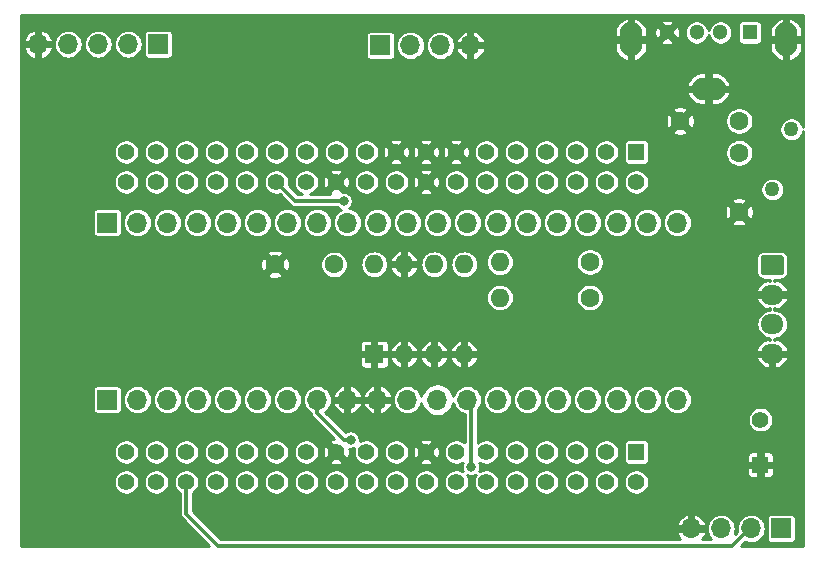
<source format=gbr>
G04 #@! TF.GenerationSoftware,KiCad,Pcbnew,(5.1.4)-1*
G04 #@! TF.CreationDate,2019-10-20T20:35:15-04:00*
G04 #@! TF.ProjectId,PB_16,50425f31-362e-46b6-9963-61645f706362,2*
G04 #@! TF.SameCoordinates,Original*
G04 #@! TF.FileFunction,Copper,L2,Bot*
G04 #@! TF.FilePolarity,Positive*
%FSLAX46Y46*%
G04 Gerber Fmt 4.6, Leading zero omitted, Abs format (unit mm)*
G04 Created by KiCad (PCBNEW (5.1.4)-1) date 2019-10-20 20:35:15*
%MOMM*%
%LPD*%
G04 APERTURE LIST*
%ADD10O,1.600000X1.600000*%
%ADD11R,1.600000X1.600000*%
%ADD12C,1.600000*%
%ADD13C,1.400000*%
%ADD14R,1.400000X1.400000*%
%ADD15O,1.700000X1.700000*%
%ADD16R,1.700000X1.700000*%
%ADD17O,1.950000X1.700000*%
%ADD18C,0.100000*%
%ADD19C,1.700000*%
%ADD20C,1.408000*%
%ADD21R,1.408000X1.408000*%
%ADD22O,2.900000X1.900000*%
%ADD23O,1.900000X2.900000*%
%ADD24C,1.300000*%
%ADD25R,1.300000X1.300000*%
%ADD26C,1.270000*%
%ADD27C,0.800000*%
%ADD28C,0.350000*%
%ADD29C,0.254000*%
G04 APERTURE END LIST*
D10*
X233300000Y-130530000D03*
X240920000Y-138150000D03*
X235840000Y-130530000D03*
X238380000Y-138150000D03*
X238380000Y-130530000D03*
X235840000Y-138150000D03*
X240920000Y-130530000D03*
D11*
X233300000Y-138150000D03*
D10*
X243930000Y-133350000D03*
D12*
X251550000Y-133350000D03*
D10*
X243930000Y-130350000D03*
D12*
X251550000Y-130350000D03*
X224900000Y-130550000D03*
X229900000Y-130550000D03*
D13*
X266000000Y-143690000D03*
D14*
X266000000Y-147500000D03*
D15*
X258960000Y-142000000D03*
X256420000Y-142000000D03*
X253880000Y-142000000D03*
X251340000Y-142000000D03*
X248800000Y-142000000D03*
X246260000Y-142000000D03*
X243720000Y-142000000D03*
X241180000Y-142000000D03*
X238640000Y-142000000D03*
X236100000Y-142000000D03*
X233560000Y-142000000D03*
X231020000Y-142000000D03*
X228480000Y-142000000D03*
X225940000Y-142000000D03*
X223400000Y-142000000D03*
X220860000Y-142000000D03*
X218320000Y-142000000D03*
X215780000Y-142000000D03*
X213240000Y-142000000D03*
D16*
X210700000Y-142000000D03*
D15*
X260130000Y-152900000D03*
X262670000Y-152900000D03*
X265210000Y-152900000D03*
D16*
X267750000Y-152900000D03*
D17*
X267000000Y-138100000D03*
X267000000Y-135600000D03*
X267000000Y-133100000D03*
D18*
G36*
X267749504Y-129751204D02*
G01*
X267773773Y-129754804D01*
X267797571Y-129760765D01*
X267820671Y-129769030D01*
X267842849Y-129779520D01*
X267863893Y-129792133D01*
X267883598Y-129806747D01*
X267901777Y-129823223D01*
X267918253Y-129841402D01*
X267932867Y-129861107D01*
X267945480Y-129882151D01*
X267955970Y-129904329D01*
X267964235Y-129927429D01*
X267970196Y-129951227D01*
X267973796Y-129975496D01*
X267975000Y-130000000D01*
X267975000Y-131200000D01*
X267973796Y-131224504D01*
X267970196Y-131248773D01*
X267964235Y-131272571D01*
X267955970Y-131295671D01*
X267945480Y-131317849D01*
X267932867Y-131338893D01*
X267918253Y-131358598D01*
X267901777Y-131376777D01*
X267883598Y-131393253D01*
X267863893Y-131407867D01*
X267842849Y-131420480D01*
X267820671Y-131430970D01*
X267797571Y-131439235D01*
X267773773Y-131445196D01*
X267749504Y-131448796D01*
X267725000Y-131450000D01*
X266275000Y-131450000D01*
X266250496Y-131448796D01*
X266226227Y-131445196D01*
X266202429Y-131439235D01*
X266179329Y-131430970D01*
X266157151Y-131420480D01*
X266136107Y-131407867D01*
X266116402Y-131393253D01*
X266098223Y-131376777D01*
X266081747Y-131358598D01*
X266067133Y-131338893D01*
X266054520Y-131317849D01*
X266044030Y-131295671D01*
X266035765Y-131272571D01*
X266029804Y-131248773D01*
X266026204Y-131224504D01*
X266025000Y-131200000D01*
X266025000Y-130000000D01*
X266026204Y-129975496D01*
X266029804Y-129951227D01*
X266035765Y-129927429D01*
X266044030Y-129904329D01*
X266054520Y-129882151D01*
X266067133Y-129861107D01*
X266081747Y-129841402D01*
X266098223Y-129823223D01*
X266116402Y-129806747D01*
X266136107Y-129792133D01*
X266157151Y-129779520D01*
X266179329Y-129769030D01*
X266202429Y-129760765D01*
X266226227Y-129754804D01*
X266250496Y-129751204D01*
X266275000Y-129750000D01*
X267725000Y-129750000D01*
X267749504Y-129751204D01*
X267749504Y-129751204D01*
G37*
D19*
X267000000Y-130600000D03*
D20*
X212310000Y-148970000D03*
X212310000Y-146430000D03*
X214850000Y-148970000D03*
X214850000Y-146430000D03*
X217390000Y-148970000D03*
X217390000Y-146430000D03*
X219930000Y-148970000D03*
X219930000Y-146430000D03*
X222470000Y-148970000D03*
X222470000Y-146430000D03*
X225010000Y-148970000D03*
X225010000Y-146430000D03*
X227550000Y-148970000D03*
X227550000Y-146430000D03*
X230090000Y-148970000D03*
X230090000Y-146430000D03*
X232630000Y-148970000D03*
X232630000Y-146430000D03*
X235170000Y-148970000D03*
X235170000Y-146430000D03*
X237710000Y-148970000D03*
X237710000Y-146430000D03*
X240250000Y-148970000D03*
X240250000Y-146430000D03*
X242790000Y-148970000D03*
X242790000Y-146430000D03*
X245330000Y-148970000D03*
X245330000Y-146430000D03*
X247870000Y-148970000D03*
X247870000Y-146430000D03*
X250410000Y-148970000D03*
X250410000Y-146430000D03*
X252950000Y-148970000D03*
X252950000Y-146430000D03*
X255490000Y-148970000D03*
D21*
X255490000Y-146430000D03*
D20*
X212310000Y-123570000D03*
X212310000Y-121030000D03*
X214850000Y-123570000D03*
X214850000Y-121030000D03*
X217390000Y-123570000D03*
X217390000Y-121030000D03*
X219930000Y-123570000D03*
X219930000Y-121030000D03*
X222470000Y-123570000D03*
X222470000Y-121030000D03*
X225010000Y-123570000D03*
X225010000Y-121030000D03*
X227550000Y-123570000D03*
X227550000Y-121030000D03*
X230090000Y-123570000D03*
X230090000Y-121030000D03*
X232630000Y-123570000D03*
X232630000Y-121030000D03*
X235170000Y-123570000D03*
X235170000Y-121030000D03*
X237710000Y-123570000D03*
X237710000Y-121030000D03*
X240250000Y-123570000D03*
X240250000Y-121030000D03*
X242790000Y-123570000D03*
X242790000Y-121030000D03*
X245330000Y-123570000D03*
X245330000Y-121030000D03*
X247870000Y-123570000D03*
X247870000Y-121030000D03*
X250410000Y-123570000D03*
X250410000Y-121030000D03*
X252950000Y-123570000D03*
X252950000Y-121030000D03*
X255490000Y-123570000D03*
D21*
X255490000Y-121030000D03*
D15*
X204840000Y-111900000D03*
X207380000Y-111900000D03*
X209920000Y-111900000D03*
X212460000Y-111900000D03*
D16*
X215000000Y-111900000D03*
D15*
X241440000Y-112000000D03*
X238900000Y-112000000D03*
X236360000Y-112000000D03*
D16*
X233820000Y-112000000D03*
D15*
X258960000Y-127000000D03*
X256420000Y-127000000D03*
X253880000Y-127000000D03*
X251340000Y-127000000D03*
X248800000Y-127000000D03*
X246260000Y-127000000D03*
X243720000Y-127000000D03*
X241180000Y-127000000D03*
X238640000Y-127000000D03*
X236100000Y-127000000D03*
X233560000Y-127000000D03*
X231020000Y-127000000D03*
X228480000Y-127000000D03*
X225940000Y-127000000D03*
X223400000Y-127000000D03*
X220860000Y-127000000D03*
X218320000Y-127000000D03*
X215780000Y-127000000D03*
X213240000Y-127000000D03*
D16*
X210700000Y-127000000D03*
D22*
X261600000Y-115680000D03*
D23*
X255030000Y-111500000D03*
X268170000Y-111500000D03*
D24*
X258100000Y-110900000D03*
X260600000Y-110900000D03*
X262600000Y-110900000D03*
D25*
X265100000Y-110900000D03*
D26*
X268600000Y-119100000D03*
X267000000Y-124200000D03*
D12*
X264200000Y-126100000D03*
X264200000Y-121100000D03*
X259200000Y-118400000D03*
X264200000Y-118400000D03*
D27*
X211150000Y-129450000D03*
X210650000Y-125100000D03*
X263350000Y-150850000D03*
X258850000Y-128850000D03*
X237200000Y-114000000D03*
X214500000Y-125250000D03*
X218900000Y-125200000D03*
X217500000Y-118150000D03*
X226250000Y-139250000D03*
X254200000Y-139850000D03*
X259150000Y-139700000D03*
X258000000Y-144400000D03*
X236400000Y-150500000D03*
X241450000Y-150650000D03*
X207150000Y-153400000D03*
X205150000Y-136650000D03*
X244800000Y-137850000D03*
X217150000Y-130750000D03*
X262300000Y-138400000D03*
X207000000Y-122000000D03*
X208050000Y-131950000D03*
X246100000Y-119100000D03*
X268150000Y-117400000D03*
X248200000Y-152400000D03*
X250200000Y-152950000D03*
X252700000Y-153150000D03*
X244150000Y-151400000D03*
X246050000Y-152000000D03*
X212550000Y-113750000D03*
X248300000Y-137050000D03*
X255050000Y-136500000D03*
X253350000Y-134400000D03*
X253150000Y-131550000D03*
X249800000Y-133600000D03*
X245600000Y-133600000D03*
X252650000Y-128900000D03*
X241700000Y-132200000D03*
X240800000Y-128700000D03*
X239750000Y-133550000D03*
X235150000Y-134350000D03*
X228950000Y-129000000D03*
X241500000Y-147700000D03*
X231300000Y-145375032D03*
X230700000Y-125150000D03*
D28*
X241500000Y-147134315D02*
X241500000Y-147700000D01*
X241180000Y-142000000D02*
X241500000Y-142320000D01*
X241500000Y-142320000D02*
X241500000Y-147134315D01*
X230734315Y-145375032D02*
X231300000Y-145375032D01*
X228480000Y-142000000D02*
X228480000Y-143120717D01*
X228480000Y-143120717D02*
X230734315Y-145375032D01*
X226590000Y-125150000D02*
X225010000Y-123570000D01*
X230700000Y-125150000D02*
X226590000Y-125150000D01*
X263610010Y-154349990D02*
X265210000Y-152750000D01*
X220099990Y-154349990D02*
X263610010Y-154349990D01*
X217390000Y-148970000D02*
X217390000Y-151640000D01*
X217390000Y-151640000D02*
X220099990Y-154349990D01*
D29*
G36*
X269598001Y-118929947D02*
G01*
X269573110Y-118804810D01*
X269496823Y-118620638D01*
X269386072Y-118454887D01*
X269245113Y-118313928D01*
X269079362Y-118203177D01*
X268895190Y-118126890D01*
X268699673Y-118088000D01*
X268500327Y-118088000D01*
X268304810Y-118126890D01*
X268120638Y-118203177D01*
X267954887Y-118313928D01*
X267813928Y-118454887D01*
X267703177Y-118620638D01*
X267626890Y-118804810D01*
X267588000Y-119000327D01*
X267588000Y-119199673D01*
X267626890Y-119395190D01*
X267703177Y-119579362D01*
X267813928Y-119745113D01*
X267954887Y-119886072D01*
X268120638Y-119996823D01*
X268304810Y-120073110D01*
X268500327Y-120112000D01*
X268699673Y-120112000D01*
X268895190Y-120073110D01*
X269079362Y-119996823D01*
X269245113Y-119886072D01*
X269386072Y-119745113D01*
X269496823Y-119579362D01*
X269573110Y-119395190D01*
X269598001Y-119270053D01*
X269598000Y-154348000D01*
X264392645Y-154348000D01*
X264714315Y-154026330D01*
X264738176Y-154039084D01*
X264969466Y-154109245D01*
X265149732Y-154127000D01*
X265270268Y-154127000D01*
X265450534Y-154109245D01*
X265681824Y-154039084D01*
X265894983Y-153925149D01*
X266081817Y-153771817D01*
X266235149Y-153584983D01*
X266349084Y-153371824D01*
X266419245Y-153140534D01*
X266442936Y-152900000D01*
X266419245Y-152659466D01*
X266349084Y-152428176D01*
X266235149Y-152215017D01*
X266099722Y-152050000D01*
X266521176Y-152050000D01*
X266521176Y-153750000D01*
X266528455Y-153823905D01*
X266550012Y-153894970D01*
X266585019Y-153960463D01*
X266632131Y-154017869D01*
X266689537Y-154064981D01*
X266755030Y-154099988D01*
X266826095Y-154121545D01*
X266900000Y-154128824D01*
X268600000Y-154128824D01*
X268673905Y-154121545D01*
X268744970Y-154099988D01*
X268810463Y-154064981D01*
X268867869Y-154017869D01*
X268914981Y-153960463D01*
X268949988Y-153894970D01*
X268971545Y-153823905D01*
X268978824Y-153750000D01*
X268978824Y-152050000D01*
X268971545Y-151976095D01*
X268949988Y-151905030D01*
X268914981Y-151839537D01*
X268867869Y-151782131D01*
X268810463Y-151735019D01*
X268744970Y-151700012D01*
X268673905Y-151678455D01*
X268600000Y-151671176D01*
X266900000Y-151671176D01*
X266826095Y-151678455D01*
X266755030Y-151700012D01*
X266689537Y-151735019D01*
X266632131Y-151782131D01*
X266585019Y-151839537D01*
X266550012Y-151905030D01*
X266528455Y-151976095D01*
X266521176Y-152050000D01*
X266099722Y-152050000D01*
X266081817Y-152028183D01*
X265894983Y-151874851D01*
X265681824Y-151760916D01*
X265450534Y-151690755D01*
X265270268Y-151673000D01*
X265149732Y-151673000D01*
X264969466Y-151690755D01*
X264738176Y-151760916D01*
X264525017Y-151874851D01*
X264338183Y-152028183D01*
X264184851Y-152215017D01*
X264070916Y-152428176D01*
X264000755Y-152659466D01*
X263977064Y-152900000D01*
X264000755Y-153140534D01*
X264009615Y-153169740D01*
X263809760Y-153369595D01*
X263879245Y-153140534D01*
X263902936Y-152900000D01*
X263879245Y-152659466D01*
X263809084Y-152428176D01*
X263695149Y-152215017D01*
X263541817Y-152028183D01*
X263354983Y-151874851D01*
X263141824Y-151760916D01*
X262910534Y-151690755D01*
X262730268Y-151673000D01*
X262609732Y-151673000D01*
X262429466Y-151690755D01*
X262198176Y-151760916D01*
X261985017Y-151874851D01*
X261798183Y-152028183D01*
X261644851Y-152215017D01*
X261530916Y-152428176D01*
X261460755Y-152659466D01*
X261437064Y-152900000D01*
X261460755Y-153140534D01*
X261530916Y-153371824D01*
X261644851Y-153584983D01*
X261798183Y-153771817D01*
X261830075Y-153797990D01*
X261040543Y-153797990D01*
X261122723Y-153715931D01*
X261262828Y-153506583D01*
X261359400Y-153273924D01*
X261294009Y-153077000D01*
X260307000Y-153077000D01*
X260307000Y-153097000D01*
X259953000Y-153097000D01*
X259953000Y-153077000D01*
X258965991Y-153077000D01*
X258900600Y-153273924D01*
X258997172Y-153506583D01*
X259137277Y-153715931D01*
X259219457Y-153797990D01*
X220328636Y-153797990D01*
X219056721Y-152526076D01*
X258900600Y-152526076D01*
X258965991Y-152723000D01*
X259953000Y-152723000D01*
X259953000Y-151737144D01*
X260307000Y-151737144D01*
X260307000Y-152723000D01*
X261294009Y-152723000D01*
X261359400Y-152526076D01*
X261262828Y-152293417D01*
X261122723Y-152084069D01*
X260944468Y-151906076D01*
X260734913Y-151766279D01*
X260503923Y-151670608D01*
X260307000Y-151737144D01*
X259953000Y-151737144D01*
X259756077Y-151670608D01*
X259525087Y-151766279D01*
X259315532Y-151906076D01*
X259137277Y-152084069D01*
X258997172Y-152293417D01*
X258900600Y-152526076D01*
X219056721Y-152526076D01*
X217942000Y-151411356D01*
X217942000Y-149901272D01*
X218079097Y-149809667D01*
X218229667Y-149659097D01*
X218347969Y-149482045D01*
X218429457Y-149285316D01*
X218471000Y-149076469D01*
X218471000Y-148863531D01*
X218849000Y-148863531D01*
X218849000Y-149076469D01*
X218890543Y-149285316D01*
X218972031Y-149482045D01*
X219090333Y-149659097D01*
X219240903Y-149809667D01*
X219417955Y-149927969D01*
X219614684Y-150009457D01*
X219823531Y-150051000D01*
X220036469Y-150051000D01*
X220245316Y-150009457D01*
X220442045Y-149927969D01*
X220619097Y-149809667D01*
X220769667Y-149659097D01*
X220887969Y-149482045D01*
X220969457Y-149285316D01*
X221011000Y-149076469D01*
X221011000Y-148863531D01*
X221389000Y-148863531D01*
X221389000Y-149076469D01*
X221430543Y-149285316D01*
X221512031Y-149482045D01*
X221630333Y-149659097D01*
X221780903Y-149809667D01*
X221957955Y-149927969D01*
X222154684Y-150009457D01*
X222363531Y-150051000D01*
X222576469Y-150051000D01*
X222785316Y-150009457D01*
X222982045Y-149927969D01*
X223159097Y-149809667D01*
X223309667Y-149659097D01*
X223427969Y-149482045D01*
X223509457Y-149285316D01*
X223551000Y-149076469D01*
X223551000Y-148863531D01*
X223929000Y-148863531D01*
X223929000Y-149076469D01*
X223970543Y-149285316D01*
X224052031Y-149482045D01*
X224170333Y-149659097D01*
X224320903Y-149809667D01*
X224497955Y-149927969D01*
X224694684Y-150009457D01*
X224903531Y-150051000D01*
X225116469Y-150051000D01*
X225325316Y-150009457D01*
X225522045Y-149927969D01*
X225699097Y-149809667D01*
X225849667Y-149659097D01*
X225967969Y-149482045D01*
X226049457Y-149285316D01*
X226091000Y-149076469D01*
X226091000Y-148863531D01*
X226469000Y-148863531D01*
X226469000Y-149076469D01*
X226510543Y-149285316D01*
X226592031Y-149482045D01*
X226710333Y-149659097D01*
X226860903Y-149809667D01*
X227037955Y-149927969D01*
X227234684Y-150009457D01*
X227443531Y-150051000D01*
X227656469Y-150051000D01*
X227865316Y-150009457D01*
X228062045Y-149927969D01*
X228239097Y-149809667D01*
X228389667Y-149659097D01*
X228507969Y-149482045D01*
X228589457Y-149285316D01*
X228631000Y-149076469D01*
X228631000Y-148863531D01*
X229009000Y-148863531D01*
X229009000Y-149076469D01*
X229050543Y-149285316D01*
X229132031Y-149482045D01*
X229250333Y-149659097D01*
X229400903Y-149809667D01*
X229577955Y-149927969D01*
X229774684Y-150009457D01*
X229983531Y-150051000D01*
X230196469Y-150051000D01*
X230405316Y-150009457D01*
X230602045Y-149927969D01*
X230779097Y-149809667D01*
X230929667Y-149659097D01*
X231047969Y-149482045D01*
X231129457Y-149285316D01*
X231171000Y-149076469D01*
X231171000Y-148863531D01*
X231549000Y-148863531D01*
X231549000Y-149076469D01*
X231590543Y-149285316D01*
X231672031Y-149482045D01*
X231790333Y-149659097D01*
X231940903Y-149809667D01*
X232117955Y-149927969D01*
X232314684Y-150009457D01*
X232523531Y-150051000D01*
X232736469Y-150051000D01*
X232945316Y-150009457D01*
X233142045Y-149927969D01*
X233319097Y-149809667D01*
X233469667Y-149659097D01*
X233587969Y-149482045D01*
X233669457Y-149285316D01*
X233711000Y-149076469D01*
X233711000Y-148863531D01*
X234089000Y-148863531D01*
X234089000Y-149076469D01*
X234130543Y-149285316D01*
X234212031Y-149482045D01*
X234330333Y-149659097D01*
X234480903Y-149809667D01*
X234657955Y-149927969D01*
X234854684Y-150009457D01*
X235063531Y-150051000D01*
X235276469Y-150051000D01*
X235485316Y-150009457D01*
X235682045Y-149927969D01*
X235859097Y-149809667D01*
X236009667Y-149659097D01*
X236127969Y-149482045D01*
X236209457Y-149285316D01*
X236251000Y-149076469D01*
X236251000Y-148863531D01*
X236629000Y-148863531D01*
X236629000Y-149076469D01*
X236670543Y-149285316D01*
X236752031Y-149482045D01*
X236870333Y-149659097D01*
X237020903Y-149809667D01*
X237197955Y-149927969D01*
X237394684Y-150009457D01*
X237603531Y-150051000D01*
X237816469Y-150051000D01*
X238025316Y-150009457D01*
X238222045Y-149927969D01*
X238399097Y-149809667D01*
X238549667Y-149659097D01*
X238667969Y-149482045D01*
X238749457Y-149285316D01*
X238791000Y-149076469D01*
X238791000Y-148863531D01*
X238749457Y-148654684D01*
X238667969Y-148457955D01*
X238549667Y-148280903D01*
X238399097Y-148130333D01*
X238222045Y-148012031D01*
X238025316Y-147930543D01*
X237816469Y-147889000D01*
X237603531Y-147889000D01*
X237394684Y-147930543D01*
X237197955Y-148012031D01*
X237020903Y-148130333D01*
X236870333Y-148280903D01*
X236752031Y-148457955D01*
X236670543Y-148654684D01*
X236629000Y-148863531D01*
X236251000Y-148863531D01*
X236209457Y-148654684D01*
X236127969Y-148457955D01*
X236009667Y-148280903D01*
X235859097Y-148130333D01*
X235682045Y-148012031D01*
X235485316Y-147930543D01*
X235276469Y-147889000D01*
X235063531Y-147889000D01*
X234854684Y-147930543D01*
X234657955Y-148012031D01*
X234480903Y-148130333D01*
X234330333Y-148280903D01*
X234212031Y-148457955D01*
X234130543Y-148654684D01*
X234089000Y-148863531D01*
X233711000Y-148863531D01*
X233669457Y-148654684D01*
X233587969Y-148457955D01*
X233469667Y-148280903D01*
X233319097Y-148130333D01*
X233142045Y-148012031D01*
X232945316Y-147930543D01*
X232736469Y-147889000D01*
X232523531Y-147889000D01*
X232314684Y-147930543D01*
X232117955Y-148012031D01*
X231940903Y-148130333D01*
X231790333Y-148280903D01*
X231672031Y-148457955D01*
X231590543Y-148654684D01*
X231549000Y-148863531D01*
X231171000Y-148863531D01*
X231129457Y-148654684D01*
X231047969Y-148457955D01*
X230929667Y-148280903D01*
X230779097Y-148130333D01*
X230602045Y-148012031D01*
X230405316Y-147930543D01*
X230196469Y-147889000D01*
X229983531Y-147889000D01*
X229774684Y-147930543D01*
X229577955Y-148012031D01*
X229400903Y-148130333D01*
X229250333Y-148280903D01*
X229132031Y-148457955D01*
X229050543Y-148654684D01*
X229009000Y-148863531D01*
X228631000Y-148863531D01*
X228589457Y-148654684D01*
X228507969Y-148457955D01*
X228389667Y-148280903D01*
X228239097Y-148130333D01*
X228062045Y-148012031D01*
X227865316Y-147930543D01*
X227656469Y-147889000D01*
X227443531Y-147889000D01*
X227234684Y-147930543D01*
X227037955Y-148012031D01*
X226860903Y-148130333D01*
X226710333Y-148280903D01*
X226592031Y-148457955D01*
X226510543Y-148654684D01*
X226469000Y-148863531D01*
X226091000Y-148863531D01*
X226049457Y-148654684D01*
X225967969Y-148457955D01*
X225849667Y-148280903D01*
X225699097Y-148130333D01*
X225522045Y-148012031D01*
X225325316Y-147930543D01*
X225116469Y-147889000D01*
X224903531Y-147889000D01*
X224694684Y-147930543D01*
X224497955Y-148012031D01*
X224320903Y-148130333D01*
X224170333Y-148280903D01*
X224052031Y-148457955D01*
X223970543Y-148654684D01*
X223929000Y-148863531D01*
X223551000Y-148863531D01*
X223509457Y-148654684D01*
X223427969Y-148457955D01*
X223309667Y-148280903D01*
X223159097Y-148130333D01*
X222982045Y-148012031D01*
X222785316Y-147930543D01*
X222576469Y-147889000D01*
X222363531Y-147889000D01*
X222154684Y-147930543D01*
X221957955Y-148012031D01*
X221780903Y-148130333D01*
X221630333Y-148280903D01*
X221512031Y-148457955D01*
X221430543Y-148654684D01*
X221389000Y-148863531D01*
X221011000Y-148863531D01*
X220969457Y-148654684D01*
X220887969Y-148457955D01*
X220769667Y-148280903D01*
X220619097Y-148130333D01*
X220442045Y-148012031D01*
X220245316Y-147930543D01*
X220036469Y-147889000D01*
X219823531Y-147889000D01*
X219614684Y-147930543D01*
X219417955Y-148012031D01*
X219240903Y-148130333D01*
X219090333Y-148280903D01*
X218972031Y-148457955D01*
X218890543Y-148654684D01*
X218849000Y-148863531D01*
X218471000Y-148863531D01*
X218429457Y-148654684D01*
X218347969Y-148457955D01*
X218229667Y-148280903D01*
X218079097Y-148130333D01*
X217902045Y-148012031D01*
X217705316Y-147930543D01*
X217496469Y-147889000D01*
X217283531Y-147889000D01*
X217074684Y-147930543D01*
X216877955Y-148012031D01*
X216700903Y-148130333D01*
X216550333Y-148280903D01*
X216432031Y-148457955D01*
X216350543Y-148654684D01*
X216309000Y-148863531D01*
X216309000Y-149076469D01*
X216350543Y-149285316D01*
X216432031Y-149482045D01*
X216550333Y-149659097D01*
X216700903Y-149809667D01*
X216838000Y-149901272D01*
X216838001Y-151612884D01*
X216835330Y-151640000D01*
X216845989Y-151748210D01*
X216877552Y-151852262D01*
X216928809Y-151948157D01*
X216928810Y-151948158D01*
X216997790Y-152032211D01*
X217018852Y-152049496D01*
X219317354Y-154348000D01*
X203402000Y-154348000D01*
X203402000Y-148863531D01*
X211229000Y-148863531D01*
X211229000Y-149076469D01*
X211270543Y-149285316D01*
X211352031Y-149482045D01*
X211470333Y-149659097D01*
X211620903Y-149809667D01*
X211797955Y-149927969D01*
X211994684Y-150009457D01*
X212203531Y-150051000D01*
X212416469Y-150051000D01*
X212625316Y-150009457D01*
X212822045Y-149927969D01*
X212999097Y-149809667D01*
X213149667Y-149659097D01*
X213267969Y-149482045D01*
X213349457Y-149285316D01*
X213391000Y-149076469D01*
X213391000Y-148863531D01*
X213769000Y-148863531D01*
X213769000Y-149076469D01*
X213810543Y-149285316D01*
X213892031Y-149482045D01*
X214010333Y-149659097D01*
X214160903Y-149809667D01*
X214337955Y-149927969D01*
X214534684Y-150009457D01*
X214743531Y-150051000D01*
X214956469Y-150051000D01*
X215165316Y-150009457D01*
X215362045Y-149927969D01*
X215539097Y-149809667D01*
X215689667Y-149659097D01*
X215807969Y-149482045D01*
X215889457Y-149285316D01*
X215931000Y-149076469D01*
X215931000Y-148863531D01*
X215889457Y-148654684D01*
X215807969Y-148457955D01*
X215689667Y-148280903D01*
X215539097Y-148130333D01*
X215362045Y-148012031D01*
X215165316Y-147930543D01*
X214956469Y-147889000D01*
X214743531Y-147889000D01*
X214534684Y-147930543D01*
X214337955Y-148012031D01*
X214160903Y-148130333D01*
X214010333Y-148280903D01*
X213892031Y-148457955D01*
X213810543Y-148654684D01*
X213769000Y-148863531D01*
X213391000Y-148863531D01*
X213349457Y-148654684D01*
X213267969Y-148457955D01*
X213149667Y-148280903D01*
X212999097Y-148130333D01*
X212822045Y-148012031D01*
X212625316Y-147930543D01*
X212416469Y-147889000D01*
X212203531Y-147889000D01*
X211994684Y-147930543D01*
X211797955Y-148012031D01*
X211620903Y-148130333D01*
X211470333Y-148280903D01*
X211352031Y-148457955D01*
X211270543Y-148654684D01*
X211229000Y-148863531D01*
X203402000Y-148863531D01*
X203402000Y-146323531D01*
X211229000Y-146323531D01*
X211229000Y-146536469D01*
X211270543Y-146745316D01*
X211352031Y-146942045D01*
X211470333Y-147119097D01*
X211620903Y-147269667D01*
X211797955Y-147387969D01*
X211994684Y-147469457D01*
X212203531Y-147511000D01*
X212416469Y-147511000D01*
X212625316Y-147469457D01*
X212822045Y-147387969D01*
X212999097Y-147269667D01*
X213149667Y-147119097D01*
X213267969Y-146942045D01*
X213349457Y-146745316D01*
X213391000Y-146536469D01*
X213391000Y-146323531D01*
X213769000Y-146323531D01*
X213769000Y-146536469D01*
X213810543Y-146745316D01*
X213892031Y-146942045D01*
X214010333Y-147119097D01*
X214160903Y-147269667D01*
X214337955Y-147387969D01*
X214534684Y-147469457D01*
X214743531Y-147511000D01*
X214956469Y-147511000D01*
X215165316Y-147469457D01*
X215362045Y-147387969D01*
X215539097Y-147269667D01*
X215689667Y-147119097D01*
X215807969Y-146942045D01*
X215889457Y-146745316D01*
X215931000Y-146536469D01*
X215931000Y-146323531D01*
X216309000Y-146323531D01*
X216309000Y-146536469D01*
X216350543Y-146745316D01*
X216432031Y-146942045D01*
X216550333Y-147119097D01*
X216700903Y-147269667D01*
X216877955Y-147387969D01*
X217074684Y-147469457D01*
X217283531Y-147511000D01*
X217496469Y-147511000D01*
X217705316Y-147469457D01*
X217902045Y-147387969D01*
X218079097Y-147269667D01*
X218229667Y-147119097D01*
X218347969Y-146942045D01*
X218429457Y-146745316D01*
X218471000Y-146536469D01*
X218471000Y-146323531D01*
X218849000Y-146323531D01*
X218849000Y-146536469D01*
X218890543Y-146745316D01*
X218972031Y-146942045D01*
X219090333Y-147119097D01*
X219240903Y-147269667D01*
X219417955Y-147387969D01*
X219614684Y-147469457D01*
X219823531Y-147511000D01*
X220036469Y-147511000D01*
X220245316Y-147469457D01*
X220442045Y-147387969D01*
X220619097Y-147269667D01*
X220769667Y-147119097D01*
X220887969Y-146942045D01*
X220969457Y-146745316D01*
X221011000Y-146536469D01*
X221011000Y-146323531D01*
X221389000Y-146323531D01*
X221389000Y-146536469D01*
X221430543Y-146745316D01*
X221512031Y-146942045D01*
X221630333Y-147119097D01*
X221780903Y-147269667D01*
X221957955Y-147387969D01*
X222154684Y-147469457D01*
X222363531Y-147511000D01*
X222576469Y-147511000D01*
X222785316Y-147469457D01*
X222982045Y-147387969D01*
X223159097Y-147269667D01*
X223309667Y-147119097D01*
X223427969Y-146942045D01*
X223509457Y-146745316D01*
X223551000Y-146536469D01*
X223551000Y-146323531D01*
X223929000Y-146323531D01*
X223929000Y-146536469D01*
X223970543Y-146745316D01*
X224052031Y-146942045D01*
X224170333Y-147119097D01*
X224320903Y-147269667D01*
X224497955Y-147387969D01*
X224694684Y-147469457D01*
X224903531Y-147511000D01*
X225116469Y-147511000D01*
X225325316Y-147469457D01*
X225522045Y-147387969D01*
X225699097Y-147269667D01*
X225849667Y-147119097D01*
X225967969Y-146942045D01*
X226049457Y-146745316D01*
X226091000Y-146536469D01*
X226091000Y-146323531D01*
X226469000Y-146323531D01*
X226469000Y-146536469D01*
X226510543Y-146745316D01*
X226592031Y-146942045D01*
X226710333Y-147119097D01*
X226860903Y-147269667D01*
X227037955Y-147387969D01*
X227234684Y-147469457D01*
X227443531Y-147511000D01*
X227656469Y-147511000D01*
X227865316Y-147469457D01*
X228062045Y-147387969D01*
X228228454Y-147276778D01*
X229493538Y-147276778D01*
X229568562Y-147448828D01*
X229777345Y-147530979D01*
X229998143Y-147570819D01*
X230222470Y-147566819D01*
X230441707Y-147519132D01*
X230611438Y-147448828D01*
X230686462Y-147276778D01*
X230090000Y-146680316D01*
X229493538Y-147276778D01*
X228228454Y-147276778D01*
X228239097Y-147269667D01*
X228389667Y-147119097D01*
X228507969Y-146942045D01*
X228589457Y-146745316D01*
X228631000Y-146536469D01*
X228631000Y-146338143D01*
X228949181Y-146338143D01*
X228953181Y-146562470D01*
X229000868Y-146781707D01*
X229071172Y-146951438D01*
X229243222Y-147026462D01*
X229839684Y-146430000D01*
X229243222Y-145833538D01*
X229071172Y-145908562D01*
X228989021Y-146117345D01*
X228949181Y-146338143D01*
X228631000Y-146338143D01*
X228631000Y-146323531D01*
X228589457Y-146114684D01*
X228507969Y-145917955D01*
X228389667Y-145740903D01*
X228239097Y-145590333D01*
X228062045Y-145472031D01*
X227865316Y-145390543D01*
X227656469Y-145349000D01*
X227443531Y-145349000D01*
X227234684Y-145390543D01*
X227037955Y-145472031D01*
X226860903Y-145590333D01*
X226710333Y-145740903D01*
X226592031Y-145917955D01*
X226510543Y-146114684D01*
X226469000Y-146323531D01*
X226091000Y-146323531D01*
X226049457Y-146114684D01*
X225967969Y-145917955D01*
X225849667Y-145740903D01*
X225699097Y-145590333D01*
X225522045Y-145472031D01*
X225325316Y-145390543D01*
X225116469Y-145349000D01*
X224903531Y-145349000D01*
X224694684Y-145390543D01*
X224497955Y-145472031D01*
X224320903Y-145590333D01*
X224170333Y-145740903D01*
X224052031Y-145917955D01*
X223970543Y-146114684D01*
X223929000Y-146323531D01*
X223551000Y-146323531D01*
X223509457Y-146114684D01*
X223427969Y-145917955D01*
X223309667Y-145740903D01*
X223159097Y-145590333D01*
X222982045Y-145472031D01*
X222785316Y-145390543D01*
X222576469Y-145349000D01*
X222363531Y-145349000D01*
X222154684Y-145390543D01*
X221957955Y-145472031D01*
X221780903Y-145590333D01*
X221630333Y-145740903D01*
X221512031Y-145917955D01*
X221430543Y-146114684D01*
X221389000Y-146323531D01*
X221011000Y-146323531D01*
X220969457Y-146114684D01*
X220887969Y-145917955D01*
X220769667Y-145740903D01*
X220619097Y-145590333D01*
X220442045Y-145472031D01*
X220245316Y-145390543D01*
X220036469Y-145349000D01*
X219823531Y-145349000D01*
X219614684Y-145390543D01*
X219417955Y-145472031D01*
X219240903Y-145590333D01*
X219090333Y-145740903D01*
X218972031Y-145917955D01*
X218890543Y-146114684D01*
X218849000Y-146323531D01*
X218471000Y-146323531D01*
X218429457Y-146114684D01*
X218347969Y-145917955D01*
X218229667Y-145740903D01*
X218079097Y-145590333D01*
X217902045Y-145472031D01*
X217705316Y-145390543D01*
X217496469Y-145349000D01*
X217283531Y-145349000D01*
X217074684Y-145390543D01*
X216877955Y-145472031D01*
X216700903Y-145590333D01*
X216550333Y-145740903D01*
X216432031Y-145917955D01*
X216350543Y-146114684D01*
X216309000Y-146323531D01*
X215931000Y-146323531D01*
X215889457Y-146114684D01*
X215807969Y-145917955D01*
X215689667Y-145740903D01*
X215539097Y-145590333D01*
X215362045Y-145472031D01*
X215165316Y-145390543D01*
X214956469Y-145349000D01*
X214743531Y-145349000D01*
X214534684Y-145390543D01*
X214337955Y-145472031D01*
X214160903Y-145590333D01*
X214010333Y-145740903D01*
X213892031Y-145917955D01*
X213810543Y-146114684D01*
X213769000Y-146323531D01*
X213391000Y-146323531D01*
X213349457Y-146114684D01*
X213267969Y-145917955D01*
X213149667Y-145740903D01*
X212999097Y-145590333D01*
X212822045Y-145472031D01*
X212625316Y-145390543D01*
X212416469Y-145349000D01*
X212203531Y-145349000D01*
X211994684Y-145390543D01*
X211797955Y-145472031D01*
X211620903Y-145590333D01*
X211470333Y-145740903D01*
X211352031Y-145917955D01*
X211270543Y-146114684D01*
X211229000Y-146323531D01*
X203402000Y-146323531D01*
X203402000Y-141150000D01*
X209471176Y-141150000D01*
X209471176Y-142850000D01*
X209478455Y-142923905D01*
X209500012Y-142994970D01*
X209535019Y-143060463D01*
X209582131Y-143117869D01*
X209639537Y-143164981D01*
X209705030Y-143199988D01*
X209776095Y-143221545D01*
X209850000Y-143228824D01*
X211550000Y-143228824D01*
X211623905Y-143221545D01*
X211694970Y-143199988D01*
X211760463Y-143164981D01*
X211817869Y-143117869D01*
X211864981Y-143060463D01*
X211899988Y-142994970D01*
X211921545Y-142923905D01*
X211928824Y-142850000D01*
X211928824Y-142000000D01*
X212007064Y-142000000D01*
X212030755Y-142240534D01*
X212100916Y-142471824D01*
X212214851Y-142684983D01*
X212368183Y-142871817D01*
X212555017Y-143025149D01*
X212768176Y-143139084D01*
X212999466Y-143209245D01*
X213179732Y-143227000D01*
X213300268Y-143227000D01*
X213480534Y-143209245D01*
X213711824Y-143139084D01*
X213924983Y-143025149D01*
X214111817Y-142871817D01*
X214265149Y-142684983D01*
X214379084Y-142471824D01*
X214449245Y-142240534D01*
X214472936Y-142000000D01*
X214547064Y-142000000D01*
X214570755Y-142240534D01*
X214640916Y-142471824D01*
X214754851Y-142684983D01*
X214908183Y-142871817D01*
X215095017Y-143025149D01*
X215308176Y-143139084D01*
X215539466Y-143209245D01*
X215719732Y-143227000D01*
X215840268Y-143227000D01*
X216020534Y-143209245D01*
X216251824Y-143139084D01*
X216464983Y-143025149D01*
X216651817Y-142871817D01*
X216805149Y-142684983D01*
X216919084Y-142471824D01*
X216989245Y-142240534D01*
X217012936Y-142000000D01*
X217087064Y-142000000D01*
X217110755Y-142240534D01*
X217180916Y-142471824D01*
X217294851Y-142684983D01*
X217448183Y-142871817D01*
X217635017Y-143025149D01*
X217848176Y-143139084D01*
X218079466Y-143209245D01*
X218259732Y-143227000D01*
X218380268Y-143227000D01*
X218560534Y-143209245D01*
X218791824Y-143139084D01*
X219004983Y-143025149D01*
X219191817Y-142871817D01*
X219345149Y-142684983D01*
X219459084Y-142471824D01*
X219529245Y-142240534D01*
X219552936Y-142000000D01*
X219627064Y-142000000D01*
X219650755Y-142240534D01*
X219720916Y-142471824D01*
X219834851Y-142684983D01*
X219988183Y-142871817D01*
X220175017Y-143025149D01*
X220388176Y-143139084D01*
X220619466Y-143209245D01*
X220799732Y-143227000D01*
X220920268Y-143227000D01*
X221100534Y-143209245D01*
X221331824Y-143139084D01*
X221544983Y-143025149D01*
X221731817Y-142871817D01*
X221885149Y-142684983D01*
X221999084Y-142471824D01*
X222069245Y-142240534D01*
X222092936Y-142000000D01*
X222167064Y-142000000D01*
X222190755Y-142240534D01*
X222260916Y-142471824D01*
X222374851Y-142684983D01*
X222528183Y-142871817D01*
X222715017Y-143025149D01*
X222928176Y-143139084D01*
X223159466Y-143209245D01*
X223339732Y-143227000D01*
X223460268Y-143227000D01*
X223640534Y-143209245D01*
X223871824Y-143139084D01*
X224084983Y-143025149D01*
X224271817Y-142871817D01*
X224425149Y-142684983D01*
X224539084Y-142471824D01*
X224609245Y-142240534D01*
X224632936Y-142000000D01*
X224707064Y-142000000D01*
X224730755Y-142240534D01*
X224800916Y-142471824D01*
X224914851Y-142684983D01*
X225068183Y-142871817D01*
X225255017Y-143025149D01*
X225468176Y-143139084D01*
X225699466Y-143209245D01*
X225879732Y-143227000D01*
X226000268Y-143227000D01*
X226180534Y-143209245D01*
X226411824Y-143139084D01*
X226624983Y-143025149D01*
X226811817Y-142871817D01*
X226965149Y-142684983D01*
X227079084Y-142471824D01*
X227149245Y-142240534D01*
X227172936Y-142000000D01*
X227247064Y-142000000D01*
X227270755Y-142240534D01*
X227340916Y-142471824D01*
X227454851Y-142684983D01*
X227608183Y-142871817D01*
X227795017Y-143025149D01*
X227927755Y-143096098D01*
X227925330Y-143120717D01*
X227935989Y-143228927D01*
X227967552Y-143332979D01*
X227967553Y-143332980D01*
X228018810Y-143428875D01*
X228087790Y-143512928D01*
X228108852Y-143530213D01*
X229887131Y-145308494D01*
X229738293Y-145340868D01*
X229568562Y-145411172D01*
X229493538Y-145583222D01*
X230090000Y-146179684D01*
X230104142Y-146165542D01*
X230354458Y-146415858D01*
X230340316Y-146430000D01*
X230936778Y-147026462D01*
X231108828Y-146951438D01*
X231190979Y-146742655D01*
X231230819Y-146521857D01*
X231226819Y-146297530D01*
X231193891Y-146146148D01*
X231223472Y-146152032D01*
X231376528Y-146152032D01*
X231526643Y-146122173D01*
X231600033Y-146091774D01*
X231590543Y-146114684D01*
X231549000Y-146323531D01*
X231549000Y-146536469D01*
X231590543Y-146745316D01*
X231672031Y-146942045D01*
X231790333Y-147119097D01*
X231940903Y-147269667D01*
X232117955Y-147387969D01*
X232314684Y-147469457D01*
X232523531Y-147511000D01*
X232736469Y-147511000D01*
X232945316Y-147469457D01*
X233142045Y-147387969D01*
X233319097Y-147269667D01*
X233469667Y-147119097D01*
X233587969Y-146942045D01*
X233669457Y-146745316D01*
X233711000Y-146536469D01*
X233711000Y-146323531D01*
X234089000Y-146323531D01*
X234089000Y-146536469D01*
X234130543Y-146745316D01*
X234212031Y-146942045D01*
X234330333Y-147119097D01*
X234480903Y-147269667D01*
X234657955Y-147387969D01*
X234854684Y-147469457D01*
X235063531Y-147511000D01*
X235276469Y-147511000D01*
X235485316Y-147469457D01*
X235682045Y-147387969D01*
X235848454Y-147276778D01*
X237113538Y-147276778D01*
X237188562Y-147448828D01*
X237397345Y-147530979D01*
X237618143Y-147570819D01*
X237842470Y-147566819D01*
X238061707Y-147519132D01*
X238231438Y-147448828D01*
X238306462Y-147276778D01*
X237710000Y-146680316D01*
X237113538Y-147276778D01*
X235848454Y-147276778D01*
X235859097Y-147269667D01*
X236009667Y-147119097D01*
X236127969Y-146942045D01*
X236209457Y-146745316D01*
X236251000Y-146536469D01*
X236251000Y-146338143D01*
X236569181Y-146338143D01*
X236573181Y-146562470D01*
X236620868Y-146781707D01*
X236691172Y-146951438D01*
X236863222Y-147026462D01*
X237459684Y-146430000D01*
X237960316Y-146430000D01*
X238556778Y-147026462D01*
X238728828Y-146951438D01*
X238810979Y-146742655D01*
X238850819Y-146521857D01*
X238846819Y-146297530D01*
X238799132Y-146078293D01*
X238728828Y-145908562D01*
X238556778Y-145833538D01*
X237960316Y-146430000D01*
X237459684Y-146430000D01*
X236863222Y-145833538D01*
X236691172Y-145908562D01*
X236609021Y-146117345D01*
X236569181Y-146338143D01*
X236251000Y-146338143D01*
X236251000Y-146323531D01*
X236209457Y-146114684D01*
X236127969Y-145917955D01*
X236009667Y-145740903D01*
X235859097Y-145590333D01*
X235848455Y-145583222D01*
X237113538Y-145583222D01*
X237710000Y-146179684D01*
X238306462Y-145583222D01*
X238231438Y-145411172D01*
X238022655Y-145329021D01*
X237801857Y-145289181D01*
X237577530Y-145293181D01*
X237358293Y-145340868D01*
X237188562Y-145411172D01*
X237113538Y-145583222D01*
X235848455Y-145583222D01*
X235682045Y-145472031D01*
X235485316Y-145390543D01*
X235276469Y-145349000D01*
X235063531Y-145349000D01*
X234854684Y-145390543D01*
X234657955Y-145472031D01*
X234480903Y-145590333D01*
X234330333Y-145740903D01*
X234212031Y-145917955D01*
X234130543Y-146114684D01*
X234089000Y-146323531D01*
X233711000Y-146323531D01*
X233669457Y-146114684D01*
X233587969Y-145917955D01*
X233469667Y-145740903D01*
X233319097Y-145590333D01*
X233142045Y-145472031D01*
X232945316Y-145390543D01*
X232736469Y-145349000D01*
X232523531Y-145349000D01*
X232314684Y-145390543D01*
X232117955Y-145472031D01*
X232066027Y-145506728D01*
X232077000Y-145451560D01*
X232077000Y-145298504D01*
X232047141Y-145148389D01*
X231988569Y-145006984D01*
X231903536Y-144879723D01*
X231795309Y-144771496D01*
X231668048Y-144686463D01*
X231526643Y-144627891D01*
X231376528Y-144598032D01*
X231223472Y-144598032D01*
X231073357Y-144627891D01*
X230931952Y-144686463D01*
X230868673Y-144728744D01*
X229165034Y-143025107D01*
X229351817Y-142871817D01*
X229505149Y-142684983D01*
X229619084Y-142471824D01*
X229648781Y-142373924D01*
X229790600Y-142373924D01*
X229887172Y-142606583D01*
X230027277Y-142815931D01*
X230205532Y-142993924D01*
X230415087Y-143133721D01*
X230646077Y-143229392D01*
X230843000Y-143162856D01*
X230843000Y-142177000D01*
X231197000Y-142177000D01*
X231197000Y-143162856D01*
X231393923Y-143229392D01*
X231624913Y-143133721D01*
X231834468Y-142993924D01*
X232012723Y-142815931D01*
X232152828Y-142606583D01*
X232249400Y-142373924D01*
X232330600Y-142373924D01*
X232427172Y-142606583D01*
X232567277Y-142815931D01*
X232745532Y-142993924D01*
X232955087Y-143133721D01*
X233186077Y-143229392D01*
X233383000Y-143162856D01*
X233383000Y-142177000D01*
X233737000Y-142177000D01*
X233737000Y-143162856D01*
X233933923Y-143229392D01*
X234164913Y-143133721D01*
X234374468Y-142993924D01*
X234552723Y-142815931D01*
X234692828Y-142606583D01*
X234789400Y-142373924D01*
X234724009Y-142177000D01*
X233737000Y-142177000D01*
X233383000Y-142177000D01*
X232395991Y-142177000D01*
X232330600Y-142373924D01*
X232249400Y-142373924D01*
X232184009Y-142177000D01*
X231197000Y-142177000D01*
X230843000Y-142177000D01*
X229855991Y-142177000D01*
X229790600Y-142373924D01*
X229648781Y-142373924D01*
X229689245Y-142240534D01*
X229712936Y-142000000D01*
X234867064Y-142000000D01*
X234890755Y-142240534D01*
X234960916Y-142471824D01*
X235074851Y-142684983D01*
X235228183Y-142871817D01*
X235415017Y-143025149D01*
X235628176Y-143139084D01*
X235859466Y-143209245D01*
X236039732Y-143227000D01*
X236160268Y-143227000D01*
X236340534Y-143209245D01*
X236571824Y-143139084D01*
X236784983Y-143025149D01*
X236971817Y-142871817D01*
X237125149Y-142684983D01*
X237239084Y-142471824D01*
X237291625Y-142298619D01*
X237361663Y-142529505D01*
X237489527Y-142768721D01*
X237661603Y-142978397D01*
X237871279Y-143150473D01*
X238110495Y-143278337D01*
X238370061Y-143357075D01*
X238572360Y-143377000D01*
X238707640Y-143377000D01*
X238909939Y-143357075D01*
X239169505Y-143278337D01*
X239408721Y-143150473D01*
X239618397Y-142978397D01*
X239790473Y-142768721D01*
X239918337Y-142529505D01*
X239988375Y-142298619D01*
X240040916Y-142471824D01*
X240154851Y-142684983D01*
X240308183Y-142871817D01*
X240495017Y-143025149D01*
X240708176Y-143139084D01*
X240939466Y-143209245D01*
X240948000Y-143210086D01*
X240948001Y-145599237D01*
X240939097Y-145590333D01*
X240762045Y-145472031D01*
X240565316Y-145390543D01*
X240356469Y-145349000D01*
X240143531Y-145349000D01*
X239934684Y-145390543D01*
X239737955Y-145472031D01*
X239560903Y-145590333D01*
X239410333Y-145740903D01*
X239292031Y-145917955D01*
X239210543Y-146114684D01*
X239169000Y-146323531D01*
X239169000Y-146536469D01*
X239210543Y-146745316D01*
X239292031Y-146942045D01*
X239410333Y-147119097D01*
X239560903Y-147269667D01*
X239737955Y-147387969D01*
X239934684Y-147469457D01*
X240143531Y-147511000D01*
X240356469Y-147511000D01*
X240565316Y-147469457D01*
X240762045Y-147387969D01*
X240798248Y-147363779D01*
X240752859Y-147473357D01*
X240723000Y-147623472D01*
X240723000Y-147776528D01*
X240752859Y-147926643D01*
X240798248Y-148036221D01*
X240762045Y-148012031D01*
X240565316Y-147930543D01*
X240356469Y-147889000D01*
X240143531Y-147889000D01*
X239934684Y-147930543D01*
X239737955Y-148012031D01*
X239560903Y-148130333D01*
X239410333Y-148280903D01*
X239292031Y-148457955D01*
X239210543Y-148654684D01*
X239169000Y-148863531D01*
X239169000Y-149076469D01*
X239210543Y-149285316D01*
X239292031Y-149482045D01*
X239410333Y-149659097D01*
X239560903Y-149809667D01*
X239737955Y-149927969D01*
X239934684Y-150009457D01*
X240143531Y-150051000D01*
X240356469Y-150051000D01*
X240565316Y-150009457D01*
X240762045Y-149927969D01*
X240939097Y-149809667D01*
X241089667Y-149659097D01*
X241207969Y-149482045D01*
X241289457Y-149285316D01*
X241331000Y-149076469D01*
X241331000Y-148863531D01*
X241289457Y-148654684D01*
X241207969Y-148457955D01*
X241172955Y-148405553D01*
X241273357Y-148447141D01*
X241423472Y-148477000D01*
X241576528Y-148477000D01*
X241726643Y-148447141D01*
X241868048Y-148388569D01*
X241886737Y-148376081D01*
X241832031Y-148457955D01*
X241750543Y-148654684D01*
X241709000Y-148863531D01*
X241709000Y-149076469D01*
X241750543Y-149285316D01*
X241832031Y-149482045D01*
X241950333Y-149659097D01*
X242100903Y-149809667D01*
X242277955Y-149927969D01*
X242474684Y-150009457D01*
X242683531Y-150051000D01*
X242896469Y-150051000D01*
X243105316Y-150009457D01*
X243302045Y-149927969D01*
X243479097Y-149809667D01*
X243629667Y-149659097D01*
X243747969Y-149482045D01*
X243829457Y-149285316D01*
X243871000Y-149076469D01*
X243871000Y-148863531D01*
X244249000Y-148863531D01*
X244249000Y-149076469D01*
X244290543Y-149285316D01*
X244372031Y-149482045D01*
X244490333Y-149659097D01*
X244640903Y-149809667D01*
X244817955Y-149927969D01*
X245014684Y-150009457D01*
X245223531Y-150051000D01*
X245436469Y-150051000D01*
X245645316Y-150009457D01*
X245842045Y-149927969D01*
X246019097Y-149809667D01*
X246169667Y-149659097D01*
X246287969Y-149482045D01*
X246369457Y-149285316D01*
X246411000Y-149076469D01*
X246411000Y-148863531D01*
X246789000Y-148863531D01*
X246789000Y-149076469D01*
X246830543Y-149285316D01*
X246912031Y-149482045D01*
X247030333Y-149659097D01*
X247180903Y-149809667D01*
X247357955Y-149927969D01*
X247554684Y-150009457D01*
X247763531Y-150051000D01*
X247976469Y-150051000D01*
X248185316Y-150009457D01*
X248382045Y-149927969D01*
X248559097Y-149809667D01*
X248709667Y-149659097D01*
X248827969Y-149482045D01*
X248909457Y-149285316D01*
X248951000Y-149076469D01*
X248951000Y-148863531D01*
X249329000Y-148863531D01*
X249329000Y-149076469D01*
X249370543Y-149285316D01*
X249452031Y-149482045D01*
X249570333Y-149659097D01*
X249720903Y-149809667D01*
X249897955Y-149927969D01*
X250094684Y-150009457D01*
X250303531Y-150051000D01*
X250516469Y-150051000D01*
X250725316Y-150009457D01*
X250922045Y-149927969D01*
X251099097Y-149809667D01*
X251249667Y-149659097D01*
X251367969Y-149482045D01*
X251449457Y-149285316D01*
X251491000Y-149076469D01*
X251491000Y-148863531D01*
X251869000Y-148863531D01*
X251869000Y-149076469D01*
X251910543Y-149285316D01*
X251992031Y-149482045D01*
X252110333Y-149659097D01*
X252260903Y-149809667D01*
X252437955Y-149927969D01*
X252634684Y-150009457D01*
X252843531Y-150051000D01*
X253056469Y-150051000D01*
X253265316Y-150009457D01*
X253462045Y-149927969D01*
X253639097Y-149809667D01*
X253789667Y-149659097D01*
X253907969Y-149482045D01*
X253989457Y-149285316D01*
X254031000Y-149076469D01*
X254031000Y-148863531D01*
X254409000Y-148863531D01*
X254409000Y-149076469D01*
X254450543Y-149285316D01*
X254532031Y-149482045D01*
X254650333Y-149659097D01*
X254800903Y-149809667D01*
X254977955Y-149927969D01*
X255174684Y-150009457D01*
X255383531Y-150051000D01*
X255596469Y-150051000D01*
X255805316Y-150009457D01*
X256002045Y-149927969D01*
X256179097Y-149809667D01*
X256329667Y-149659097D01*
X256447969Y-149482045D01*
X256529457Y-149285316D01*
X256571000Y-149076469D01*
X256571000Y-148863531D01*
X256529457Y-148654684D01*
X256447969Y-148457955D01*
X256329667Y-148280903D01*
X256248764Y-148200000D01*
X264862895Y-148200000D01*
X264871294Y-148285275D01*
X264896168Y-148367273D01*
X264936560Y-148442843D01*
X264990920Y-148509080D01*
X265057157Y-148563440D01*
X265132727Y-148603832D01*
X265214725Y-148628706D01*
X265300000Y-148637105D01*
X265714250Y-148635000D01*
X265823000Y-148526250D01*
X265823000Y-147677000D01*
X266177000Y-147677000D01*
X266177000Y-148526250D01*
X266285750Y-148635000D01*
X266700000Y-148637105D01*
X266785275Y-148628706D01*
X266867273Y-148603832D01*
X266942843Y-148563440D01*
X267009080Y-148509080D01*
X267063440Y-148442843D01*
X267103832Y-148367273D01*
X267128706Y-148285275D01*
X267137105Y-148200000D01*
X267135000Y-147785750D01*
X267026250Y-147677000D01*
X266177000Y-147677000D01*
X265823000Y-147677000D01*
X264973750Y-147677000D01*
X264865000Y-147785750D01*
X264862895Y-148200000D01*
X256248764Y-148200000D01*
X256179097Y-148130333D01*
X256002045Y-148012031D01*
X255805316Y-147930543D01*
X255596469Y-147889000D01*
X255383531Y-147889000D01*
X255174684Y-147930543D01*
X254977955Y-148012031D01*
X254800903Y-148130333D01*
X254650333Y-148280903D01*
X254532031Y-148457955D01*
X254450543Y-148654684D01*
X254409000Y-148863531D01*
X254031000Y-148863531D01*
X253989457Y-148654684D01*
X253907969Y-148457955D01*
X253789667Y-148280903D01*
X253639097Y-148130333D01*
X253462045Y-148012031D01*
X253265316Y-147930543D01*
X253056469Y-147889000D01*
X252843531Y-147889000D01*
X252634684Y-147930543D01*
X252437955Y-148012031D01*
X252260903Y-148130333D01*
X252110333Y-148280903D01*
X251992031Y-148457955D01*
X251910543Y-148654684D01*
X251869000Y-148863531D01*
X251491000Y-148863531D01*
X251449457Y-148654684D01*
X251367969Y-148457955D01*
X251249667Y-148280903D01*
X251099097Y-148130333D01*
X250922045Y-148012031D01*
X250725316Y-147930543D01*
X250516469Y-147889000D01*
X250303531Y-147889000D01*
X250094684Y-147930543D01*
X249897955Y-148012031D01*
X249720903Y-148130333D01*
X249570333Y-148280903D01*
X249452031Y-148457955D01*
X249370543Y-148654684D01*
X249329000Y-148863531D01*
X248951000Y-148863531D01*
X248909457Y-148654684D01*
X248827969Y-148457955D01*
X248709667Y-148280903D01*
X248559097Y-148130333D01*
X248382045Y-148012031D01*
X248185316Y-147930543D01*
X247976469Y-147889000D01*
X247763531Y-147889000D01*
X247554684Y-147930543D01*
X247357955Y-148012031D01*
X247180903Y-148130333D01*
X247030333Y-148280903D01*
X246912031Y-148457955D01*
X246830543Y-148654684D01*
X246789000Y-148863531D01*
X246411000Y-148863531D01*
X246369457Y-148654684D01*
X246287969Y-148457955D01*
X246169667Y-148280903D01*
X246019097Y-148130333D01*
X245842045Y-148012031D01*
X245645316Y-147930543D01*
X245436469Y-147889000D01*
X245223531Y-147889000D01*
X245014684Y-147930543D01*
X244817955Y-148012031D01*
X244640903Y-148130333D01*
X244490333Y-148280903D01*
X244372031Y-148457955D01*
X244290543Y-148654684D01*
X244249000Y-148863531D01*
X243871000Y-148863531D01*
X243829457Y-148654684D01*
X243747969Y-148457955D01*
X243629667Y-148280903D01*
X243479097Y-148130333D01*
X243302045Y-148012031D01*
X243105316Y-147930543D01*
X242896469Y-147889000D01*
X242683531Y-147889000D01*
X242474684Y-147930543D01*
X242277955Y-148012031D01*
X242184092Y-148074748D01*
X242188569Y-148068048D01*
X242247141Y-147926643D01*
X242277000Y-147776528D01*
X242277000Y-147623472D01*
X242247141Y-147473357D01*
X242188569Y-147331952D01*
X242184092Y-147325252D01*
X242277955Y-147387969D01*
X242474684Y-147469457D01*
X242683531Y-147511000D01*
X242896469Y-147511000D01*
X243105316Y-147469457D01*
X243302045Y-147387969D01*
X243479097Y-147269667D01*
X243629667Y-147119097D01*
X243747969Y-146942045D01*
X243829457Y-146745316D01*
X243871000Y-146536469D01*
X243871000Y-146323531D01*
X244249000Y-146323531D01*
X244249000Y-146536469D01*
X244290543Y-146745316D01*
X244372031Y-146942045D01*
X244490333Y-147119097D01*
X244640903Y-147269667D01*
X244817955Y-147387969D01*
X245014684Y-147469457D01*
X245223531Y-147511000D01*
X245436469Y-147511000D01*
X245645316Y-147469457D01*
X245842045Y-147387969D01*
X246019097Y-147269667D01*
X246169667Y-147119097D01*
X246287969Y-146942045D01*
X246369457Y-146745316D01*
X246411000Y-146536469D01*
X246411000Y-146323531D01*
X246789000Y-146323531D01*
X246789000Y-146536469D01*
X246830543Y-146745316D01*
X246912031Y-146942045D01*
X247030333Y-147119097D01*
X247180903Y-147269667D01*
X247357955Y-147387969D01*
X247554684Y-147469457D01*
X247763531Y-147511000D01*
X247976469Y-147511000D01*
X248185316Y-147469457D01*
X248382045Y-147387969D01*
X248559097Y-147269667D01*
X248709667Y-147119097D01*
X248827969Y-146942045D01*
X248909457Y-146745316D01*
X248951000Y-146536469D01*
X248951000Y-146323531D01*
X249329000Y-146323531D01*
X249329000Y-146536469D01*
X249370543Y-146745316D01*
X249452031Y-146942045D01*
X249570333Y-147119097D01*
X249720903Y-147269667D01*
X249897955Y-147387969D01*
X250094684Y-147469457D01*
X250303531Y-147511000D01*
X250516469Y-147511000D01*
X250725316Y-147469457D01*
X250922045Y-147387969D01*
X251099097Y-147269667D01*
X251249667Y-147119097D01*
X251367969Y-146942045D01*
X251449457Y-146745316D01*
X251491000Y-146536469D01*
X251491000Y-146323531D01*
X251869000Y-146323531D01*
X251869000Y-146536469D01*
X251910543Y-146745316D01*
X251992031Y-146942045D01*
X252110333Y-147119097D01*
X252260903Y-147269667D01*
X252437955Y-147387969D01*
X252634684Y-147469457D01*
X252843531Y-147511000D01*
X253056469Y-147511000D01*
X253265316Y-147469457D01*
X253462045Y-147387969D01*
X253639097Y-147269667D01*
X253789667Y-147119097D01*
X253907969Y-146942045D01*
X253989457Y-146745316D01*
X254031000Y-146536469D01*
X254031000Y-146323531D01*
X253989457Y-146114684D01*
X253907969Y-145917955D01*
X253789667Y-145740903D01*
X253774764Y-145726000D01*
X254407176Y-145726000D01*
X254407176Y-147134000D01*
X254414455Y-147207905D01*
X254436012Y-147278970D01*
X254471019Y-147344463D01*
X254518131Y-147401869D01*
X254575537Y-147448981D01*
X254641030Y-147483988D01*
X254712095Y-147505545D01*
X254786000Y-147512824D01*
X256194000Y-147512824D01*
X256267905Y-147505545D01*
X256338970Y-147483988D01*
X256404463Y-147448981D01*
X256461869Y-147401869D01*
X256508981Y-147344463D01*
X256543988Y-147278970D01*
X256565545Y-147207905D01*
X256572824Y-147134000D01*
X256572824Y-146800000D01*
X264862895Y-146800000D01*
X264865000Y-147214250D01*
X264973750Y-147323000D01*
X265823000Y-147323000D01*
X265823000Y-146473750D01*
X266177000Y-146473750D01*
X266177000Y-147323000D01*
X267026250Y-147323000D01*
X267135000Y-147214250D01*
X267137105Y-146800000D01*
X267128706Y-146714725D01*
X267103832Y-146632727D01*
X267063440Y-146557157D01*
X267009080Y-146490920D01*
X266942843Y-146436560D01*
X266867273Y-146396168D01*
X266785275Y-146371294D01*
X266700000Y-146362895D01*
X266285750Y-146365000D01*
X266177000Y-146473750D01*
X265823000Y-146473750D01*
X265714250Y-146365000D01*
X265300000Y-146362895D01*
X265214725Y-146371294D01*
X265132727Y-146396168D01*
X265057157Y-146436560D01*
X264990920Y-146490920D01*
X264936560Y-146557157D01*
X264896168Y-146632727D01*
X264871294Y-146714725D01*
X264862895Y-146800000D01*
X256572824Y-146800000D01*
X256572824Y-145726000D01*
X256565545Y-145652095D01*
X256543988Y-145581030D01*
X256508981Y-145515537D01*
X256461869Y-145458131D01*
X256404463Y-145411019D01*
X256338970Y-145376012D01*
X256267905Y-145354455D01*
X256194000Y-145347176D01*
X254786000Y-145347176D01*
X254712095Y-145354455D01*
X254641030Y-145376012D01*
X254575537Y-145411019D01*
X254518131Y-145458131D01*
X254471019Y-145515537D01*
X254436012Y-145581030D01*
X254414455Y-145652095D01*
X254407176Y-145726000D01*
X253774764Y-145726000D01*
X253639097Y-145590333D01*
X253462045Y-145472031D01*
X253265316Y-145390543D01*
X253056469Y-145349000D01*
X252843531Y-145349000D01*
X252634684Y-145390543D01*
X252437955Y-145472031D01*
X252260903Y-145590333D01*
X252110333Y-145740903D01*
X251992031Y-145917955D01*
X251910543Y-146114684D01*
X251869000Y-146323531D01*
X251491000Y-146323531D01*
X251449457Y-146114684D01*
X251367969Y-145917955D01*
X251249667Y-145740903D01*
X251099097Y-145590333D01*
X250922045Y-145472031D01*
X250725316Y-145390543D01*
X250516469Y-145349000D01*
X250303531Y-145349000D01*
X250094684Y-145390543D01*
X249897955Y-145472031D01*
X249720903Y-145590333D01*
X249570333Y-145740903D01*
X249452031Y-145917955D01*
X249370543Y-146114684D01*
X249329000Y-146323531D01*
X248951000Y-146323531D01*
X248909457Y-146114684D01*
X248827969Y-145917955D01*
X248709667Y-145740903D01*
X248559097Y-145590333D01*
X248382045Y-145472031D01*
X248185316Y-145390543D01*
X247976469Y-145349000D01*
X247763531Y-145349000D01*
X247554684Y-145390543D01*
X247357955Y-145472031D01*
X247180903Y-145590333D01*
X247030333Y-145740903D01*
X246912031Y-145917955D01*
X246830543Y-146114684D01*
X246789000Y-146323531D01*
X246411000Y-146323531D01*
X246369457Y-146114684D01*
X246287969Y-145917955D01*
X246169667Y-145740903D01*
X246019097Y-145590333D01*
X245842045Y-145472031D01*
X245645316Y-145390543D01*
X245436469Y-145349000D01*
X245223531Y-145349000D01*
X245014684Y-145390543D01*
X244817955Y-145472031D01*
X244640903Y-145590333D01*
X244490333Y-145740903D01*
X244372031Y-145917955D01*
X244290543Y-146114684D01*
X244249000Y-146323531D01*
X243871000Y-146323531D01*
X243829457Y-146114684D01*
X243747969Y-145917955D01*
X243629667Y-145740903D01*
X243479097Y-145590333D01*
X243302045Y-145472031D01*
X243105316Y-145390543D01*
X242896469Y-145349000D01*
X242683531Y-145349000D01*
X242474684Y-145390543D01*
X242277955Y-145472031D01*
X242100903Y-145590333D01*
X242052000Y-145639236D01*
X242052000Y-143583925D01*
X264923000Y-143583925D01*
X264923000Y-143796075D01*
X264964389Y-144004149D01*
X265045575Y-144200151D01*
X265163440Y-144376547D01*
X265313453Y-144526560D01*
X265489849Y-144644425D01*
X265685851Y-144725611D01*
X265893925Y-144767000D01*
X266106075Y-144767000D01*
X266314149Y-144725611D01*
X266510151Y-144644425D01*
X266686547Y-144526560D01*
X266836560Y-144376547D01*
X266954425Y-144200151D01*
X267035611Y-144004149D01*
X267077000Y-143796075D01*
X267077000Y-143583925D01*
X267035611Y-143375851D01*
X266954425Y-143179849D01*
X266836560Y-143003453D01*
X266686547Y-142853440D01*
X266510151Y-142735575D01*
X266314149Y-142654389D01*
X266106075Y-142613000D01*
X265893925Y-142613000D01*
X265685851Y-142654389D01*
X265489849Y-142735575D01*
X265313453Y-142853440D01*
X265163440Y-143003453D01*
X265045575Y-143179849D01*
X264964389Y-143375851D01*
X264923000Y-143583925D01*
X242052000Y-143583925D01*
X242052000Y-142871594D01*
X242205149Y-142684983D01*
X242319084Y-142471824D01*
X242389245Y-142240534D01*
X242412936Y-142000000D01*
X242487064Y-142000000D01*
X242510755Y-142240534D01*
X242580916Y-142471824D01*
X242694851Y-142684983D01*
X242848183Y-142871817D01*
X243035017Y-143025149D01*
X243248176Y-143139084D01*
X243479466Y-143209245D01*
X243659732Y-143227000D01*
X243780268Y-143227000D01*
X243960534Y-143209245D01*
X244191824Y-143139084D01*
X244404983Y-143025149D01*
X244591817Y-142871817D01*
X244745149Y-142684983D01*
X244859084Y-142471824D01*
X244929245Y-142240534D01*
X244952936Y-142000000D01*
X245027064Y-142000000D01*
X245050755Y-142240534D01*
X245120916Y-142471824D01*
X245234851Y-142684983D01*
X245388183Y-142871817D01*
X245575017Y-143025149D01*
X245788176Y-143139084D01*
X246019466Y-143209245D01*
X246199732Y-143227000D01*
X246320268Y-143227000D01*
X246500534Y-143209245D01*
X246731824Y-143139084D01*
X246944983Y-143025149D01*
X247131817Y-142871817D01*
X247285149Y-142684983D01*
X247399084Y-142471824D01*
X247469245Y-142240534D01*
X247492936Y-142000000D01*
X247567064Y-142000000D01*
X247590755Y-142240534D01*
X247660916Y-142471824D01*
X247774851Y-142684983D01*
X247928183Y-142871817D01*
X248115017Y-143025149D01*
X248328176Y-143139084D01*
X248559466Y-143209245D01*
X248739732Y-143227000D01*
X248860268Y-143227000D01*
X249040534Y-143209245D01*
X249271824Y-143139084D01*
X249484983Y-143025149D01*
X249671817Y-142871817D01*
X249825149Y-142684983D01*
X249939084Y-142471824D01*
X250009245Y-142240534D01*
X250032936Y-142000000D01*
X250107064Y-142000000D01*
X250130755Y-142240534D01*
X250200916Y-142471824D01*
X250314851Y-142684983D01*
X250468183Y-142871817D01*
X250655017Y-143025149D01*
X250868176Y-143139084D01*
X251099466Y-143209245D01*
X251279732Y-143227000D01*
X251400268Y-143227000D01*
X251580534Y-143209245D01*
X251811824Y-143139084D01*
X252024983Y-143025149D01*
X252211817Y-142871817D01*
X252365149Y-142684983D01*
X252479084Y-142471824D01*
X252549245Y-142240534D01*
X252572936Y-142000000D01*
X252647064Y-142000000D01*
X252670755Y-142240534D01*
X252740916Y-142471824D01*
X252854851Y-142684983D01*
X253008183Y-142871817D01*
X253195017Y-143025149D01*
X253408176Y-143139084D01*
X253639466Y-143209245D01*
X253819732Y-143227000D01*
X253940268Y-143227000D01*
X254120534Y-143209245D01*
X254351824Y-143139084D01*
X254564983Y-143025149D01*
X254751817Y-142871817D01*
X254905149Y-142684983D01*
X255019084Y-142471824D01*
X255089245Y-142240534D01*
X255112936Y-142000000D01*
X255187064Y-142000000D01*
X255210755Y-142240534D01*
X255280916Y-142471824D01*
X255394851Y-142684983D01*
X255548183Y-142871817D01*
X255735017Y-143025149D01*
X255948176Y-143139084D01*
X256179466Y-143209245D01*
X256359732Y-143227000D01*
X256480268Y-143227000D01*
X256660534Y-143209245D01*
X256891824Y-143139084D01*
X257104983Y-143025149D01*
X257291817Y-142871817D01*
X257445149Y-142684983D01*
X257559084Y-142471824D01*
X257629245Y-142240534D01*
X257652936Y-142000000D01*
X257727064Y-142000000D01*
X257750755Y-142240534D01*
X257820916Y-142471824D01*
X257934851Y-142684983D01*
X258088183Y-142871817D01*
X258275017Y-143025149D01*
X258488176Y-143139084D01*
X258719466Y-143209245D01*
X258899732Y-143227000D01*
X259020268Y-143227000D01*
X259200534Y-143209245D01*
X259431824Y-143139084D01*
X259644983Y-143025149D01*
X259831817Y-142871817D01*
X259985149Y-142684983D01*
X260099084Y-142471824D01*
X260169245Y-142240534D01*
X260192936Y-142000000D01*
X260169245Y-141759466D01*
X260099084Y-141528176D01*
X259985149Y-141315017D01*
X259831817Y-141128183D01*
X259644983Y-140974851D01*
X259431824Y-140860916D01*
X259200534Y-140790755D01*
X259020268Y-140773000D01*
X258899732Y-140773000D01*
X258719466Y-140790755D01*
X258488176Y-140860916D01*
X258275017Y-140974851D01*
X258088183Y-141128183D01*
X257934851Y-141315017D01*
X257820916Y-141528176D01*
X257750755Y-141759466D01*
X257727064Y-142000000D01*
X257652936Y-142000000D01*
X257629245Y-141759466D01*
X257559084Y-141528176D01*
X257445149Y-141315017D01*
X257291817Y-141128183D01*
X257104983Y-140974851D01*
X256891824Y-140860916D01*
X256660534Y-140790755D01*
X256480268Y-140773000D01*
X256359732Y-140773000D01*
X256179466Y-140790755D01*
X255948176Y-140860916D01*
X255735017Y-140974851D01*
X255548183Y-141128183D01*
X255394851Y-141315017D01*
X255280916Y-141528176D01*
X255210755Y-141759466D01*
X255187064Y-142000000D01*
X255112936Y-142000000D01*
X255089245Y-141759466D01*
X255019084Y-141528176D01*
X254905149Y-141315017D01*
X254751817Y-141128183D01*
X254564983Y-140974851D01*
X254351824Y-140860916D01*
X254120534Y-140790755D01*
X253940268Y-140773000D01*
X253819732Y-140773000D01*
X253639466Y-140790755D01*
X253408176Y-140860916D01*
X253195017Y-140974851D01*
X253008183Y-141128183D01*
X252854851Y-141315017D01*
X252740916Y-141528176D01*
X252670755Y-141759466D01*
X252647064Y-142000000D01*
X252572936Y-142000000D01*
X252549245Y-141759466D01*
X252479084Y-141528176D01*
X252365149Y-141315017D01*
X252211817Y-141128183D01*
X252024983Y-140974851D01*
X251811824Y-140860916D01*
X251580534Y-140790755D01*
X251400268Y-140773000D01*
X251279732Y-140773000D01*
X251099466Y-140790755D01*
X250868176Y-140860916D01*
X250655017Y-140974851D01*
X250468183Y-141128183D01*
X250314851Y-141315017D01*
X250200916Y-141528176D01*
X250130755Y-141759466D01*
X250107064Y-142000000D01*
X250032936Y-142000000D01*
X250009245Y-141759466D01*
X249939084Y-141528176D01*
X249825149Y-141315017D01*
X249671817Y-141128183D01*
X249484983Y-140974851D01*
X249271824Y-140860916D01*
X249040534Y-140790755D01*
X248860268Y-140773000D01*
X248739732Y-140773000D01*
X248559466Y-140790755D01*
X248328176Y-140860916D01*
X248115017Y-140974851D01*
X247928183Y-141128183D01*
X247774851Y-141315017D01*
X247660916Y-141528176D01*
X247590755Y-141759466D01*
X247567064Y-142000000D01*
X247492936Y-142000000D01*
X247469245Y-141759466D01*
X247399084Y-141528176D01*
X247285149Y-141315017D01*
X247131817Y-141128183D01*
X246944983Y-140974851D01*
X246731824Y-140860916D01*
X246500534Y-140790755D01*
X246320268Y-140773000D01*
X246199732Y-140773000D01*
X246019466Y-140790755D01*
X245788176Y-140860916D01*
X245575017Y-140974851D01*
X245388183Y-141128183D01*
X245234851Y-141315017D01*
X245120916Y-141528176D01*
X245050755Y-141759466D01*
X245027064Y-142000000D01*
X244952936Y-142000000D01*
X244929245Y-141759466D01*
X244859084Y-141528176D01*
X244745149Y-141315017D01*
X244591817Y-141128183D01*
X244404983Y-140974851D01*
X244191824Y-140860916D01*
X243960534Y-140790755D01*
X243780268Y-140773000D01*
X243659732Y-140773000D01*
X243479466Y-140790755D01*
X243248176Y-140860916D01*
X243035017Y-140974851D01*
X242848183Y-141128183D01*
X242694851Y-141315017D01*
X242580916Y-141528176D01*
X242510755Y-141759466D01*
X242487064Y-142000000D01*
X242412936Y-142000000D01*
X242389245Y-141759466D01*
X242319084Y-141528176D01*
X242205149Y-141315017D01*
X242051817Y-141128183D01*
X241864983Y-140974851D01*
X241651824Y-140860916D01*
X241420534Y-140790755D01*
X241240268Y-140773000D01*
X241119732Y-140773000D01*
X240939466Y-140790755D01*
X240708176Y-140860916D01*
X240495017Y-140974851D01*
X240308183Y-141128183D01*
X240154851Y-141315017D01*
X240040916Y-141528176D01*
X239988375Y-141701381D01*
X239918337Y-141470495D01*
X239790473Y-141231279D01*
X239618397Y-141021603D01*
X239408721Y-140849527D01*
X239169505Y-140721663D01*
X238909939Y-140642925D01*
X238707640Y-140623000D01*
X238572360Y-140623000D01*
X238370061Y-140642925D01*
X238110495Y-140721663D01*
X237871279Y-140849527D01*
X237661603Y-141021603D01*
X237489527Y-141231279D01*
X237361663Y-141470495D01*
X237291625Y-141701381D01*
X237239084Y-141528176D01*
X237125149Y-141315017D01*
X236971817Y-141128183D01*
X236784983Y-140974851D01*
X236571824Y-140860916D01*
X236340534Y-140790755D01*
X236160268Y-140773000D01*
X236039732Y-140773000D01*
X235859466Y-140790755D01*
X235628176Y-140860916D01*
X235415017Y-140974851D01*
X235228183Y-141128183D01*
X235074851Y-141315017D01*
X234960916Y-141528176D01*
X234890755Y-141759466D01*
X234867064Y-142000000D01*
X229712936Y-142000000D01*
X229689245Y-141759466D01*
X229648782Y-141626076D01*
X229790600Y-141626076D01*
X229855991Y-141823000D01*
X230843000Y-141823000D01*
X230843000Y-140837144D01*
X231197000Y-140837144D01*
X231197000Y-141823000D01*
X232184009Y-141823000D01*
X232249400Y-141626076D01*
X232330600Y-141626076D01*
X232395991Y-141823000D01*
X233383000Y-141823000D01*
X233383000Y-140837144D01*
X233737000Y-140837144D01*
X233737000Y-141823000D01*
X234724009Y-141823000D01*
X234789400Y-141626076D01*
X234692828Y-141393417D01*
X234552723Y-141184069D01*
X234374468Y-141006076D01*
X234164913Y-140866279D01*
X233933923Y-140770608D01*
X233737000Y-140837144D01*
X233383000Y-140837144D01*
X233186077Y-140770608D01*
X232955087Y-140866279D01*
X232745532Y-141006076D01*
X232567277Y-141184069D01*
X232427172Y-141393417D01*
X232330600Y-141626076D01*
X232249400Y-141626076D01*
X232152828Y-141393417D01*
X232012723Y-141184069D01*
X231834468Y-141006076D01*
X231624913Y-140866279D01*
X231393923Y-140770608D01*
X231197000Y-140837144D01*
X230843000Y-140837144D01*
X230646077Y-140770608D01*
X230415087Y-140866279D01*
X230205532Y-141006076D01*
X230027277Y-141184069D01*
X229887172Y-141393417D01*
X229790600Y-141626076D01*
X229648782Y-141626076D01*
X229619084Y-141528176D01*
X229505149Y-141315017D01*
X229351817Y-141128183D01*
X229164983Y-140974851D01*
X228951824Y-140860916D01*
X228720534Y-140790755D01*
X228540268Y-140773000D01*
X228419732Y-140773000D01*
X228239466Y-140790755D01*
X228008176Y-140860916D01*
X227795017Y-140974851D01*
X227608183Y-141128183D01*
X227454851Y-141315017D01*
X227340916Y-141528176D01*
X227270755Y-141759466D01*
X227247064Y-142000000D01*
X227172936Y-142000000D01*
X227149245Y-141759466D01*
X227079084Y-141528176D01*
X226965149Y-141315017D01*
X226811817Y-141128183D01*
X226624983Y-140974851D01*
X226411824Y-140860916D01*
X226180534Y-140790755D01*
X226000268Y-140773000D01*
X225879732Y-140773000D01*
X225699466Y-140790755D01*
X225468176Y-140860916D01*
X225255017Y-140974851D01*
X225068183Y-141128183D01*
X224914851Y-141315017D01*
X224800916Y-141528176D01*
X224730755Y-141759466D01*
X224707064Y-142000000D01*
X224632936Y-142000000D01*
X224609245Y-141759466D01*
X224539084Y-141528176D01*
X224425149Y-141315017D01*
X224271817Y-141128183D01*
X224084983Y-140974851D01*
X223871824Y-140860916D01*
X223640534Y-140790755D01*
X223460268Y-140773000D01*
X223339732Y-140773000D01*
X223159466Y-140790755D01*
X222928176Y-140860916D01*
X222715017Y-140974851D01*
X222528183Y-141128183D01*
X222374851Y-141315017D01*
X222260916Y-141528176D01*
X222190755Y-141759466D01*
X222167064Y-142000000D01*
X222092936Y-142000000D01*
X222069245Y-141759466D01*
X221999084Y-141528176D01*
X221885149Y-141315017D01*
X221731817Y-141128183D01*
X221544983Y-140974851D01*
X221331824Y-140860916D01*
X221100534Y-140790755D01*
X220920268Y-140773000D01*
X220799732Y-140773000D01*
X220619466Y-140790755D01*
X220388176Y-140860916D01*
X220175017Y-140974851D01*
X219988183Y-141128183D01*
X219834851Y-141315017D01*
X219720916Y-141528176D01*
X219650755Y-141759466D01*
X219627064Y-142000000D01*
X219552936Y-142000000D01*
X219529245Y-141759466D01*
X219459084Y-141528176D01*
X219345149Y-141315017D01*
X219191817Y-141128183D01*
X219004983Y-140974851D01*
X218791824Y-140860916D01*
X218560534Y-140790755D01*
X218380268Y-140773000D01*
X218259732Y-140773000D01*
X218079466Y-140790755D01*
X217848176Y-140860916D01*
X217635017Y-140974851D01*
X217448183Y-141128183D01*
X217294851Y-141315017D01*
X217180916Y-141528176D01*
X217110755Y-141759466D01*
X217087064Y-142000000D01*
X217012936Y-142000000D01*
X216989245Y-141759466D01*
X216919084Y-141528176D01*
X216805149Y-141315017D01*
X216651817Y-141128183D01*
X216464983Y-140974851D01*
X216251824Y-140860916D01*
X216020534Y-140790755D01*
X215840268Y-140773000D01*
X215719732Y-140773000D01*
X215539466Y-140790755D01*
X215308176Y-140860916D01*
X215095017Y-140974851D01*
X214908183Y-141128183D01*
X214754851Y-141315017D01*
X214640916Y-141528176D01*
X214570755Y-141759466D01*
X214547064Y-142000000D01*
X214472936Y-142000000D01*
X214449245Y-141759466D01*
X214379084Y-141528176D01*
X214265149Y-141315017D01*
X214111817Y-141128183D01*
X213924983Y-140974851D01*
X213711824Y-140860916D01*
X213480534Y-140790755D01*
X213300268Y-140773000D01*
X213179732Y-140773000D01*
X212999466Y-140790755D01*
X212768176Y-140860916D01*
X212555017Y-140974851D01*
X212368183Y-141128183D01*
X212214851Y-141315017D01*
X212100916Y-141528176D01*
X212030755Y-141759466D01*
X212007064Y-142000000D01*
X211928824Y-142000000D01*
X211928824Y-141150000D01*
X211921545Y-141076095D01*
X211899988Y-141005030D01*
X211864981Y-140939537D01*
X211817869Y-140882131D01*
X211760463Y-140835019D01*
X211694970Y-140800012D01*
X211623905Y-140778455D01*
X211550000Y-140771176D01*
X209850000Y-140771176D01*
X209776095Y-140778455D01*
X209705030Y-140800012D01*
X209639537Y-140835019D01*
X209582131Y-140882131D01*
X209535019Y-140939537D01*
X209500012Y-141005030D01*
X209478455Y-141076095D01*
X209471176Y-141150000D01*
X203402000Y-141150000D01*
X203402000Y-138950000D01*
X232062895Y-138950000D01*
X232071294Y-139035275D01*
X232096168Y-139117273D01*
X232136560Y-139192843D01*
X232190920Y-139259080D01*
X232257157Y-139313440D01*
X232332727Y-139353832D01*
X232414725Y-139378706D01*
X232500000Y-139387105D01*
X233014250Y-139385000D01*
X233123000Y-139276250D01*
X233123000Y-138327000D01*
X233477000Y-138327000D01*
X233477000Y-139276250D01*
X233585750Y-139385000D01*
X234100000Y-139387105D01*
X234185275Y-139378706D01*
X234267273Y-139353832D01*
X234342843Y-139313440D01*
X234409080Y-139259080D01*
X234463440Y-139192843D01*
X234503832Y-139117273D01*
X234528706Y-139035275D01*
X234537105Y-138950000D01*
X234535329Y-138516024D01*
X234660478Y-138516024D01*
X234754550Y-138739104D01*
X234890335Y-138939545D01*
X235062615Y-139109645D01*
X235264770Y-139242866D01*
X235473977Y-139329513D01*
X235663000Y-139262254D01*
X235663000Y-138327000D01*
X236017000Y-138327000D01*
X236017000Y-139262254D01*
X236206023Y-139329513D01*
X236415230Y-139242866D01*
X236617385Y-139109645D01*
X236789665Y-138939545D01*
X236925450Y-138739104D01*
X237019522Y-138516024D01*
X237200478Y-138516024D01*
X237294550Y-138739104D01*
X237430335Y-138939545D01*
X237602615Y-139109645D01*
X237804770Y-139242866D01*
X238013977Y-139329513D01*
X238203000Y-139262254D01*
X238203000Y-138327000D01*
X238557000Y-138327000D01*
X238557000Y-139262254D01*
X238746023Y-139329513D01*
X238955230Y-139242866D01*
X239157385Y-139109645D01*
X239329665Y-138939545D01*
X239465450Y-138739104D01*
X239559522Y-138516024D01*
X239740478Y-138516024D01*
X239834550Y-138739104D01*
X239970335Y-138939545D01*
X240142615Y-139109645D01*
X240344770Y-139242866D01*
X240553977Y-139329513D01*
X240743000Y-139262254D01*
X240743000Y-138327000D01*
X241097000Y-138327000D01*
X241097000Y-139262254D01*
X241286023Y-139329513D01*
X241495230Y-139242866D01*
X241697385Y-139109645D01*
X241869665Y-138939545D01*
X242005450Y-138739104D01*
X242099522Y-138516024D01*
X242084820Y-138473923D01*
X265645608Y-138473923D01*
X265689522Y-138589255D01*
X265807749Y-138811129D01*
X265966990Y-139005675D01*
X266161126Y-139165417D01*
X266382695Y-139284215D01*
X266623183Y-139357505D01*
X266823000Y-139272666D01*
X266823000Y-138277000D01*
X267177000Y-138277000D01*
X267177000Y-139272666D01*
X267376817Y-139357505D01*
X267617305Y-139284215D01*
X267838874Y-139165417D01*
X268033010Y-139005675D01*
X268192251Y-138811129D01*
X268310478Y-138589255D01*
X268354392Y-138473923D01*
X268287856Y-138277000D01*
X267177000Y-138277000D01*
X266823000Y-138277000D01*
X265712144Y-138277000D01*
X265645608Y-138473923D01*
X242084820Y-138473923D01*
X242033509Y-138327000D01*
X241097000Y-138327000D01*
X240743000Y-138327000D01*
X239806491Y-138327000D01*
X239740478Y-138516024D01*
X239559522Y-138516024D01*
X239493509Y-138327000D01*
X238557000Y-138327000D01*
X238203000Y-138327000D01*
X237266491Y-138327000D01*
X237200478Y-138516024D01*
X237019522Y-138516024D01*
X236953509Y-138327000D01*
X236017000Y-138327000D01*
X235663000Y-138327000D01*
X234726491Y-138327000D01*
X234660478Y-138516024D01*
X234535329Y-138516024D01*
X234535000Y-138435750D01*
X234426250Y-138327000D01*
X233477000Y-138327000D01*
X233123000Y-138327000D01*
X232173750Y-138327000D01*
X232065000Y-138435750D01*
X232062895Y-138950000D01*
X203402000Y-138950000D01*
X203402000Y-137350000D01*
X232062895Y-137350000D01*
X232065000Y-137864250D01*
X232173750Y-137973000D01*
X233123000Y-137973000D01*
X233123000Y-137023750D01*
X233477000Y-137023750D01*
X233477000Y-137973000D01*
X234426250Y-137973000D01*
X234535000Y-137864250D01*
X234535328Y-137783976D01*
X234660478Y-137783976D01*
X234726491Y-137973000D01*
X235663000Y-137973000D01*
X235663000Y-137037746D01*
X236017000Y-137037746D01*
X236017000Y-137973000D01*
X236953509Y-137973000D01*
X237019522Y-137783976D01*
X237200478Y-137783976D01*
X237266491Y-137973000D01*
X238203000Y-137973000D01*
X238203000Y-137037746D01*
X238557000Y-137037746D01*
X238557000Y-137973000D01*
X239493509Y-137973000D01*
X239559522Y-137783976D01*
X239740478Y-137783976D01*
X239806491Y-137973000D01*
X240743000Y-137973000D01*
X240743000Y-137037746D01*
X241097000Y-137037746D01*
X241097000Y-137973000D01*
X242033509Y-137973000D01*
X242099522Y-137783976D01*
X242005450Y-137560896D01*
X241869665Y-137360455D01*
X241697385Y-137190355D01*
X241495230Y-137057134D01*
X241286023Y-136970487D01*
X241097000Y-137037746D01*
X240743000Y-137037746D01*
X240553977Y-136970487D01*
X240344770Y-137057134D01*
X240142615Y-137190355D01*
X239970335Y-137360455D01*
X239834550Y-137560896D01*
X239740478Y-137783976D01*
X239559522Y-137783976D01*
X239465450Y-137560896D01*
X239329665Y-137360455D01*
X239157385Y-137190355D01*
X238955230Y-137057134D01*
X238746023Y-136970487D01*
X238557000Y-137037746D01*
X238203000Y-137037746D01*
X238013977Y-136970487D01*
X237804770Y-137057134D01*
X237602615Y-137190355D01*
X237430335Y-137360455D01*
X237294550Y-137560896D01*
X237200478Y-137783976D01*
X237019522Y-137783976D01*
X236925450Y-137560896D01*
X236789665Y-137360455D01*
X236617385Y-137190355D01*
X236415230Y-137057134D01*
X236206023Y-136970487D01*
X236017000Y-137037746D01*
X235663000Y-137037746D01*
X235473977Y-136970487D01*
X235264770Y-137057134D01*
X235062615Y-137190355D01*
X234890335Y-137360455D01*
X234754550Y-137560896D01*
X234660478Y-137783976D01*
X234535328Y-137783976D01*
X234537105Y-137350000D01*
X234528706Y-137264725D01*
X234503832Y-137182727D01*
X234463440Y-137107157D01*
X234409080Y-137040920D01*
X234342843Y-136986560D01*
X234267273Y-136946168D01*
X234185275Y-136921294D01*
X234100000Y-136912895D01*
X233585750Y-136915000D01*
X233477000Y-137023750D01*
X233123000Y-137023750D01*
X233014250Y-136915000D01*
X232500000Y-136912895D01*
X232414725Y-136921294D01*
X232332727Y-136946168D01*
X232257157Y-136986560D01*
X232190920Y-137040920D01*
X232136560Y-137107157D01*
X232096168Y-137182727D01*
X232071294Y-137264725D01*
X232062895Y-137350000D01*
X203402000Y-137350000D01*
X203402000Y-135600000D01*
X265642064Y-135600000D01*
X265665755Y-135840534D01*
X265735916Y-136071824D01*
X265849851Y-136284983D01*
X266003183Y-136471817D01*
X266190017Y-136625149D01*
X266403176Y-136739084D01*
X266634466Y-136809245D01*
X266814732Y-136827000D01*
X266822998Y-136827000D01*
X266822998Y-136927333D01*
X266623183Y-136842495D01*
X266382695Y-136915785D01*
X266161126Y-137034583D01*
X265966990Y-137194325D01*
X265807749Y-137388871D01*
X265689522Y-137610745D01*
X265645608Y-137726077D01*
X265712144Y-137923000D01*
X266823000Y-137923000D01*
X266823000Y-137903000D01*
X267177000Y-137903000D01*
X267177000Y-137923000D01*
X268287856Y-137923000D01*
X268354392Y-137726077D01*
X268310478Y-137610745D01*
X268192251Y-137388871D01*
X268033010Y-137194325D01*
X267838874Y-137034583D01*
X267617305Y-136915785D01*
X267376817Y-136842495D01*
X267177002Y-136927333D01*
X267177002Y-136827000D01*
X267185268Y-136827000D01*
X267365534Y-136809245D01*
X267596824Y-136739084D01*
X267809983Y-136625149D01*
X267996817Y-136471817D01*
X268150149Y-136284983D01*
X268264084Y-136071824D01*
X268334245Y-135840534D01*
X268357936Y-135600000D01*
X268334245Y-135359466D01*
X268264084Y-135128176D01*
X268150149Y-134915017D01*
X267996817Y-134728183D01*
X267809983Y-134574851D01*
X267596824Y-134460916D01*
X267365534Y-134390755D01*
X267185268Y-134373000D01*
X267177002Y-134373000D01*
X267177002Y-134272667D01*
X267376817Y-134357505D01*
X267617305Y-134284215D01*
X267838874Y-134165417D01*
X268033010Y-134005675D01*
X268192251Y-133811129D01*
X268310478Y-133589255D01*
X268354392Y-133473923D01*
X268287856Y-133277000D01*
X267177000Y-133277000D01*
X267177000Y-133297000D01*
X266823000Y-133297000D01*
X266823000Y-133277000D01*
X265712144Y-133277000D01*
X265645608Y-133473923D01*
X265689522Y-133589255D01*
X265807749Y-133811129D01*
X265966990Y-134005675D01*
X266161126Y-134165417D01*
X266382695Y-134284215D01*
X266623183Y-134357505D01*
X266822998Y-134272667D01*
X266822998Y-134373000D01*
X266814732Y-134373000D01*
X266634466Y-134390755D01*
X266403176Y-134460916D01*
X266190017Y-134574851D01*
X266003183Y-134728183D01*
X265849851Y-134915017D01*
X265735916Y-135128176D01*
X265665755Y-135359466D01*
X265642064Y-135600000D01*
X203402000Y-135600000D01*
X203402000Y-133350000D01*
X242747306Y-133350000D01*
X242770031Y-133580732D01*
X242837333Y-133802597D01*
X242946626Y-134007070D01*
X243093709Y-134186291D01*
X243272930Y-134333374D01*
X243477403Y-134442667D01*
X243699268Y-134509969D01*
X243872188Y-134527000D01*
X243987812Y-134527000D01*
X244160732Y-134509969D01*
X244382597Y-134442667D01*
X244587070Y-134333374D01*
X244766291Y-134186291D01*
X244913374Y-134007070D01*
X245022667Y-133802597D01*
X245089969Y-133580732D01*
X245112694Y-133350000D01*
X245101277Y-133234076D01*
X250373000Y-133234076D01*
X250373000Y-133465924D01*
X250418231Y-133693318D01*
X250506956Y-133907519D01*
X250635764Y-134100294D01*
X250799706Y-134264236D01*
X250992481Y-134393044D01*
X251206682Y-134481769D01*
X251434076Y-134527000D01*
X251665924Y-134527000D01*
X251893318Y-134481769D01*
X252107519Y-134393044D01*
X252300294Y-134264236D01*
X252464236Y-134100294D01*
X252593044Y-133907519D01*
X252681769Y-133693318D01*
X252727000Y-133465924D01*
X252727000Y-133234076D01*
X252681769Y-133006682D01*
X252593044Y-132792481D01*
X252548675Y-132726077D01*
X265645608Y-132726077D01*
X265712144Y-132923000D01*
X266823000Y-132923000D01*
X266823000Y-132903000D01*
X267177000Y-132903000D01*
X267177000Y-132923000D01*
X268287856Y-132923000D01*
X268354392Y-132726077D01*
X268310478Y-132610745D01*
X268192251Y-132388871D01*
X268033010Y-132194325D01*
X267838874Y-132034583D01*
X267617305Y-131915785D01*
X267376817Y-131842495D01*
X267177002Y-131927333D01*
X267177002Y-131828824D01*
X267725000Y-131828824D01*
X267847677Y-131816741D01*
X267965641Y-131780958D01*
X268074356Y-131722848D01*
X268169646Y-131644646D01*
X268247848Y-131549356D01*
X268305958Y-131440641D01*
X268341741Y-131322677D01*
X268353824Y-131200000D01*
X268353824Y-130000000D01*
X268341741Y-129877323D01*
X268305958Y-129759359D01*
X268247848Y-129650644D01*
X268169646Y-129555354D01*
X268074356Y-129477152D01*
X267965641Y-129419042D01*
X267847677Y-129383259D01*
X267725000Y-129371176D01*
X266275000Y-129371176D01*
X266152323Y-129383259D01*
X266034359Y-129419042D01*
X265925644Y-129477152D01*
X265830354Y-129555354D01*
X265752152Y-129650644D01*
X265694042Y-129759359D01*
X265658259Y-129877323D01*
X265646176Y-130000000D01*
X265646176Y-131200000D01*
X265658259Y-131322677D01*
X265694042Y-131440641D01*
X265752152Y-131549356D01*
X265830354Y-131644646D01*
X265925644Y-131722848D01*
X266034359Y-131780958D01*
X266152323Y-131816741D01*
X266275000Y-131828824D01*
X266822998Y-131828824D01*
X266822998Y-131927333D01*
X266623183Y-131842495D01*
X266382695Y-131915785D01*
X266161126Y-132034583D01*
X265966990Y-132194325D01*
X265807749Y-132388871D01*
X265689522Y-132610745D01*
X265645608Y-132726077D01*
X252548675Y-132726077D01*
X252464236Y-132599706D01*
X252300294Y-132435764D01*
X252107519Y-132306956D01*
X251893318Y-132218231D01*
X251665924Y-132173000D01*
X251434076Y-132173000D01*
X251206682Y-132218231D01*
X250992481Y-132306956D01*
X250799706Y-132435764D01*
X250635764Y-132599706D01*
X250506956Y-132792481D01*
X250418231Y-133006682D01*
X250373000Y-133234076D01*
X245101277Y-133234076D01*
X245089969Y-133119268D01*
X245022667Y-132897403D01*
X244913374Y-132692930D01*
X244766291Y-132513709D01*
X244587070Y-132366626D01*
X244382597Y-132257333D01*
X244160732Y-132190031D01*
X243987812Y-132173000D01*
X243872188Y-132173000D01*
X243699268Y-132190031D01*
X243477403Y-132257333D01*
X243272930Y-132366626D01*
X243093709Y-132513709D01*
X242946626Y-132692930D01*
X242837333Y-132897403D01*
X242770031Y-133119268D01*
X242747306Y-133350000D01*
X203402000Y-133350000D01*
X203402000Y-131465919D01*
X224234397Y-131465919D01*
X224321226Y-131647744D01*
X224546506Y-131739564D01*
X224785371Y-131785671D01*
X225028641Y-131784290D01*
X225266967Y-131735477D01*
X225478774Y-131647744D01*
X225565603Y-131465919D01*
X224900000Y-130800316D01*
X224234397Y-131465919D01*
X203402000Y-131465919D01*
X203402000Y-130435371D01*
X223664329Y-130435371D01*
X223665710Y-130678641D01*
X223714523Y-130916967D01*
X223802256Y-131128774D01*
X223984081Y-131215603D01*
X224649684Y-130550000D01*
X225150316Y-130550000D01*
X225815919Y-131215603D01*
X225997744Y-131128774D01*
X226089564Y-130903494D01*
X226135671Y-130664629D01*
X226134363Y-130434076D01*
X228723000Y-130434076D01*
X228723000Y-130665924D01*
X228768231Y-130893318D01*
X228856956Y-131107519D01*
X228985764Y-131300294D01*
X229149706Y-131464236D01*
X229342481Y-131593044D01*
X229556682Y-131681769D01*
X229784076Y-131727000D01*
X230015924Y-131727000D01*
X230243318Y-131681769D01*
X230457519Y-131593044D01*
X230650294Y-131464236D01*
X230814236Y-131300294D01*
X230943044Y-131107519D01*
X231031769Y-130893318D01*
X231077000Y-130665924D01*
X231077000Y-130530000D01*
X232117306Y-130530000D01*
X232140031Y-130760732D01*
X232207333Y-130982597D01*
X232316626Y-131187070D01*
X232463709Y-131366291D01*
X232642930Y-131513374D01*
X232847403Y-131622667D01*
X233069268Y-131689969D01*
X233242188Y-131707000D01*
X233357812Y-131707000D01*
X233530732Y-131689969D01*
X233752597Y-131622667D01*
X233957070Y-131513374D01*
X234136291Y-131366291D01*
X234283374Y-131187070D01*
X234392667Y-130982597D01*
X234418928Y-130896024D01*
X234660478Y-130896024D01*
X234754550Y-131119104D01*
X234890335Y-131319545D01*
X235062615Y-131489645D01*
X235264770Y-131622866D01*
X235473977Y-131709513D01*
X235663000Y-131642254D01*
X235663000Y-130707000D01*
X236017000Y-130707000D01*
X236017000Y-131642254D01*
X236206023Y-131709513D01*
X236415230Y-131622866D01*
X236617385Y-131489645D01*
X236789665Y-131319545D01*
X236925450Y-131119104D01*
X237019522Y-130896024D01*
X236953509Y-130707000D01*
X236017000Y-130707000D01*
X235663000Y-130707000D01*
X234726491Y-130707000D01*
X234660478Y-130896024D01*
X234418928Y-130896024D01*
X234459969Y-130760732D01*
X234482694Y-130530000D01*
X237197306Y-130530000D01*
X237220031Y-130760732D01*
X237287333Y-130982597D01*
X237396626Y-131187070D01*
X237543709Y-131366291D01*
X237722930Y-131513374D01*
X237927403Y-131622667D01*
X238149268Y-131689969D01*
X238322188Y-131707000D01*
X238437812Y-131707000D01*
X238610732Y-131689969D01*
X238832597Y-131622667D01*
X239037070Y-131513374D01*
X239216291Y-131366291D01*
X239363374Y-131187070D01*
X239472667Y-130982597D01*
X239539969Y-130760732D01*
X239562694Y-130530000D01*
X239737306Y-130530000D01*
X239760031Y-130760732D01*
X239827333Y-130982597D01*
X239936626Y-131187070D01*
X240083709Y-131366291D01*
X240262930Y-131513374D01*
X240467403Y-131622667D01*
X240689268Y-131689969D01*
X240862188Y-131707000D01*
X240977812Y-131707000D01*
X241150732Y-131689969D01*
X241372597Y-131622667D01*
X241577070Y-131513374D01*
X241756291Y-131366291D01*
X241903374Y-131187070D01*
X242012667Y-130982597D01*
X242079969Y-130760732D01*
X242102694Y-130530000D01*
X242084966Y-130350000D01*
X242747306Y-130350000D01*
X242770031Y-130580732D01*
X242837333Y-130802597D01*
X242946626Y-131007070D01*
X243093709Y-131186291D01*
X243272930Y-131333374D01*
X243477403Y-131442667D01*
X243699268Y-131509969D01*
X243872188Y-131527000D01*
X243987812Y-131527000D01*
X244160732Y-131509969D01*
X244382597Y-131442667D01*
X244587070Y-131333374D01*
X244766291Y-131186291D01*
X244913374Y-131007070D01*
X245022667Y-130802597D01*
X245089969Y-130580732D01*
X245112694Y-130350000D01*
X245101277Y-130234076D01*
X250373000Y-130234076D01*
X250373000Y-130465924D01*
X250418231Y-130693318D01*
X250506956Y-130907519D01*
X250635764Y-131100294D01*
X250799706Y-131264236D01*
X250992481Y-131393044D01*
X251206682Y-131481769D01*
X251434076Y-131527000D01*
X251665924Y-131527000D01*
X251893318Y-131481769D01*
X252107519Y-131393044D01*
X252300294Y-131264236D01*
X252464236Y-131100294D01*
X252593044Y-130907519D01*
X252681769Y-130693318D01*
X252727000Y-130465924D01*
X252727000Y-130234076D01*
X252681769Y-130006682D01*
X252593044Y-129792481D01*
X252464236Y-129599706D01*
X252300294Y-129435764D01*
X252107519Y-129306956D01*
X251893318Y-129218231D01*
X251665924Y-129173000D01*
X251434076Y-129173000D01*
X251206682Y-129218231D01*
X250992481Y-129306956D01*
X250799706Y-129435764D01*
X250635764Y-129599706D01*
X250506956Y-129792481D01*
X250418231Y-130006682D01*
X250373000Y-130234076D01*
X245101277Y-130234076D01*
X245089969Y-130119268D01*
X245022667Y-129897403D01*
X244913374Y-129692930D01*
X244766291Y-129513709D01*
X244587070Y-129366626D01*
X244382597Y-129257333D01*
X244160732Y-129190031D01*
X243987812Y-129173000D01*
X243872188Y-129173000D01*
X243699268Y-129190031D01*
X243477403Y-129257333D01*
X243272930Y-129366626D01*
X243093709Y-129513709D01*
X242946626Y-129692930D01*
X242837333Y-129897403D01*
X242770031Y-130119268D01*
X242747306Y-130350000D01*
X242084966Y-130350000D01*
X242079969Y-130299268D01*
X242012667Y-130077403D01*
X241903374Y-129872930D01*
X241756291Y-129693709D01*
X241577070Y-129546626D01*
X241372597Y-129437333D01*
X241150732Y-129370031D01*
X240977812Y-129353000D01*
X240862188Y-129353000D01*
X240689268Y-129370031D01*
X240467403Y-129437333D01*
X240262930Y-129546626D01*
X240083709Y-129693709D01*
X239936626Y-129872930D01*
X239827333Y-130077403D01*
X239760031Y-130299268D01*
X239737306Y-130530000D01*
X239562694Y-130530000D01*
X239539969Y-130299268D01*
X239472667Y-130077403D01*
X239363374Y-129872930D01*
X239216291Y-129693709D01*
X239037070Y-129546626D01*
X238832597Y-129437333D01*
X238610732Y-129370031D01*
X238437812Y-129353000D01*
X238322188Y-129353000D01*
X238149268Y-129370031D01*
X237927403Y-129437333D01*
X237722930Y-129546626D01*
X237543709Y-129693709D01*
X237396626Y-129872930D01*
X237287333Y-130077403D01*
X237220031Y-130299268D01*
X237197306Y-130530000D01*
X234482694Y-130530000D01*
X234459969Y-130299268D01*
X234418929Y-130163976D01*
X234660478Y-130163976D01*
X234726491Y-130353000D01*
X235663000Y-130353000D01*
X235663000Y-129417746D01*
X236017000Y-129417746D01*
X236017000Y-130353000D01*
X236953509Y-130353000D01*
X237019522Y-130163976D01*
X236925450Y-129940896D01*
X236789665Y-129740455D01*
X236617385Y-129570355D01*
X236415230Y-129437134D01*
X236206023Y-129350487D01*
X236017000Y-129417746D01*
X235663000Y-129417746D01*
X235473977Y-129350487D01*
X235264770Y-129437134D01*
X235062615Y-129570355D01*
X234890335Y-129740455D01*
X234754550Y-129940896D01*
X234660478Y-130163976D01*
X234418929Y-130163976D01*
X234392667Y-130077403D01*
X234283374Y-129872930D01*
X234136291Y-129693709D01*
X233957070Y-129546626D01*
X233752597Y-129437333D01*
X233530732Y-129370031D01*
X233357812Y-129353000D01*
X233242188Y-129353000D01*
X233069268Y-129370031D01*
X232847403Y-129437333D01*
X232642930Y-129546626D01*
X232463709Y-129693709D01*
X232316626Y-129872930D01*
X232207333Y-130077403D01*
X232140031Y-130299268D01*
X232117306Y-130530000D01*
X231077000Y-130530000D01*
X231077000Y-130434076D01*
X231031769Y-130206682D01*
X230943044Y-129992481D01*
X230814236Y-129799706D01*
X230650294Y-129635764D01*
X230457519Y-129506956D01*
X230243318Y-129418231D01*
X230015924Y-129373000D01*
X229784076Y-129373000D01*
X229556682Y-129418231D01*
X229342481Y-129506956D01*
X229149706Y-129635764D01*
X228985764Y-129799706D01*
X228856956Y-129992481D01*
X228768231Y-130206682D01*
X228723000Y-130434076D01*
X226134363Y-130434076D01*
X226134290Y-130421359D01*
X226085477Y-130183033D01*
X225997744Y-129971226D01*
X225815919Y-129884397D01*
X225150316Y-130550000D01*
X224649684Y-130550000D01*
X223984081Y-129884397D01*
X223802256Y-129971226D01*
X223710436Y-130196506D01*
X223664329Y-130435371D01*
X203402000Y-130435371D01*
X203402000Y-129634081D01*
X224234397Y-129634081D01*
X224900000Y-130299684D01*
X225565603Y-129634081D01*
X225478774Y-129452256D01*
X225253494Y-129360436D01*
X225014629Y-129314329D01*
X224771359Y-129315710D01*
X224533033Y-129364523D01*
X224321226Y-129452256D01*
X224234397Y-129634081D01*
X203402000Y-129634081D01*
X203402000Y-126150000D01*
X209471176Y-126150000D01*
X209471176Y-127850000D01*
X209478455Y-127923905D01*
X209500012Y-127994970D01*
X209535019Y-128060463D01*
X209582131Y-128117869D01*
X209639537Y-128164981D01*
X209705030Y-128199988D01*
X209776095Y-128221545D01*
X209850000Y-128228824D01*
X211550000Y-128228824D01*
X211623905Y-128221545D01*
X211694970Y-128199988D01*
X211760463Y-128164981D01*
X211817869Y-128117869D01*
X211864981Y-128060463D01*
X211899988Y-127994970D01*
X211921545Y-127923905D01*
X211928824Y-127850000D01*
X211928824Y-127000000D01*
X212007064Y-127000000D01*
X212030755Y-127240534D01*
X212100916Y-127471824D01*
X212214851Y-127684983D01*
X212368183Y-127871817D01*
X212555017Y-128025149D01*
X212768176Y-128139084D01*
X212999466Y-128209245D01*
X213179732Y-128227000D01*
X213300268Y-128227000D01*
X213480534Y-128209245D01*
X213711824Y-128139084D01*
X213924983Y-128025149D01*
X214111817Y-127871817D01*
X214265149Y-127684983D01*
X214379084Y-127471824D01*
X214449245Y-127240534D01*
X214472936Y-127000000D01*
X214547064Y-127000000D01*
X214570755Y-127240534D01*
X214640916Y-127471824D01*
X214754851Y-127684983D01*
X214908183Y-127871817D01*
X215095017Y-128025149D01*
X215308176Y-128139084D01*
X215539466Y-128209245D01*
X215719732Y-128227000D01*
X215840268Y-128227000D01*
X216020534Y-128209245D01*
X216251824Y-128139084D01*
X216464983Y-128025149D01*
X216651817Y-127871817D01*
X216805149Y-127684983D01*
X216919084Y-127471824D01*
X216989245Y-127240534D01*
X217012936Y-127000000D01*
X217087064Y-127000000D01*
X217110755Y-127240534D01*
X217180916Y-127471824D01*
X217294851Y-127684983D01*
X217448183Y-127871817D01*
X217635017Y-128025149D01*
X217848176Y-128139084D01*
X218079466Y-128209245D01*
X218259732Y-128227000D01*
X218380268Y-128227000D01*
X218560534Y-128209245D01*
X218791824Y-128139084D01*
X219004983Y-128025149D01*
X219191817Y-127871817D01*
X219345149Y-127684983D01*
X219459084Y-127471824D01*
X219529245Y-127240534D01*
X219552936Y-127000000D01*
X219627064Y-127000000D01*
X219650755Y-127240534D01*
X219720916Y-127471824D01*
X219834851Y-127684983D01*
X219988183Y-127871817D01*
X220175017Y-128025149D01*
X220388176Y-128139084D01*
X220619466Y-128209245D01*
X220799732Y-128227000D01*
X220920268Y-128227000D01*
X221100534Y-128209245D01*
X221331824Y-128139084D01*
X221544983Y-128025149D01*
X221731817Y-127871817D01*
X221885149Y-127684983D01*
X221999084Y-127471824D01*
X222069245Y-127240534D01*
X222092936Y-127000000D01*
X222167064Y-127000000D01*
X222190755Y-127240534D01*
X222260916Y-127471824D01*
X222374851Y-127684983D01*
X222528183Y-127871817D01*
X222715017Y-128025149D01*
X222928176Y-128139084D01*
X223159466Y-128209245D01*
X223339732Y-128227000D01*
X223460268Y-128227000D01*
X223640534Y-128209245D01*
X223871824Y-128139084D01*
X224084983Y-128025149D01*
X224271817Y-127871817D01*
X224425149Y-127684983D01*
X224539084Y-127471824D01*
X224609245Y-127240534D01*
X224632936Y-127000000D01*
X224707064Y-127000000D01*
X224730755Y-127240534D01*
X224800916Y-127471824D01*
X224914851Y-127684983D01*
X225068183Y-127871817D01*
X225255017Y-128025149D01*
X225468176Y-128139084D01*
X225699466Y-128209245D01*
X225879732Y-128227000D01*
X226000268Y-128227000D01*
X226180534Y-128209245D01*
X226411824Y-128139084D01*
X226624983Y-128025149D01*
X226811817Y-127871817D01*
X226965149Y-127684983D01*
X227079084Y-127471824D01*
X227149245Y-127240534D01*
X227172936Y-127000000D01*
X227247064Y-127000000D01*
X227270755Y-127240534D01*
X227340916Y-127471824D01*
X227454851Y-127684983D01*
X227608183Y-127871817D01*
X227795017Y-128025149D01*
X228008176Y-128139084D01*
X228239466Y-128209245D01*
X228419732Y-128227000D01*
X228540268Y-128227000D01*
X228720534Y-128209245D01*
X228951824Y-128139084D01*
X229164983Y-128025149D01*
X229351817Y-127871817D01*
X229505149Y-127684983D01*
X229619084Y-127471824D01*
X229689245Y-127240534D01*
X229712936Y-127000000D01*
X229689245Y-126759466D01*
X229619084Y-126528176D01*
X229505149Y-126315017D01*
X229351817Y-126128183D01*
X229164983Y-125974851D01*
X228951824Y-125860916D01*
X228720534Y-125790755D01*
X228540268Y-125773000D01*
X228419732Y-125773000D01*
X228239466Y-125790755D01*
X228008176Y-125860916D01*
X227795017Y-125974851D01*
X227608183Y-126128183D01*
X227454851Y-126315017D01*
X227340916Y-126528176D01*
X227270755Y-126759466D01*
X227247064Y-127000000D01*
X227172936Y-127000000D01*
X227149245Y-126759466D01*
X227079084Y-126528176D01*
X226965149Y-126315017D01*
X226811817Y-126128183D01*
X226624983Y-125974851D01*
X226411824Y-125860916D01*
X226180534Y-125790755D01*
X226000268Y-125773000D01*
X225879732Y-125773000D01*
X225699466Y-125790755D01*
X225468176Y-125860916D01*
X225255017Y-125974851D01*
X225068183Y-126128183D01*
X224914851Y-126315017D01*
X224800916Y-126528176D01*
X224730755Y-126759466D01*
X224707064Y-127000000D01*
X224632936Y-127000000D01*
X224609245Y-126759466D01*
X224539084Y-126528176D01*
X224425149Y-126315017D01*
X224271817Y-126128183D01*
X224084983Y-125974851D01*
X223871824Y-125860916D01*
X223640534Y-125790755D01*
X223460268Y-125773000D01*
X223339732Y-125773000D01*
X223159466Y-125790755D01*
X222928176Y-125860916D01*
X222715017Y-125974851D01*
X222528183Y-126128183D01*
X222374851Y-126315017D01*
X222260916Y-126528176D01*
X222190755Y-126759466D01*
X222167064Y-127000000D01*
X222092936Y-127000000D01*
X222069245Y-126759466D01*
X221999084Y-126528176D01*
X221885149Y-126315017D01*
X221731817Y-126128183D01*
X221544983Y-125974851D01*
X221331824Y-125860916D01*
X221100534Y-125790755D01*
X220920268Y-125773000D01*
X220799732Y-125773000D01*
X220619466Y-125790755D01*
X220388176Y-125860916D01*
X220175017Y-125974851D01*
X219988183Y-126128183D01*
X219834851Y-126315017D01*
X219720916Y-126528176D01*
X219650755Y-126759466D01*
X219627064Y-127000000D01*
X219552936Y-127000000D01*
X219529245Y-126759466D01*
X219459084Y-126528176D01*
X219345149Y-126315017D01*
X219191817Y-126128183D01*
X219004983Y-125974851D01*
X218791824Y-125860916D01*
X218560534Y-125790755D01*
X218380268Y-125773000D01*
X218259732Y-125773000D01*
X218079466Y-125790755D01*
X217848176Y-125860916D01*
X217635017Y-125974851D01*
X217448183Y-126128183D01*
X217294851Y-126315017D01*
X217180916Y-126528176D01*
X217110755Y-126759466D01*
X217087064Y-127000000D01*
X217012936Y-127000000D01*
X216989245Y-126759466D01*
X216919084Y-126528176D01*
X216805149Y-126315017D01*
X216651817Y-126128183D01*
X216464983Y-125974851D01*
X216251824Y-125860916D01*
X216020534Y-125790755D01*
X215840268Y-125773000D01*
X215719732Y-125773000D01*
X215539466Y-125790755D01*
X215308176Y-125860916D01*
X215095017Y-125974851D01*
X214908183Y-126128183D01*
X214754851Y-126315017D01*
X214640916Y-126528176D01*
X214570755Y-126759466D01*
X214547064Y-127000000D01*
X214472936Y-127000000D01*
X214449245Y-126759466D01*
X214379084Y-126528176D01*
X214265149Y-126315017D01*
X214111817Y-126128183D01*
X213924983Y-125974851D01*
X213711824Y-125860916D01*
X213480534Y-125790755D01*
X213300268Y-125773000D01*
X213179732Y-125773000D01*
X212999466Y-125790755D01*
X212768176Y-125860916D01*
X212555017Y-125974851D01*
X212368183Y-126128183D01*
X212214851Y-126315017D01*
X212100916Y-126528176D01*
X212030755Y-126759466D01*
X212007064Y-127000000D01*
X211928824Y-127000000D01*
X211928824Y-126150000D01*
X211921545Y-126076095D01*
X211899988Y-126005030D01*
X211864981Y-125939537D01*
X211817869Y-125882131D01*
X211760463Y-125835019D01*
X211694970Y-125800012D01*
X211623905Y-125778455D01*
X211550000Y-125771176D01*
X209850000Y-125771176D01*
X209776095Y-125778455D01*
X209705030Y-125800012D01*
X209639537Y-125835019D01*
X209582131Y-125882131D01*
X209535019Y-125939537D01*
X209500012Y-126005030D01*
X209478455Y-126076095D01*
X209471176Y-126150000D01*
X203402000Y-126150000D01*
X203402000Y-123463531D01*
X211229000Y-123463531D01*
X211229000Y-123676469D01*
X211270543Y-123885316D01*
X211352031Y-124082045D01*
X211470333Y-124259097D01*
X211620903Y-124409667D01*
X211797955Y-124527969D01*
X211994684Y-124609457D01*
X212203531Y-124651000D01*
X212416469Y-124651000D01*
X212625316Y-124609457D01*
X212822045Y-124527969D01*
X212999097Y-124409667D01*
X213149667Y-124259097D01*
X213267969Y-124082045D01*
X213349457Y-123885316D01*
X213391000Y-123676469D01*
X213391000Y-123463531D01*
X213769000Y-123463531D01*
X213769000Y-123676469D01*
X213810543Y-123885316D01*
X213892031Y-124082045D01*
X214010333Y-124259097D01*
X214160903Y-124409667D01*
X214337955Y-124527969D01*
X214534684Y-124609457D01*
X214743531Y-124651000D01*
X214956469Y-124651000D01*
X215165316Y-124609457D01*
X215362045Y-124527969D01*
X215539097Y-124409667D01*
X215689667Y-124259097D01*
X215807969Y-124082045D01*
X215889457Y-123885316D01*
X215931000Y-123676469D01*
X215931000Y-123463531D01*
X216309000Y-123463531D01*
X216309000Y-123676469D01*
X216350543Y-123885316D01*
X216432031Y-124082045D01*
X216550333Y-124259097D01*
X216700903Y-124409667D01*
X216877955Y-124527969D01*
X217074684Y-124609457D01*
X217283531Y-124651000D01*
X217496469Y-124651000D01*
X217705316Y-124609457D01*
X217902045Y-124527969D01*
X218079097Y-124409667D01*
X218229667Y-124259097D01*
X218347969Y-124082045D01*
X218429457Y-123885316D01*
X218471000Y-123676469D01*
X218471000Y-123463531D01*
X218849000Y-123463531D01*
X218849000Y-123676469D01*
X218890543Y-123885316D01*
X218972031Y-124082045D01*
X219090333Y-124259097D01*
X219240903Y-124409667D01*
X219417955Y-124527969D01*
X219614684Y-124609457D01*
X219823531Y-124651000D01*
X220036469Y-124651000D01*
X220245316Y-124609457D01*
X220442045Y-124527969D01*
X220619097Y-124409667D01*
X220769667Y-124259097D01*
X220887969Y-124082045D01*
X220969457Y-123885316D01*
X221011000Y-123676469D01*
X221011000Y-123463531D01*
X221389000Y-123463531D01*
X221389000Y-123676469D01*
X221430543Y-123885316D01*
X221512031Y-124082045D01*
X221630333Y-124259097D01*
X221780903Y-124409667D01*
X221957955Y-124527969D01*
X222154684Y-124609457D01*
X222363531Y-124651000D01*
X222576469Y-124651000D01*
X222785316Y-124609457D01*
X222982045Y-124527969D01*
X223159097Y-124409667D01*
X223309667Y-124259097D01*
X223427969Y-124082045D01*
X223509457Y-123885316D01*
X223551000Y-123676469D01*
X223551000Y-123463531D01*
X223929000Y-123463531D01*
X223929000Y-123676469D01*
X223970543Y-123885316D01*
X224052031Y-124082045D01*
X224170333Y-124259097D01*
X224320903Y-124409667D01*
X224497955Y-124527969D01*
X224694684Y-124609457D01*
X224903531Y-124651000D01*
X225116469Y-124651000D01*
X225278187Y-124618832D01*
X226180508Y-125521154D01*
X226197789Y-125542211D01*
X226218845Y-125559491D01*
X226281841Y-125611191D01*
X226333098Y-125638588D01*
X226377737Y-125662448D01*
X226481789Y-125694012D01*
X226562891Y-125702000D01*
X226562901Y-125702000D01*
X226589999Y-125704669D01*
X226617097Y-125702000D01*
X230153155Y-125702000D01*
X230204691Y-125753536D01*
X230331952Y-125838569D01*
X230473357Y-125897141D01*
X230478492Y-125898162D01*
X230335017Y-125974851D01*
X230148183Y-126128183D01*
X229994851Y-126315017D01*
X229880916Y-126528176D01*
X229810755Y-126759466D01*
X229787064Y-127000000D01*
X229810755Y-127240534D01*
X229880916Y-127471824D01*
X229994851Y-127684983D01*
X230148183Y-127871817D01*
X230335017Y-128025149D01*
X230548176Y-128139084D01*
X230779466Y-128209245D01*
X230959732Y-128227000D01*
X231080268Y-128227000D01*
X231260534Y-128209245D01*
X231491824Y-128139084D01*
X231704983Y-128025149D01*
X231891817Y-127871817D01*
X232045149Y-127684983D01*
X232159084Y-127471824D01*
X232229245Y-127240534D01*
X232252936Y-127000000D01*
X232327064Y-127000000D01*
X232350755Y-127240534D01*
X232420916Y-127471824D01*
X232534851Y-127684983D01*
X232688183Y-127871817D01*
X232875017Y-128025149D01*
X233088176Y-128139084D01*
X233319466Y-128209245D01*
X233499732Y-128227000D01*
X233620268Y-128227000D01*
X233800534Y-128209245D01*
X234031824Y-128139084D01*
X234244983Y-128025149D01*
X234431817Y-127871817D01*
X234585149Y-127684983D01*
X234699084Y-127471824D01*
X234769245Y-127240534D01*
X234792936Y-127000000D01*
X234867064Y-127000000D01*
X234890755Y-127240534D01*
X234960916Y-127471824D01*
X235074851Y-127684983D01*
X235228183Y-127871817D01*
X235415017Y-128025149D01*
X235628176Y-128139084D01*
X235859466Y-128209245D01*
X236039732Y-128227000D01*
X236160268Y-128227000D01*
X236340534Y-128209245D01*
X236571824Y-128139084D01*
X236784983Y-128025149D01*
X236971817Y-127871817D01*
X237125149Y-127684983D01*
X237239084Y-127471824D01*
X237309245Y-127240534D01*
X237332936Y-127000000D01*
X237407064Y-127000000D01*
X237430755Y-127240534D01*
X237500916Y-127471824D01*
X237614851Y-127684983D01*
X237768183Y-127871817D01*
X237955017Y-128025149D01*
X238168176Y-128139084D01*
X238399466Y-128209245D01*
X238579732Y-128227000D01*
X238700268Y-128227000D01*
X238880534Y-128209245D01*
X239111824Y-128139084D01*
X239324983Y-128025149D01*
X239511817Y-127871817D01*
X239665149Y-127684983D01*
X239779084Y-127471824D01*
X239849245Y-127240534D01*
X239872936Y-127000000D01*
X239947064Y-127000000D01*
X239970755Y-127240534D01*
X240040916Y-127471824D01*
X240154851Y-127684983D01*
X240308183Y-127871817D01*
X240495017Y-128025149D01*
X240708176Y-128139084D01*
X240939466Y-128209245D01*
X241119732Y-128227000D01*
X241240268Y-128227000D01*
X241420534Y-128209245D01*
X241651824Y-128139084D01*
X241864983Y-128025149D01*
X242051817Y-127871817D01*
X242205149Y-127684983D01*
X242319084Y-127471824D01*
X242389245Y-127240534D01*
X242412936Y-127000000D01*
X242487064Y-127000000D01*
X242510755Y-127240534D01*
X242580916Y-127471824D01*
X242694851Y-127684983D01*
X242848183Y-127871817D01*
X243035017Y-128025149D01*
X243248176Y-128139084D01*
X243479466Y-128209245D01*
X243659732Y-128227000D01*
X243780268Y-128227000D01*
X243960534Y-128209245D01*
X244191824Y-128139084D01*
X244404983Y-128025149D01*
X244591817Y-127871817D01*
X244745149Y-127684983D01*
X244859084Y-127471824D01*
X244929245Y-127240534D01*
X244952936Y-127000000D01*
X245027064Y-127000000D01*
X245050755Y-127240534D01*
X245120916Y-127471824D01*
X245234851Y-127684983D01*
X245388183Y-127871817D01*
X245575017Y-128025149D01*
X245788176Y-128139084D01*
X246019466Y-128209245D01*
X246199732Y-128227000D01*
X246320268Y-128227000D01*
X246500534Y-128209245D01*
X246731824Y-128139084D01*
X246944983Y-128025149D01*
X247131817Y-127871817D01*
X247285149Y-127684983D01*
X247399084Y-127471824D01*
X247469245Y-127240534D01*
X247492936Y-127000000D01*
X247567064Y-127000000D01*
X247590755Y-127240534D01*
X247660916Y-127471824D01*
X247774851Y-127684983D01*
X247928183Y-127871817D01*
X248115017Y-128025149D01*
X248328176Y-128139084D01*
X248559466Y-128209245D01*
X248739732Y-128227000D01*
X248860268Y-128227000D01*
X249040534Y-128209245D01*
X249271824Y-128139084D01*
X249484983Y-128025149D01*
X249671817Y-127871817D01*
X249825149Y-127684983D01*
X249939084Y-127471824D01*
X250009245Y-127240534D01*
X250032936Y-127000000D01*
X250107064Y-127000000D01*
X250130755Y-127240534D01*
X250200916Y-127471824D01*
X250314851Y-127684983D01*
X250468183Y-127871817D01*
X250655017Y-128025149D01*
X250868176Y-128139084D01*
X251099466Y-128209245D01*
X251279732Y-128227000D01*
X251400268Y-128227000D01*
X251580534Y-128209245D01*
X251811824Y-128139084D01*
X252024983Y-128025149D01*
X252211817Y-127871817D01*
X252365149Y-127684983D01*
X252479084Y-127471824D01*
X252549245Y-127240534D01*
X252572936Y-127000000D01*
X252647064Y-127000000D01*
X252670755Y-127240534D01*
X252740916Y-127471824D01*
X252854851Y-127684983D01*
X253008183Y-127871817D01*
X253195017Y-128025149D01*
X253408176Y-128139084D01*
X253639466Y-128209245D01*
X253819732Y-128227000D01*
X253940268Y-128227000D01*
X254120534Y-128209245D01*
X254351824Y-128139084D01*
X254564983Y-128025149D01*
X254751817Y-127871817D01*
X254905149Y-127684983D01*
X255019084Y-127471824D01*
X255089245Y-127240534D01*
X255112936Y-127000000D01*
X255187064Y-127000000D01*
X255210755Y-127240534D01*
X255280916Y-127471824D01*
X255394851Y-127684983D01*
X255548183Y-127871817D01*
X255735017Y-128025149D01*
X255948176Y-128139084D01*
X256179466Y-128209245D01*
X256359732Y-128227000D01*
X256480268Y-128227000D01*
X256660534Y-128209245D01*
X256891824Y-128139084D01*
X257104983Y-128025149D01*
X257291817Y-127871817D01*
X257445149Y-127684983D01*
X257559084Y-127471824D01*
X257629245Y-127240534D01*
X257652936Y-127000000D01*
X257727064Y-127000000D01*
X257750755Y-127240534D01*
X257820916Y-127471824D01*
X257934851Y-127684983D01*
X258088183Y-127871817D01*
X258275017Y-128025149D01*
X258488176Y-128139084D01*
X258719466Y-128209245D01*
X258899732Y-128227000D01*
X259020268Y-128227000D01*
X259200534Y-128209245D01*
X259431824Y-128139084D01*
X259644983Y-128025149D01*
X259831817Y-127871817D01*
X259985149Y-127684983D01*
X260099084Y-127471824D01*
X260169245Y-127240534D01*
X260191368Y-127015919D01*
X263534397Y-127015919D01*
X263621226Y-127197744D01*
X263846506Y-127289564D01*
X264085371Y-127335671D01*
X264328641Y-127334290D01*
X264566967Y-127285477D01*
X264778774Y-127197744D01*
X264865603Y-127015919D01*
X264200000Y-126350316D01*
X263534397Y-127015919D01*
X260191368Y-127015919D01*
X260192936Y-127000000D01*
X260169245Y-126759466D01*
X260099084Y-126528176D01*
X259985149Y-126315017D01*
X259831817Y-126128183D01*
X259657802Y-125985371D01*
X262964329Y-125985371D01*
X262965710Y-126228641D01*
X263014523Y-126466967D01*
X263102256Y-126678774D01*
X263284081Y-126765603D01*
X263949684Y-126100000D01*
X264450316Y-126100000D01*
X265115919Y-126765603D01*
X265297744Y-126678774D01*
X265389564Y-126453494D01*
X265435671Y-126214629D01*
X265434290Y-125971359D01*
X265385477Y-125733033D01*
X265297744Y-125521226D01*
X265115919Y-125434397D01*
X264450316Y-126100000D01*
X263949684Y-126100000D01*
X263284081Y-125434397D01*
X263102256Y-125521226D01*
X263010436Y-125746506D01*
X262964329Y-125985371D01*
X259657802Y-125985371D01*
X259644983Y-125974851D01*
X259431824Y-125860916D01*
X259200534Y-125790755D01*
X259020268Y-125773000D01*
X258899732Y-125773000D01*
X258719466Y-125790755D01*
X258488176Y-125860916D01*
X258275017Y-125974851D01*
X258088183Y-126128183D01*
X257934851Y-126315017D01*
X257820916Y-126528176D01*
X257750755Y-126759466D01*
X257727064Y-127000000D01*
X257652936Y-127000000D01*
X257629245Y-126759466D01*
X257559084Y-126528176D01*
X257445149Y-126315017D01*
X257291817Y-126128183D01*
X257104983Y-125974851D01*
X256891824Y-125860916D01*
X256660534Y-125790755D01*
X256480268Y-125773000D01*
X256359732Y-125773000D01*
X256179466Y-125790755D01*
X255948176Y-125860916D01*
X255735017Y-125974851D01*
X255548183Y-126128183D01*
X255394851Y-126315017D01*
X255280916Y-126528176D01*
X255210755Y-126759466D01*
X255187064Y-127000000D01*
X255112936Y-127000000D01*
X255089245Y-126759466D01*
X255019084Y-126528176D01*
X254905149Y-126315017D01*
X254751817Y-126128183D01*
X254564983Y-125974851D01*
X254351824Y-125860916D01*
X254120534Y-125790755D01*
X253940268Y-125773000D01*
X253819732Y-125773000D01*
X253639466Y-125790755D01*
X253408176Y-125860916D01*
X253195017Y-125974851D01*
X253008183Y-126128183D01*
X252854851Y-126315017D01*
X252740916Y-126528176D01*
X252670755Y-126759466D01*
X252647064Y-127000000D01*
X252572936Y-127000000D01*
X252549245Y-126759466D01*
X252479084Y-126528176D01*
X252365149Y-126315017D01*
X252211817Y-126128183D01*
X252024983Y-125974851D01*
X251811824Y-125860916D01*
X251580534Y-125790755D01*
X251400268Y-125773000D01*
X251279732Y-125773000D01*
X251099466Y-125790755D01*
X250868176Y-125860916D01*
X250655017Y-125974851D01*
X250468183Y-126128183D01*
X250314851Y-126315017D01*
X250200916Y-126528176D01*
X250130755Y-126759466D01*
X250107064Y-127000000D01*
X250032936Y-127000000D01*
X250009245Y-126759466D01*
X249939084Y-126528176D01*
X249825149Y-126315017D01*
X249671817Y-126128183D01*
X249484983Y-125974851D01*
X249271824Y-125860916D01*
X249040534Y-125790755D01*
X248860268Y-125773000D01*
X248739732Y-125773000D01*
X248559466Y-125790755D01*
X248328176Y-125860916D01*
X248115017Y-125974851D01*
X247928183Y-126128183D01*
X247774851Y-126315017D01*
X247660916Y-126528176D01*
X247590755Y-126759466D01*
X247567064Y-127000000D01*
X247492936Y-127000000D01*
X247469245Y-126759466D01*
X247399084Y-126528176D01*
X247285149Y-126315017D01*
X247131817Y-126128183D01*
X246944983Y-125974851D01*
X246731824Y-125860916D01*
X246500534Y-125790755D01*
X246320268Y-125773000D01*
X246199732Y-125773000D01*
X246019466Y-125790755D01*
X245788176Y-125860916D01*
X245575017Y-125974851D01*
X245388183Y-126128183D01*
X245234851Y-126315017D01*
X245120916Y-126528176D01*
X245050755Y-126759466D01*
X245027064Y-127000000D01*
X244952936Y-127000000D01*
X244929245Y-126759466D01*
X244859084Y-126528176D01*
X244745149Y-126315017D01*
X244591817Y-126128183D01*
X244404983Y-125974851D01*
X244191824Y-125860916D01*
X243960534Y-125790755D01*
X243780268Y-125773000D01*
X243659732Y-125773000D01*
X243479466Y-125790755D01*
X243248176Y-125860916D01*
X243035017Y-125974851D01*
X242848183Y-126128183D01*
X242694851Y-126315017D01*
X242580916Y-126528176D01*
X242510755Y-126759466D01*
X242487064Y-127000000D01*
X242412936Y-127000000D01*
X242389245Y-126759466D01*
X242319084Y-126528176D01*
X242205149Y-126315017D01*
X242051817Y-126128183D01*
X241864983Y-125974851D01*
X241651824Y-125860916D01*
X241420534Y-125790755D01*
X241240268Y-125773000D01*
X241119732Y-125773000D01*
X240939466Y-125790755D01*
X240708176Y-125860916D01*
X240495017Y-125974851D01*
X240308183Y-126128183D01*
X240154851Y-126315017D01*
X240040916Y-126528176D01*
X239970755Y-126759466D01*
X239947064Y-127000000D01*
X239872936Y-127000000D01*
X239849245Y-126759466D01*
X239779084Y-126528176D01*
X239665149Y-126315017D01*
X239511817Y-126128183D01*
X239324983Y-125974851D01*
X239111824Y-125860916D01*
X238880534Y-125790755D01*
X238700268Y-125773000D01*
X238579732Y-125773000D01*
X238399466Y-125790755D01*
X238168176Y-125860916D01*
X237955017Y-125974851D01*
X237768183Y-126128183D01*
X237614851Y-126315017D01*
X237500916Y-126528176D01*
X237430755Y-126759466D01*
X237407064Y-127000000D01*
X237332936Y-127000000D01*
X237309245Y-126759466D01*
X237239084Y-126528176D01*
X237125149Y-126315017D01*
X236971817Y-126128183D01*
X236784983Y-125974851D01*
X236571824Y-125860916D01*
X236340534Y-125790755D01*
X236160268Y-125773000D01*
X236039732Y-125773000D01*
X235859466Y-125790755D01*
X235628176Y-125860916D01*
X235415017Y-125974851D01*
X235228183Y-126128183D01*
X235074851Y-126315017D01*
X234960916Y-126528176D01*
X234890755Y-126759466D01*
X234867064Y-127000000D01*
X234792936Y-127000000D01*
X234769245Y-126759466D01*
X234699084Y-126528176D01*
X234585149Y-126315017D01*
X234431817Y-126128183D01*
X234244983Y-125974851D01*
X234031824Y-125860916D01*
X233800534Y-125790755D01*
X233620268Y-125773000D01*
X233499732Y-125773000D01*
X233319466Y-125790755D01*
X233088176Y-125860916D01*
X232875017Y-125974851D01*
X232688183Y-126128183D01*
X232534851Y-126315017D01*
X232420916Y-126528176D01*
X232350755Y-126759466D01*
X232327064Y-127000000D01*
X232252936Y-127000000D01*
X232229245Y-126759466D01*
X232159084Y-126528176D01*
X232045149Y-126315017D01*
X231891817Y-126128183D01*
X231704983Y-125974851D01*
X231491824Y-125860916D01*
X231260534Y-125790755D01*
X231155142Y-125780375D01*
X231195309Y-125753536D01*
X231303536Y-125645309D01*
X231388569Y-125518048D01*
X231447141Y-125376643D01*
X231477000Y-125226528D01*
X231477000Y-125184081D01*
X263534397Y-125184081D01*
X264200000Y-125849684D01*
X264865603Y-125184081D01*
X264778774Y-125002256D01*
X264553494Y-124910436D01*
X264314629Y-124864329D01*
X264071359Y-124865710D01*
X263833033Y-124914523D01*
X263621226Y-125002256D01*
X263534397Y-125184081D01*
X231477000Y-125184081D01*
X231477000Y-125073472D01*
X231447141Y-124923357D01*
X231388569Y-124781952D01*
X231303536Y-124654691D01*
X231195309Y-124546464D01*
X231068048Y-124461431D01*
X230926643Y-124402859D01*
X230776528Y-124373000D01*
X230642684Y-124373000D01*
X230090000Y-123820316D01*
X229493538Y-124416778D01*
X229568562Y-124588828D01*
X229591872Y-124598000D01*
X227892976Y-124598000D01*
X228062045Y-124527969D01*
X228239097Y-124409667D01*
X228389667Y-124259097D01*
X228507969Y-124082045D01*
X228589457Y-123885316D01*
X228631000Y-123676469D01*
X228631000Y-123478143D01*
X228949181Y-123478143D01*
X228953181Y-123702470D01*
X229000868Y-123921707D01*
X229071172Y-124091438D01*
X229243222Y-124166462D01*
X229839684Y-123570000D01*
X230340316Y-123570000D01*
X230936778Y-124166462D01*
X231108828Y-124091438D01*
X231190979Y-123882655D01*
X231230819Y-123661857D01*
X231227283Y-123463531D01*
X231549000Y-123463531D01*
X231549000Y-123676469D01*
X231590543Y-123885316D01*
X231672031Y-124082045D01*
X231790333Y-124259097D01*
X231940903Y-124409667D01*
X232117955Y-124527969D01*
X232314684Y-124609457D01*
X232523531Y-124651000D01*
X232736469Y-124651000D01*
X232945316Y-124609457D01*
X233142045Y-124527969D01*
X233319097Y-124409667D01*
X233469667Y-124259097D01*
X233587969Y-124082045D01*
X233669457Y-123885316D01*
X233711000Y-123676469D01*
X233711000Y-123463531D01*
X234089000Y-123463531D01*
X234089000Y-123676469D01*
X234130543Y-123885316D01*
X234212031Y-124082045D01*
X234330333Y-124259097D01*
X234480903Y-124409667D01*
X234657955Y-124527969D01*
X234854684Y-124609457D01*
X235063531Y-124651000D01*
X235276469Y-124651000D01*
X235485316Y-124609457D01*
X235682045Y-124527969D01*
X235848454Y-124416778D01*
X237113538Y-124416778D01*
X237188562Y-124588828D01*
X237397345Y-124670979D01*
X237618143Y-124710819D01*
X237842470Y-124706819D01*
X238061707Y-124659132D01*
X238231438Y-124588828D01*
X238306462Y-124416778D01*
X237710000Y-123820316D01*
X237113538Y-124416778D01*
X235848454Y-124416778D01*
X235859097Y-124409667D01*
X236009667Y-124259097D01*
X236127969Y-124082045D01*
X236209457Y-123885316D01*
X236251000Y-123676469D01*
X236251000Y-123478143D01*
X236569181Y-123478143D01*
X236573181Y-123702470D01*
X236620868Y-123921707D01*
X236691172Y-124091438D01*
X236863222Y-124166462D01*
X237459684Y-123570000D01*
X237960316Y-123570000D01*
X238556778Y-124166462D01*
X238728828Y-124091438D01*
X238810979Y-123882655D01*
X238850819Y-123661857D01*
X238847283Y-123463531D01*
X239169000Y-123463531D01*
X239169000Y-123676469D01*
X239210543Y-123885316D01*
X239292031Y-124082045D01*
X239410333Y-124259097D01*
X239560903Y-124409667D01*
X239737955Y-124527969D01*
X239934684Y-124609457D01*
X240143531Y-124651000D01*
X240356469Y-124651000D01*
X240565316Y-124609457D01*
X240762045Y-124527969D01*
X240939097Y-124409667D01*
X241089667Y-124259097D01*
X241207969Y-124082045D01*
X241289457Y-123885316D01*
X241331000Y-123676469D01*
X241331000Y-123463531D01*
X241709000Y-123463531D01*
X241709000Y-123676469D01*
X241750543Y-123885316D01*
X241832031Y-124082045D01*
X241950333Y-124259097D01*
X242100903Y-124409667D01*
X242277955Y-124527969D01*
X242474684Y-124609457D01*
X242683531Y-124651000D01*
X242896469Y-124651000D01*
X243105316Y-124609457D01*
X243302045Y-124527969D01*
X243479097Y-124409667D01*
X243629667Y-124259097D01*
X243747969Y-124082045D01*
X243829457Y-123885316D01*
X243871000Y-123676469D01*
X243871000Y-123463531D01*
X244249000Y-123463531D01*
X244249000Y-123676469D01*
X244290543Y-123885316D01*
X244372031Y-124082045D01*
X244490333Y-124259097D01*
X244640903Y-124409667D01*
X244817955Y-124527969D01*
X245014684Y-124609457D01*
X245223531Y-124651000D01*
X245436469Y-124651000D01*
X245645316Y-124609457D01*
X245842045Y-124527969D01*
X246019097Y-124409667D01*
X246169667Y-124259097D01*
X246287969Y-124082045D01*
X246369457Y-123885316D01*
X246411000Y-123676469D01*
X246411000Y-123463531D01*
X246789000Y-123463531D01*
X246789000Y-123676469D01*
X246830543Y-123885316D01*
X246912031Y-124082045D01*
X247030333Y-124259097D01*
X247180903Y-124409667D01*
X247357955Y-124527969D01*
X247554684Y-124609457D01*
X247763531Y-124651000D01*
X247976469Y-124651000D01*
X248185316Y-124609457D01*
X248382045Y-124527969D01*
X248559097Y-124409667D01*
X248709667Y-124259097D01*
X248827969Y-124082045D01*
X248909457Y-123885316D01*
X248951000Y-123676469D01*
X248951000Y-123463531D01*
X249329000Y-123463531D01*
X249329000Y-123676469D01*
X249370543Y-123885316D01*
X249452031Y-124082045D01*
X249570333Y-124259097D01*
X249720903Y-124409667D01*
X249897955Y-124527969D01*
X250094684Y-124609457D01*
X250303531Y-124651000D01*
X250516469Y-124651000D01*
X250725316Y-124609457D01*
X250922045Y-124527969D01*
X251099097Y-124409667D01*
X251249667Y-124259097D01*
X251367969Y-124082045D01*
X251449457Y-123885316D01*
X251491000Y-123676469D01*
X251491000Y-123463531D01*
X251869000Y-123463531D01*
X251869000Y-123676469D01*
X251910543Y-123885316D01*
X251992031Y-124082045D01*
X252110333Y-124259097D01*
X252260903Y-124409667D01*
X252437955Y-124527969D01*
X252634684Y-124609457D01*
X252843531Y-124651000D01*
X253056469Y-124651000D01*
X253265316Y-124609457D01*
X253462045Y-124527969D01*
X253639097Y-124409667D01*
X253789667Y-124259097D01*
X253907969Y-124082045D01*
X253989457Y-123885316D01*
X254031000Y-123676469D01*
X254031000Y-123463531D01*
X254409000Y-123463531D01*
X254409000Y-123676469D01*
X254450543Y-123885316D01*
X254532031Y-124082045D01*
X254650333Y-124259097D01*
X254800903Y-124409667D01*
X254977955Y-124527969D01*
X255174684Y-124609457D01*
X255383531Y-124651000D01*
X255596469Y-124651000D01*
X255805316Y-124609457D01*
X256002045Y-124527969D01*
X256179097Y-124409667D01*
X256329667Y-124259097D01*
X256435753Y-124100327D01*
X265988000Y-124100327D01*
X265988000Y-124299673D01*
X266026890Y-124495190D01*
X266103177Y-124679362D01*
X266213928Y-124845113D01*
X266354887Y-124986072D01*
X266520638Y-125096823D01*
X266704810Y-125173110D01*
X266900327Y-125212000D01*
X267099673Y-125212000D01*
X267295190Y-125173110D01*
X267479362Y-125096823D01*
X267645113Y-124986072D01*
X267786072Y-124845113D01*
X267896823Y-124679362D01*
X267973110Y-124495190D01*
X268012000Y-124299673D01*
X268012000Y-124100327D01*
X267973110Y-123904810D01*
X267896823Y-123720638D01*
X267786072Y-123554887D01*
X267645113Y-123413928D01*
X267479362Y-123303177D01*
X267295190Y-123226890D01*
X267099673Y-123188000D01*
X266900327Y-123188000D01*
X266704810Y-123226890D01*
X266520638Y-123303177D01*
X266354887Y-123413928D01*
X266213928Y-123554887D01*
X266103177Y-123720638D01*
X266026890Y-123904810D01*
X265988000Y-124100327D01*
X256435753Y-124100327D01*
X256447969Y-124082045D01*
X256529457Y-123885316D01*
X256571000Y-123676469D01*
X256571000Y-123463531D01*
X256529457Y-123254684D01*
X256447969Y-123057955D01*
X256329667Y-122880903D01*
X256179097Y-122730333D01*
X256002045Y-122612031D01*
X255805316Y-122530543D01*
X255596469Y-122489000D01*
X255383531Y-122489000D01*
X255174684Y-122530543D01*
X254977955Y-122612031D01*
X254800903Y-122730333D01*
X254650333Y-122880903D01*
X254532031Y-123057955D01*
X254450543Y-123254684D01*
X254409000Y-123463531D01*
X254031000Y-123463531D01*
X253989457Y-123254684D01*
X253907969Y-123057955D01*
X253789667Y-122880903D01*
X253639097Y-122730333D01*
X253462045Y-122612031D01*
X253265316Y-122530543D01*
X253056469Y-122489000D01*
X252843531Y-122489000D01*
X252634684Y-122530543D01*
X252437955Y-122612031D01*
X252260903Y-122730333D01*
X252110333Y-122880903D01*
X251992031Y-123057955D01*
X251910543Y-123254684D01*
X251869000Y-123463531D01*
X251491000Y-123463531D01*
X251449457Y-123254684D01*
X251367969Y-123057955D01*
X251249667Y-122880903D01*
X251099097Y-122730333D01*
X250922045Y-122612031D01*
X250725316Y-122530543D01*
X250516469Y-122489000D01*
X250303531Y-122489000D01*
X250094684Y-122530543D01*
X249897955Y-122612031D01*
X249720903Y-122730333D01*
X249570333Y-122880903D01*
X249452031Y-123057955D01*
X249370543Y-123254684D01*
X249329000Y-123463531D01*
X248951000Y-123463531D01*
X248909457Y-123254684D01*
X248827969Y-123057955D01*
X248709667Y-122880903D01*
X248559097Y-122730333D01*
X248382045Y-122612031D01*
X248185316Y-122530543D01*
X247976469Y-122489000D01*
X247763531Y-122489000D01*
X247554684Y-122530543D01*
X247357955Y-122612031D01*
X247180903Y-122730333D01*
X247030333Y-122880903D01*
X246912031Y-123057955D01*
X246830543Y-123254684D01*
X246789000Y-123463531D01*
X246411000Y-123463531D01*
X246369457Y-123254684D01*
X246287969Y-123057955D01*
X246169667Y-122880903D01*
X246019097Y-122730333D01*
X245842045Y-122612031D01*
X245645316Y-122530543D01*
X245436469Y-122489000D01*
X245223531Y-122489000D01*
X245014684Y-122530543D01*
X244817955Y-122612031D01*
X244640903Y-122730333D01*
X244490333Y-122880903D01*
X244372031Y-123057955D01*
X244290543Y-123254684D01*
X244249000Y-123463531D01*
X243871000Y-123463531D01*
X243829457Y-123254684D01*
X243747969Y-123057955D01*
X243629667Y-122880903D01*
X243479097Y-122730333D01*
X243302045Y-122612031D01*
X243105316Y-122530543D01*
X242896469Y-122489000D01*
X242683531Y-122489000D01*
X242474684Y-122530543D01*
X242277955Y-122612031D01*
X242100903Y-122730333D01*
X241950333Y-122880903D01*
X241832031Y-123057955D01*
X241750543Y-123254684D01*
X241709000Y-123463531D01*
X241331000Y-123463531D01*
X241289457Y-123254684D01*
X241207969Y-123057955D01*
X241089667Y-122880903D01*
X240939097Y-122730333D01*
X240762045Y-122612031D01*
X240565316Y-122530543D01*
X240356469Y-122489000D01*
X240143531Y-122489000D01*
X239934684Y-122530543D01*
X239737955Y-122612031D01*
X239560903Y-122730333D01*
X239410333Y-122880903D01*
X239292031Y-123057955D01*
X239210543Y-123254684D01*
X239169000Y-123463531D01*
X238847283Y-123463531D01*
X238846819Y-123437530D01*
X238799132Y-123218293D01*
X238728828Y-123048562D01*
X238556778Y-122973538D01*
X237960316Y-123570000D01*
X237459684Y-123570000D01*
X236863222Y-122973538D01*
X236691172Y-123048562D01*
X236609021Y-123257345D01*
X236569181Y-123478143D01*
X236251000Y-123478143D01*
X236251000Y-123463531D01*
X236209457Y-123254684D01*
X236127969Y-123057955D01*
X236009667Y-122880903D01*
X235859097Y-122730333D01*
X235848455Y-122723222D01*
X237113538Y-122723222D01*
X237710000Y-123319684D01*
X238306462Y-122723222D01*
X238231438Y-122551172D01*
X238022655Y-122469021D01*
X237801857Y-122429181D01*
X237577530Y-122433181D01*
X237358293Y-122480868D01*
X237188562Y-122551172D01*
X237113538Y-122723222D01*
X235848455Y-122723222D01*
X235682045Y-122612031D01*
X235485316Y-122530543D01*
X235276469Y-122489000D01*
X235063531Y-122489000D01*
X234854684Y-122530543D01*
X234657955Y-122612031D01*
X234480903Y-122730333D01*
X234330333Y-122880903D01*
X234212031Y-123057955D01*
X234130543Y-123254684D01*
X234089000Y-123463531D01*
X233711000Y-123463531D01*
X233669457Y-123254684D01*
X233587969Y-123057955D01*
X233469667Y-122880903D01*
X233319097Y-122730333D01*
X233142045Y-122612031D01*
X232945316Y-122530543D01*
X232736469Y-122489000D01*
X232523531Y-122489000D01*
X232314684Y-122530543D01*
X232117955Y-122612031D01*
X231940903Y-122730333D01*
X231790333Y-122880903D01*
X231672031Y-123057955D01*
X231590543Y-123254684D01*
X231549000Y-123463531D01*
X231227283Y-123463531D01*
X231226819Y-123437530D01*
X231179132Y-123218293D01*
X231108828Y-123048562D01*
X230936778Y-122973538D01*
X230340316Y-123570000D01*
X229839684Y-123570000D01*
X229243222Y-122973538D01*
X229071172Y-123048562D01*
X228989021Y-123257345D01*
X228949181Y-123478143D01*
X228631000Y-123478143D01*
X228631000Y-123463531D01*
X228589457Y-123254684D01*
X228507969Y-123057955D01*
X228389667Y-122880903D01*
X228239097Y-122730333D01*
X228228455Y-122723222D01*
X229493538Y-122723222D01*
X230090000Y-123319684D01*
X230686462Y-122723222D01*
X230611438Y-122551172D01*
X230402655Y-122469021D01*
X230181857Y-122429181D01*
X229957530Y-122433181D01*
X229738293Y-122480868D01*
X229568562Y-122551172D01*
X229493538Y-122723222D01*
X228228455Y-122723222D01*
X228062045Y-122612031D01*
X227865316Y-122530543D01*
X227656469Y-122489000D01*
X227443531Y-122489000D01*
X227234684Y-122530543D01*
X227037955Y-122612031D01*
X226860903Y-122730333D01*
X226710333Y-122880903D01*
X226592031Y-123057955D01*
X226510543Y-123254684D01*
X226469000Y-123463531D01*
X226469000Y-123676469D01*
X226510543Y-123885316D01*
X226592031Y-124082045D01*
X226710333Y-124259097D01*
X226860903Y-124409667D01*
X227037955Y-124527969D01*
X227207024Y-124598000D01*
X226818646Y-124598000D01*
X226058832Y-123838187D01*
X226091000Y-123676469D01*
X226091000Y-123463531D01*
X226049457Y-123254684D01*
X225967969Y-123057955D01*
X225849667Y-122880903D01*
X225699097Y-122730333D01*
X225522045Y-122612031D01*
X225325316Y-122530543D01*
X225116469Y-122489000D01*
X224903531Y-122489000D01*
X224694684Y-122530543D01*
X224497955Y-122612031D01*
X224320903Y-122730333D01*
X224170333Y-122880903D01*
X224052031Y-123057955D01*
X223970543Y-123254684D01*
X223929000Y-123463531D01*
X223551000Y-123463531D01*
X223509457Y-123254684D01*
X223427969Y-123057955D01*
X223309667Y-122880903D01*
X223159097Y-122730333D01*
X222982045Y-122612031D01*
X222785316Y-122530543D01*
X222576469Y-122489000D01*
X222363531Y-122489000D01*
X222154684Y-122530543D01*
X221957955Y-122612031D01*
X221780903Y-122730333D01*
X221630333Y-122880903D01*
X221512031Y-123057955D01*
X221430543Y-123254684D01*
X221389000Y-123463531D01*
X221011000Y-123463531D01*
X220969457Y-123254684D01*
X220887969Y-123057955D01*
X220769667Y-122880903D01*
X220619097Y-122730333D01*
X220442045Y-122612031D01*
X220245316Y-122530543D01*
X220036469Y-122489000D01*
X219823531Y-122489000D01*
X219614684Y-122530543D01*
X219417955Y-122612031D01*
X219240903Y-122730333D01*
X219090333Y-122880903D01*
X218972031Y-123057955D01*
X218890543Y-123254684D01*
X218849000Y-123463531D01*
X218471000Y-123463531D01*
X218429457Y-123254684D01*
X218347969Y-123057955D01*
X218229667Y-122880903D01*
X218079097Y-122730333D01*
X217902045Y-122612031D01*
X217705316Y-122530543D01*
X217496469Y-122489000D01*
X217283531Y-122489000D01*
X217074684Y-122530543D01*
X216877955Y-122612031D01*
X216700903Y-122730333D01*
X216550333Y-122880903D01*
X216432031Y-123057955D01*
X216350543Y-123254684D01*
X216309000Y-123463531D01*
X215931000Y-123463531D01*
X215889457Y-123254684D01*
X215807969Y-123057955D01*
X215689667Y-122880903D01*
X215539097Y-122730333D01*
X215362045Y-122612031D01*
X215165316Y-122530543D01*
X214956469Y-122489000D01*
X214743531Y-122489000D01*
X214534684Y-122530543D01*
X214337955Y-122612031D01*
X214160903Y-122730333D01*
X214010333Y-122880903D01*
X213892031Y-123057955D01*
X213810543Y-123254684D01*
X213769000Y-123463531D01*
X213391000Y-123463531D01*
X213349457Y-123254684D01*
X213267969Y-123057955D01*
X213149667Y-122880903D01*
X212999097Y-122730333D01*
X212822045Y-122612031D01*
X212625316Y-122530543D01*
X212416469Y-122489000D01*
X212203531Y-122489000D01*
X211994684Y-122530543D01*
X211797955Y-122612031D01*
X211620903Y-122730333D01*
X211470333Y-122880903D01*
X211352031Y-123057955D01*
X211270543Y-123254684D01*
X211229000Y-123463531D01*
X203402000Y-123463531D01*
X203402000Y-120923531D01*
X211229000Y-120923531D01*
X211229000Y-121136469D01*
X211270543Y-121345316D01*
X211352031Y-121542045D01*
X211470333Y-121719097D01*
X211620903Y-121869667D01*
X211797955Y-121987969D01*
X211994684Y-122069457D01*
X212203531Y-122111000D01*
X212416469Y-122111000D01*
X212625316Y-122069457D01*
X212822045Y-121987969D01*
X212999097Y-121869667D01*
X213149667Y-121719097D01*
X213267969Y-121542045D01*
X213349457Y-121345316D01*
X213391000Y-121136469D01*
X213391000Y-120923531D01*
X213769000Y-120923531D01*
X213769000Y-121136469D01*
X213810543Y-121345316D01*
X213892031Y-121542045D01*
X214010333Y-121719097D01*
X214160903Y-121869667D01*
X214337955Y-121987969D01*
X214534684Y-122069457D01*
X214743531Y-122111000D01*
X214956469Y-122111000D01*
X215165316Y-122069457D01*
X215362045Y-121987969D01*
X215539097Y-121869667D01*
X215689667Y-121719097D01*
X215807969Y-121542045D01*
X215889457Y-121345316D01*
X215931000Y-121136469D01*
X215931000Y-120923531D01*
X216309000Y-120923531D01*
X216309000Y-121136469D01*
X216350543Y-121345316D01*
X216432031Y-121542045D01*
X216550333Y-121719097D01*
X216700903Y-121869667D01*
X216877955Y-121987969D01*
X217074684Y-122069457D01*
X217283531Y-122111000D01*
X217496469Y-122111000D01*
X217705316Y-122069457D01*
X217902045Y-121987969D01*
X218079097Y-121869667D01*
X218229667Y-121719097D01*
X218347969Y-121542045D01*
X218429457Y-121345316D01*
X218471000Y-121136469D01*
X218471000Y-120923531D01*
X218849000Y-120923531D01*
X218849000Y-121136469D01*
X218890543Y-121345316D01*
X218972031Y-121542045D01*
X219090333Y-121719097D01*
X219240903Y-121869667D01*
X219417955Y-121987969D01*
X219614684Y-122069457D01*
X219823531Y-122111000D01*
X220036469Y-122111000D01*
X220245316Y-122069457D01*
X220442045Y-121987969D01*
X220619097Y-121869667D01*
X220769667Y-121719097D01*
X220887969Y-121542045D01*
X220969457Y-121345316D01*
X221011000Y-121136469D01*
X221011000Y-120923531D01*
X221389000Y-120923531D01*
X221389000Y-121136469D01*
X221430543Y-121345316D01*
X221512031Y-121542045D01*
X221630333Y-121719097D01*
X221780903Y-121869667D01*
X221957955Y-121987969D01*
X222154684Y-122069457D01*
X222363531Y-122111000D01*
X222576469Y-122111000D01*
X222785316Y-122069457D01*
X222982045Y-121987969D01*
X223159097Y-121869667D01*
X223309667Y-121719097D01*
X223427969Y-121542045D01*
X223509457Y-121345316D01*
X223551000Y-121136469D01*
X223551000Y-120923531D01*
X223929000Y-120923531D01*
X223929000Y-121136469D01*
X223970543Y-121345316D01*
X224052031Y-121542045D01*
X224170333Y-121719097D01*
X224320903Y-121869667D01*
X224497955Y-121987969D01*
X224694684Y-122069457D01*
X224903531Y-122111000D01*
X225116469Y-122111000D01*
X225325316Y-122069457D01*
X225522045Y-121987969D01*
X225699097Y-121869667D01*
X225849667Y-121719097D01*
X225967969Y-121542045D01*
X226049457Y-121345316D01*
X226091000Y-121136469D01*
X226091000Y-120923531D01*
X226469000Y-120923531D01*
X226469000Y-121136469D01*
X226510543Y-121345316D01*
X226592031Y-121542045D01*
X226710333Y-121719097D01*
X226860903Y-121869667D01*
X227037955Y-121987969D01*
X227234684Y-122069457D01*
X227443531Y-122111000D01*
X227656469Y-122111000D01*
X227865316Y-122069457D01*
X228062045Y-121987969D01*
X228239097Y-121869667D01*
X228389667Y-121719097D01*
X228507969Y-121542045D01*
X228589457Y-121345316D01*
X228631000Y-121136469D01*
X228631000Y-120923531D01*
X229009000Y-120923531D01*
X229009000Y-121136469D01*
X229050543Y-121345316D01*
X229132031Y-121542045D01*
X229250333Y-121719097D01*
X229400903Y-121869667D01*
X229577955Y-121987969D01*
X229774684Y-122069457D01*
X229983531Y-122111000D01*
X230196469Y-122111000D01*
X230405316Y-122069457D01*
X230602045Y-121987969D01*
X230779097Y-121869667D01*
X230929667Y-121719097D01*
X231047969Y-121542045D01*
X231129457Y-121345316D01*
X231171000Y-121136469D01*
X231171000Y-120923531D01*
X231549000Y-120923531D01*
X231549000Y-121136469D01*
X231590543Y-121345316D01*
X231672031Y-121542045D01*
X231790333Y-121719097D01*
X231940903Y-121869667D01*
X232117955Y-121987969D01*
X232314684Y-122069457D01*
X232523531Y-122111000D01*
X232736469Y-122111000D01*
X232945316Y-122069457D01*
X233142045Y-121987969D01*
X233308454Y-121876778D01*
X234573538Y-121876778D01*
X234648562Y-122048828D01*
X234857345Y-122130979D01*
X235078143Y-122170819D01*
X235302470Y-122166819D01*
X235521707Y-122119132D01*
X235691438Y-122048828D01*
X235766462Y-121876778D01*
X237113538Y-121876778D01*
X237188562Y-122048828D01*
X237397345Y-122130979D01*
X237618143Y-122170819D01*
X237842470Y-122166819D01*
X238061707Y-122119132D01*
X238231438Y-122048828D01*
X238306462Y-121876778D01*
X239653538Y-121876778D01*
X239728562Y-122048828D01*
X239937345Y-122130979D01*
X240158143Y-122170819D01*
X240382470Y-122166819D01*
X240601707Y-122119132D01*
X240771438Y-122048828D01*
X240846462Y-121876778D01*
X240250000Y-121280316D01*
X239653538Y-121876778D01*
X238306462Y-121876778D01*
X237710000Y-121280316D01*
X237113538Y-121876778D01*
X235766462Y-121876778D01*
X235170000Y-121280316D01*
X234573538Y-121876778D01*
X233308454Y-121876778D01*
X233319097Y-121869667D01*
X233469667Y-121719097D01*
X233587969Y-121542045D01*
X233669457Y-121345316D01*
X233711000Y-121136469D01*
X233711000Y-120938143D01*
X234029181Y-120938143D01*
X234033181Y-121162470D01*
X234080868Y-121381707D01*
X234151172Y-121551438D01*
X234323222Y-121626462D01*
X234919684Y-121030000D01*
X235420316Y-121030000D01*
X236016778Y-121626462D01*
X236188828Y-121551438D01*
X236270979Y-121342655D01*
X236310819Y-121121857D01*
X236307544Y-120938143D01*
X236569181Y-120938143D01*
X236573181Y-121162470D01*
X236620868Y-121381707D01*
X236691172Y-121551438D01*
X236863222Y-121626462D01*
X237459684Y-121030000D01*
X237960316Y-121030000D01*
X238556778Y-121626462D01*
X238728828Y-121551438D01*
X238810979Y-121342655D01*
X238850819Y-121121857D01*
X238847544Y-120938143D01*
X239109181Y-120938143D01*
X239113181Y-121162470D01*
X239160868Y-121381707D01*
X239231172Y-121551438D01*
X239403222Y-121626462D01*
X239999684Y-121030000D01*
X240500316Y-121030000D01*
X241096778Y-121626462D01*
X241268828Y-121551438D01*
X241350979Y-121342655D01*
X241390819Y-121121857D01*
X241387283Y-120923531D01*
X241709000Y-120923531D01*
X241709000Y-121136469D01*
X241750543Y-121345316D01*
X241832031Y-121542045D01*
X241950333Y-121719097D01*
X242100903Y-121869667D01*
X242277955Y-121987969D01*
X242474684Y-122069457D01*
X242683531Y-122111000D01*
X242896469Y-122111000D01*
X243105316Y-122069457D01*
X243302045Y-121987969D01*
X243479097Y-121869667D01*
X243629667Y-121719097D01*
X243747969Y-121542045D01*
X243829457Y-121345316D01*
X243871000Y-121136469D01*
X243871000Y-120923531D01*
X244249000Y-120923531D01*
X244249000Y-121136469D01*
X244290543Y-121345316D01*
X244372031Y-121542045D01*
X244490333Y-121719097D01*
X244640903Y-121869667D01*
X244817955Y-121987969D01*
X245014684Y-122069457D01*
X245223531Y-122111000D01*
X245436469Y-122111000D01*
X245645316Y-122069457D01*
X245842045Y-121987969D01*
X246019097Y-121869667D01*
X246169667Y-121719097D01*
X246287969Y-121542045D01*
X246369457Y-121345316D01*
X246411000Y-121136469D01*
X246411000Y-120923531D01*
X246789000Y-120923531D01*
X246789000Y-121136469D01*
X246830543Y-121345316D01*
X246912031Y-121542045D01*
X247030333Y-121719097D01*
X247180903Y-121869667D01*
X247357955Y-121987969D01*
X247554684Y-122069457D01*
X247763531Y-122111000D01*
X247976469Y-122111000D01*
X248185316Y-122069457D01*
X248382045Y-121987969D01*
X248559097Y-121869667D01*
X248709667Y-121719097D01*
X248827969Y-121542045D01*
X248909457Y-121345316D01*
X248951000Y-121136469D01*
X248951000Y-120923531D01*
X249329000Y-120923531D01*
X249329000Y-121136469D01*
X249370543Y-121345316D01*
X249452031Y-121542045D01*
X249570333Y-121719097D01*
X249720903Y-121869667D01*
X249897955Y-121987969D01*
X250094684Y-122069457D01*
X250303531Y-122111000D01*
X250516469Y-122111000D01*
X250725316Y-122069457D01*
X250922045Y-121987969D01*
X251099097Y-121869667D01*
X251249667Y-121719097D01*
X251367969Y-121542045D01*
X251449457Y-121345316D01*
X251491000Y-121136469D01*
X251491000Y-120923531D01*
X251869000Y-120923531D01*
X251869000Y-121136469D01*
X251910543Y-121345316D01*
X251992031Y-121542045D01*
X252110333Y-121719097D01*
X252260903Y-121869667D01*
X252437955Y-121987969D01*
X252634684Y-122069457D01*
X252843531Y-122111000D01*
X253056469Y-122111000D01*
X253265316Y-122069457D01*
X253462045Y-121987969D01*
X253639097Y-121869667D01*
X253789667Y-121719097D01*
X253907969Y-121542045D01*
X253989457Y-121345316D01*
X254031000Y-121136469D01*
X254031000Y-120923531D01*
X253989457Y-120714684D01*
X253907969Y-120517955D01*
X253789667Y-120340903D01*
X253774764Y-120326000D01*
X254407176Y-120326000D01*
X254407176Y-121734000D01*
X254414455Y-121807905D01*
X254436012Y-121878970D01*
X254471019Y-121944463D01*
X254518131Y-122001869D01*
X254575537Y-122048981D01*
X254641030Y-122083988D01*
X254712095Y-122105545D01*
X254786000Y-122112824D01*
X256194000Y-122112824D01*
X256267905Y-122105545D01*
X256338970Y-122083988D01*
X256404463Y-122048981D01*
X256461869Y-122001869D01*
X256508981Y-121944463D01*
X256543988Y-121878970D01*
X256565545Y-121807905D01*
X256572824Y-121734000D01*
X256572824Y-120984076D01*
X263023000Y-120984076D01*
X263023000Y-121215924D01*
X263068231Y-121443318D01*
X263156956Y-121657519D01*
X263285764Y-121850294D01*
X263449706Y-122014236D01*
X263642481Y-122143044D01*
X263856682Y-122231769D01*
X264084076Y-122277000D01*
X264315924Y-122277000D01*
X264543318Y-122231769D01*
X264757519Y-122143044D01*
X264950294Y-122014236D01*
X265114236Y-121850294D01*
X265243044Y-121657519D01*
X265331769Y-121443318D01*
X265377000Y-121215924D01*
X265377000Y-120984076D01*
X265331769Y-120756682D01*
X265243044Y-120542481D01*
X265114236Y-120349706D01*
X264950294Y-120185764D01*
X264757519Y-120056956D01*
X264543318Y-119968231D01*
X264315924Y-119923000D01*
X264084076Y-119923000D01*
X263856682Y-119968231D01*
X263642481Y-120056956D01*
X263449706Y-120185764D01*
X263285764Y-120349706D01*
X263156956Y-120542481D01*
X263068231Y-120756682D01*
X263023000Y-120984076D01*
X256572824Y-120984076D01*
X256572824Y-120326000D01*
X256565545Y-120252095D01*
X256543988Y-120181030D01*
X256508981Y-120115537D01*
X256461869Y-120058131D01*
X256404463Y-120011019D01*
X256338970Y-119976012D01*
X256267905Y-119954455D01*
X256194000Y-119947176D01*
X254786000Y-119947176D01*
X254712095Y-119954455D01*
X254641030Y-119976012D01*
X254575537Y-120011019D01*
X254518131Y-120058131D01*
X254471019Y-120115537D01*
X254436012Y-120181030D01*
X254414455Y-120252095D01*
X254407176Y-120326000D01*
X253774764Y-120326000D01*
X253639097Y-120190333D01*
X253462045Y-120072031D01*
X253265316Y-119990543D01*
X253056469Y-119949000D01*
X252843531Y-119949000D01*
X252634684Y-119990543D01*
X252437955Y-120072031D01*
X252260903Y-120190333D01*
X252110333Y-120340903D01*
X251992031Y-120517955D01*
X251910543Y-120714684D01*
X251869000Y-120923531D01*
X251491000Y-120923531D01*
X251449457Y-120714684D01*
X251367969Y-120517955D01*
X251249667Y-120340903D01*
X251099097Y-120190333D01*
X250922045Y-120072031D01*
X250725316Y-119990543D01*
X250516469Y-119949000D01*
X250303531Y-119949000D01*
X250094684Y-119990543D01*
X249897955Y-120072031D01*
X249720903Y-120190333D01*
X249570333Y-120340903D01*
X249452031Y-120517955D01*
X249370543Y-120714684D01*
X249329000Y-120923531D01*
X248951000Y-120923531D01*
X248909457Y-120714684D01*
X248827969Y-120517955D01*
X248709667Y-120340903D01*
X248559097Y-120190333D01*
X248382045Y-120072031D01*
X248185316Y-119990543D01*
X247976469Y-119949000D01*
X247763531Y-119949000D01*
X247554684Y-119990543D01*
X247357955Y-120072031D01*
X247180903Y-120190333D01*
X247030333Y-120340903D01*
X246912031Y-120517955D01*
X246830543Y-120714684D01*
X246789000Y-120923531D01*
X246411000Y-120923531D01*
X246369457Y-120714684D01*
X246287969Y-120517955D01*
X246169667Y-120340903D01*
X246019097Y-120190333D01*
X245842045Y-120072031D01*
X245645316Y-119990543D01*
X245436469Y-119949000D01*
X245223531Y-119949000D01*
X245014684Y-119990543D01*
X244817955Y-120072031D01*
X244640903Y-120190333D01*
X244490333Y-120340903D01*
X244372031Y-120517955D01*
X244290543Y-120714684D01*
X244249000Y-120923531D01*
X243871000Y-120923531D01*
X243829457Y-120714684D01*
X243747969Y-120517955D01*
X243629667Y-120340903D01*
X243479097Y-120190333D01*
X243302045Y-120072031D01*
X243105316Y-119990543D01*
X242896469Y-119949000D01*
X242683531Y-119949000D01*
X242474684Y-119990543D01*
X242277955Y-120072031D01*
X242100903Y-120190333D01*
X241950333Y-120340903D01*
X241832031Y-120517955D01*
X241750543Y-120714684D01*
X241709000Y-120923531D01*
X241387283Y-120923531D01*
X241386819Y-120897530D01*
X241339132Y-120678293D01*
X241268828Y-120508562D01*
X241096778Y-120433538D01*
X240500316Y-121030000D01*
X239999684Y-121030000D01*
X239403222Y-120433538D01*
X239231172Y-120508562D01*
X239149021Y-120717345D01*
X239109181Y-120938143D01*
X238847544Y-120938143D01*
X238846819Y-120897530D01*
X238799132Y-120678293D01*
X238728828Y-120508562D01*
X238556778Y-120433538D01*
X237960316Y-121030000D01*
X237459684Y-121030000D01*
X236863222Y-120433538D01*
X236691172Y-120508562D01*
X236609021Y-120717345D01*
X236569181Y-120938143D01*
X236307544Y-120938143D01*
X236306819Y-120897530D01*
X236259132Y-120678293D01*
X236188828Y-120508562D01*
X236016778Y-120433538D01*
X235420316Y-121030000D01*
X234919684Y-121030000D01*
X234323222Y-120433538D01*
X234151172Y-120508562D01*
X234069021Y-120717345D01*
X234029181Y-120938143D01*
X233711000Y-120938143D01*
X233711000Y-120923531D01*
X233669457Y-120714684D01*
X233587969Y-120517955D01*
X233469667Y-120340903D01*
X233319097Y-120190333D01*
X233308455Y-120183222D01*
X234573538Y-120183222D01*
X235170000Y-120779684D01*
X235766462Y-120183222D01*
X237113538Y-120183222D01*
X237710000Y-120779684D01*
X238306462Y-120183222D01*
X239653538Y-120183222D01*
X240250000Y-120779684D01*
X240846462Y-120183222D01*
X240771438Y-120011172D01*
X240562655Y-119929021D01*
X240341857Y-119889181D01*
X240117530Y-119893181D01*
X239898293Y-119940868D01*
X239728562Y-120011172D01*
X239653538Y-120183222D01*
X238306462Y-120183222D01*
X238231438Y-120011172D01*
X238022655Y-119929021D01*
X237801857Y-119889181D01*
X237577530Y-119893181D01*
X237358293Y-119940868D01*
X237188562Y-120011172D01*
X237113538Y-120183222D01*
X235766462Y-120183222D01*
X235691438Y-120011172D01*
X235482655Y-119929021D01*
X235261857Y-119889181D01*
X235037530Y-119893181D01*
X234818293Y-119940868D01*
X234648562Y-120011172D01*
X234573538Y-120183222D01*
X233308455Y-120183222D01*
X233142045Y-120072031D01*
X232945316Y-119990543D01*
X232736469Y-119949000D01*
X232523531Y-119949000D01*
X232314684Y-119990543D01*
X232117955Y-120072031D01*
X231940903Y-120190333D01*
X231790333Y-120340903D01*
X231672031Y-120517955D01*
X231590543Y-120714684D01*
X231549000Y-120923531D01*
X231171000Y-120923531D01*
X231129457Y-120714684D01*
X231047969Y-120517955D01*
X230929667Y-120340903D01*
X230779097Y-120190333D01*
X230602045Y-120072031D01*
X230405316Y-119990543D01*
X230196469Y-119949000D01*
X229983531Y-119949000D01*
X229774684Y-119990543D01*
X229577955Y-120072031D01*
X229400903Y-120190333D01*
X229250333Y-120340903D01*
X229132031Y-120517955D01*
X229050543Y-120714684D01*
X229009000Y-120923531D01*
X228631000Y-120923531D01*
X228589457Y-120714684D01*
X228507969Y-120517955D01*
X228389667Y-120340903D01*
X228239097Y-120190333D01*
X228062045Y-120072031D01*
X227865316Y-119990543D01*
X227656469Y-119949000D01*
X227443531Y-119949000D01*
X227234684Y-119990543D01*
X227037955Y-120072031D01*
X226860903Y-120190333D01*
X226710333Y-120340903D01*
X226592031Y-120517955D01*
X226510543Y-120714684D01*
X226469000Y-120923531D01*
X226091000Y-120923531D01*
X226049457Y-120714684D01*
X225967969Y-120517955D01*
X225849667Y-120340903D01*
X225699097Y-120190333D01*
X225522045Y-120072031D01*
X225325316Y-119990543D01*
X225116469Y-119949000D01*
X224903531Y-119949000D01*
X224694684Y-119990543D01*
X224497955Y-120072031D01*
X224320903Y-120190333D01*
X224170333Y-120340903D01*
X224052031Y-120517955D01*
X223970543Y-120714684D01*
X223929000Y-120923531D01*
X223551000Y-120923531D01*
X223509457Y-120714684D01*
X223427969Y-120517955D01*
X223309667Y-120340903D01*
X223159097Y-120190333D01*
X222982045Y-120072031D01*
X222785316Y-119990543D01*
X222576469Y-119949000D01*
X222363531Y-119949000D01*
X222154684Y-119990543D01*
X221957955Y-120072031D01*
X221780903Y-120190333D01*
X221630333Y-120340903D01*
X221512031Y-120517955D01*
X221430543Y-120714684D01*
X221389000Y-120923531D01*
X221011000Y-120923531D01*
X220969457Y-120714684D01*
X220887969Y-120517955D01*
X220769667Y-120340903D01*
X220619097Y-120190333D01*
X220442045Y-120072031D01*
X220245316Y-119990543D01*
X220036469Y-119949000D01*
X219823531Y-119949000D01*
X219614684Y-119990543D01*
X219417955Y-120072031D01*
X219240903Y-120190333D01*
X219090333Y-120340903D01*
X218972031Y-120517955D01*
X218890543Y-120714684D01*
X218849000Y-120923531D01*
X218471000Y-120923531D01*
X218429457Y-120714684D01*
X218347969Y-120517955D01*
X218229667Y-120340903D01*
X218079097Y-120190333D01*
X217902045Y-120072031D01*
X217705316Y-119990543D01*
X217496469Y-119949000D01*
X217283531Y-119949000D01*
X217074684Y-119990543D01*
X216877955Y-120072031D01*
X216700903Y-120190333D01*
X216550333Y-120340903D01*
X216432031Y-120517955D01*
X216350543Y-120714684D01*
X216309000Y-120923531D01*
X215931000Y-120923531D01*
X215889457Y-120714684D01*
X215807969Y-120517955D01*
X215689667Y-120340903D01*
X215539097Y-120190333D01*
X215362045Y-120072031D01*
X215165316Y-119990543D01*
X214956469Y-119949000D01*
X214743531Y-119949000D01*
X214534684Y-119990543D01*
X214337955Y-120072031D01*
X214160903Y-120190333D01*
X214010333Y-120340903D01*
X213892031Y-120517955D01*
X213810543Y-120714684D01*
X213769000Y-120923531D01*
X213391000Y-120923531D01*
X213349457Y-120714684D01*
X213267969Y-120517955D01*
X213149667Y-120340903D01*
X212999097Y-120190333D01*
X212822045Y-120072031D01*
X212625316Y-119990543D01*
X212416469Y-119949000D01*
X212203531Y-119949000D01*
X211994684Y-119990543D01*
X211797955Y-120072031D01*
X211620903Y-120190333D01*
X211470333Y-120340903D01*
X211352031Y-120517955D01*
X211270543Y-120714684D01*
X211229000Y-120923531D01*
X203402000Y-120923531D01*
X203402000Y-119315919D01*
X258534397Y-119315919D01*
X258621226Y-119497744D01*
X258846506Y-119589564D01*
X259085371Y-119635671D01*
X259328641Y-119634290D01*
X259566967Y-119585477D01*
X259778774Y-119497744D01*
X259865603Y-119315919D01*
X259200000Y-118650316D01*
X258534397Y-119315919D01*
X203402000Y-119315919D01*
X203402000Y-118285371D01*
X257964329Y-118285371D01*
X257965710Y-118528641D01*
X258014523Y-118766967D01*
X258102256Y-118978774D01*
X258284081Y-119065603D01*
X258949684Y-118400000D01*
X259450316Y-118400000D01*
X260115919Y-119065603D01*
X260297744Y-118978774D01*
X260389564Y-118753494D01*
X260435671Y-118514629D01*
X260434363Y-118284076D01*
X263023000Y-118284076D01*
X263023000Y-118515924D01*
X263068231Y-118743318D01*
X263156956Y-118957519D01*
X263285764Y-119150294D01*
X263449706Y-119314236D01*
X263642481Y-119443044D01*
X263856682Y-119531769D01*
X264084076Y-119577000D01*
X264315924Y-119577000D01*
X264543318Y-119531769D01*
X264757519Y-119443044D01*
X264950294Y-119314236D01*
X265114236Y-119150294D01*
X265243044Y-118957519D01*
X265331769Y-118743318D01*
X265377000Y-118515924D01*
X265377000Y-118284076D01*
X265331769Y-118056682D01*
X265243044Y-117842481D01*
X265114236Y-117649706D01*
X264950294Y-117485764D01*
X264757519Y-117356956D01*
X264543318Y-117268231D01*
X264315924Y-117223000D01*
X264084076Y-117223000D01*
X263856682Y-117268231D01*
X263642481Y-117356956D01*
X263449706Y-117485764D01*
X263285764Y-117649706D01*
X263156956Y-117842481D01*
X263068231Y-118056682D01*
X263023000Y-118284076D01*
X260434363Y-118284076D01*
X260434290Y-118271359D01*
X260385477Y-118033033D01*
X260297744Y-117821226D01*
X260115919Y-117734397D01*
X259450316Y-118400000D01*
X258949684Y-118400000D01*
X258284081Y-117734397D01*
X258102256Y-117821226D01*
X258010436Y-118046506D01*
X257964329Y-118285371D01*
X203402000Y-118285371D01*
X203402000Y-117484081D01*
X258534397Y-117484081D01*
X259200000Y-118149684D01*
X259865603Y-117484081D01*
X259778774Y-117302256D01*
X259553494Y-117210436D01*
X259314629Y-117164329D01*
X259071359Y-117165710D01*
X258833033Y-117214523D01*
X258621226Y-117302256D01*
X258534397Y-117484081D01*
X203402000Y-117484081D01*
X203402000Y-116069706D01*
X259770958Y-116069706D01*
X259850078Y-116302295D01*
X259995499Y-116534185D01*
X260183365Y-116733250D01*
X260406457Y-116891839D01*
X260656201Y-117003857D01*
X260923000Y-117065000D01*
X261423000Y-117065000D01*
X261423000Y-115857000D01*
X261777000Y-115857000D01*
X261777000Y-117065000D01*
X262277000Y-117065000D01*
X262543799Y-117003857D01*
X262793543Y-116891839D01*
X263016635Y-116733250D01*
X263204501Y-116534185D01*
X263349922Y-116302295D01*
X263429042Y-116069706D01*
X263363917Y-115857000D01*
X261777000Y-115857000D01*
X261423000Y-115857000D01*
X259836083Y-115857000D01*
X259770958Y-116069706D01*
X203402000Y-116069706D01*
X203402000Y-115290294D01*
X259770958Y-115290294D01*
X259836083Y-115503000D01*
X261423000Y-115503000D01*
X261423000Y-114295000D01*
X261777000Y-114295000D01*
X261777000Y-115503000D01*
X263363917Y-115503000D01*
X263429042Y-115290294D01*
X263349922Y-115057705D01*
X263204501Y-114825815D01*
X263016635Y-114626750D01*
X262793543Y-114468161D01*
X262543799Y-114356143D01*
X262277000Y-114295000D01*
X261777000Y-114295000D01*
X261423000Y-114295000D01*
X260923000Y-114295000D01*
X260656201Y-114356143D01*
X260406457Y-114468161D01*
X260183365Y-114626750D01*
X259995499Y-114825815D01*
X259850078Y-115057705D01*
X259770958Y-115290294D01*
X203402000Y-115290294D01*
X203402000Y-112273924D01*
X203610600Y-112273924D01*
X203707172Y-112506583D01*
X203847277Y-112715931D01*
X204025532Y-112893924D01*
X204235087Y-113033721D01*
X204466077Y-113129392D01*
X204663000Y-113062856D01*
X204663000Y-112077000D01*
X205017000Y-112077000D01*
X205017000Y-113062856D01*
X205213923Y-113129392D01*
X205444913Y-113033721D01*
X205654468Y-112893924D01*
X205832723Y-112715931D01*
X205972828Y-112506583D01*
X206069400Y-112273924D01*
X206004009Y-112077000D01*
X205017000Y-112077000D01*
X204663000Y-112077000D01*
X203675991Y-112077000D01*
X203610600Y-112273924D01*
X203402000Y-112273924D01*
X203402000Y-111900000D01*
X206147064Y-111900000D01*
X206170755Y-112140534D01*
X206240916Y-112371824D01*
X206354851Y-112584983D01*
X206508183Y-112771817D01*
X206695017Y-112925149D01*
X206908176Y-113039084D01*
X207139466Y-113109245D01*
X207319732Y-113127000D01*
X207440268Y-113127000D01*
X207620534Y-113109245D01*
X207851824Y-113039084D01*
X208064983Y-112925149D01*
X208251817Y-112771817D01*
X208405149Y-112584983D01*
X208519084Y-112371824D01*
X208589245Y-112140534D01*
X208612936Y-111900000D01*
X208687064Y-111900000D01*
X208710755Y-112140534D01*
X208780916Y-112371824D01*
X208894851Y-112584983D01*
X209048183Y-112771817D01*
X209235017Y-112925149D01*
X209448176Y-113039084D01*
X209679466Y-113109245D01*
X209859732Y-113127000D01*
X209980268Y-113127000D01*
X210160534Y-113109245D01*
X210391824Y-113039084D01*
X210604983Y-112925149D01*
X210791817Y-112771817D01*
X210945149Y-112584983D01*
X211059084Y-112371824D01*
X211129245Y-112140534D01*
X211152936Y-111900000D01*
X211227064Y-111900000D01*
X211250755Y-112140534D01*
X211320916Y-112371824D01*
X211434851Y-112584983D01*
X211588183Y-112771817D01*
X211775017Y-112925149D01*
X211988176Y-113039084D01*
X212219466Y-113109245D01*
X212399732Y-113127000D01*
X212520268Y-113127000D01*
X212700534Y-113109245D01*
X212931824Y-113039084D01*
X213144983Y-112925149D01*
X213331817Y-112771817D01*
X213485149Y-112584983D01*
X213599084Y-112371824D01*
X213669245Y-112140534D01*
X213692936Y-111900000D01*
X213669245Y-111659466D01*
X213599084Y-111428176D01*
X213485149Y-111215017D01*
X213349722Y-111050000D01*
X213771176Y-111050000D01*
X213771176Y-112750000D01*
X213778455Y-112823905D01*
X213800012Y-112894970D01*
X213835019Y-112960463D01*
X213882131Y-113017869D01*
X213939537Y-113064981D01*
X214005030Y-113099988D01*
X214076095Y-113121545D01*
X214150000Y-113128824D01*
X215850000Y-113128824D01*
X215923905Y-113121545D01*
X215994970Y-113099988D01*
X216060463Y-113064981D01*
X216117869Y-113017869D01*
X216164981Y-112960463D01*
X216199988Y-112894970D01*
X216221545Y-112823905D01*
X216228824Y-112750000D01*
X216228824Y-111150000D01*
X232591176Y-111150000D01*
X232591176Y-112850000D01*
X232598455Y-112923905D01*
X232620012Y-112994970D01*
X232655019Y-113060463D01*
X232702131Y-113117869D01*
X232759537Y-113164981D01*
X232825030Y-113199988D01*
X232896095Y-113221545D01*
X232970000Y-113228824D01*
X234670000Y-113228824D01*
X234743905Y-113221545D01*
X234814970Y-113199988D01*
X234880463Y-113164981D01*
X234937869Y-113117869D01*
X234984981Y-113060463D01*
X235019988Y-112994970D01*
X235041545Y-112923905D01*
X235048824Y-112850000D01*
X235048824Y-112000000D01*
X235127064Y-112000000D01*
X235150755Y-112240534D01*
X235220916Y-112471824D01*
X235334851Y-112684983D01*
X235488183Y-112871817D01*
X235675017Y-113025149D01*
X235888176Y-113139084D01*
X236119466Y-113209245D01*
X236299732Y-113227000D01*
X236420268Y-113227000D01*
X236600534Y-113209245D01*
X236831824Y-113139084D01*
X237044983Y-113025149D01*
X237231817Y-112871817D01*
X237385149Y-112684983D01*
X237499084Y-112471824D01*
X237569245Y-112240534D01*
X237592936Y-112000000D01*
X237667064Y-112000000D01*
X237690755Y-112240534D01*
X237760916Y-112471824D01*
X237874851Y-112684983D01*
X238028183Y-112871817D01*
X238215017Y-113025149D01*
X238428176Y-113139084D01*
X238659466Y-113209245D01*
X238839732Y-113227000D01*
X238960268Y-113227000D01*
X239140534Y-113209245D01*
X239371824Y-113139084D01*
X239584983Y-113025149D01*
X239771817Y-112871817D01*
X239925149Y-112684983D01*
X240039084Y-112471824D01*
X240068781Y-112373924D01*
X240210600Y-112373924D01*
X240307172Y-112606583D01*
X240447277Y-112815931D01*
X240625532Y-112993924D01*
X240835087Y-113133721D01*
X241066077Y-113229392D01*
X241263000Y-113162856D01*
X241263000Y-112177000D01*
X241617000Y-112177000D01*
X241617000Y-113162856D01*
X241813923Y-113229392D01*
X242044913Y-113133721D01*
X242254468Y-112993924D01*
X242432723Y-112815931D01*
X242572828Y-112606583D01*
X242669400Y-112373924D01*
X242604009Y-112177000D01*
X241617000Y-112177000D01*
X241263000Y-112177000D01*
X240275991Y-112177000D01*
X240210600Y-112373924D01*
X240068781Y-112373924D01*
X240109245Y-112240534D01*
X240132936Y-112000000D01*
X240109245Y-111759466D01*
X240068782Y-111626076D01*
X240210600Y-111626076D01*
X240275991Y-111823000D01*
X241263000Y-111823000D01*
X241263000Y-110837144D01*
X241617000Y-110837144D01*
X241617000Y-111823000D01*
X242604009Y-111823000D01*
X242652490Y-111677000D01*
X253645000Y-111677000D01*
X253645000Y-112177000D01*
X253706143Y-112443799D01*
X253818161Y-112693543D01*
X253976750Y-112916635D01*
X254175815Y-113104501D01*
X254407705Y-113249922D01*
X254640294Y-113329042D01*
X254853000Y-113263917D01*
X254853000Y-111677000D01*
X255207000Y-111677000D01*
X255207000Y-113263917D01*
X255419706Y-113329042D01*
X255652295Y-113249922D01*
X255884185Y-113104501D01*
X256083250Y-112916635D01*
X256241839Y-112693543D01*
X256353857Y-112443799D01*
X256415000Y-112177000D01*
X256415000Y-111707804D01*
X257542511Y-111707804D01*
X257610865Y-111874367D01*
X257810354Y-111951070D01*
X258020972Y-111987382D01*
X258234628Y-111981905D01*
X258443111Y-111934852D01*
X258589135Y-111874367D01*
X258657489Y-111707804D01*
X258100000Y-111150316D01*
X257542511Y-111707804D01*
X256415000Y-111707804D01*
X256415000Y-111677000D01*
X255207000Y-111677000D01*
X254853000Y-111677000D01*
X253645000Y-111677000D01*
X242652490Y-111677000D01*
X242669400Y-111626076D01*
X242572828Y-111393417D01*
X242432723Y-111184069D01*
X242254468Y-111006076D01*
X242044913Y-110866279D01*
X241940420Y-110823000D01*
X253645000Y-110823000D01*
X253645000Y-111323000D01*
X254853000Y-111323000D01*
X254853000Y-109736083D01*
X255207000Y-109736083D01*
X255207000Y-111323000D01*
X256415000Y-111323000D01*
X256415000Y-110823000D01*
X256414536Y-110820972D01*
X257012618Y-110820972D01*
X257018095Y-111034628D01*
X257065148Y-111243111D01*
X257125633Y-111389135D01*
X257292196Y-111457489D01*
X257849684Y-110900000D01*
X258350316Y-110900000D01*
X258907804Y-111457489D01*
X259074367Y-111389135D01*
X259151070Y-111189646D01*
X259187382Y-110979028D01*
X259182764Y-110798849D01*
X259573000Y-110798849D01*
X259573000Y-111001151D01*
X259612467Y-111199565D01*
X259689885Y-111386467D01*
X259802277Y-111554674D01*
X259945326Y-111697723D01*
X260113533Y-111810115D01*
X260300435Y-111887533D01*
X260498849Y-111927000D01*
X260701151Y-111927000D01*
X260899565Y-111887533D01*
X261086467Y-111810115D01*
X261254674Y-111697723D01*
X261397723Y-111554674D01*
X261510115Y-111386467D01*
X261587533Y-111199565D01*
X261600000Y-111136889D01*
X261612467Y-111199565D01*
X261689885Y-111386467D01*
X261802277Y-111554674D01*
X261945326Y-111697723D01*
X262113533Y-111810115D01*
X262300435Y-111887533D01*
X262498849Y-111927000D01*
X262701151Y-111927000D01*
X262899565Y-111887533D01*
X263086467Y-111810115D01*
X263254674Y-111697723D01*
X263397723Y-111554674D01*
X263510115Y-111386467D01*
X263587533Y-111199565D01*
X263627000Y-111001151D01*
X263627000Y-110798849D01*
X263587533Y-110600435D01*
X263510115Y-110413533D01*
X263400847Y-110250000D01*
X264071176Y-110250000D01*
X264071176Y-111550000D01*
X264078455Y-111623905D01*
X264100012Y-111694970D01*
X264135019Y-111760463D01*
X264182131Y-111817869D01*
X264239537Y-111864981D01*
X264305030Y-111899988D01*
X264376095Y-111921545D01*
X264450000Y-111928824D01*
X265750000Y-111928824D01*
X265823905Y-111921545D01*
X265894970Y-111899988D01*
X265960463Y-111864981D01*
X266017869Y-111817869D01*
X266064981Y-111760463D01*
X266099988Y-111694970D01*
X266105439Y-111677000D01*
X266785000Y-111677000D01*
X266785000Y-112177000D01*
X266846143Y-112443799D01*
X266958161Y-112693543D01*
X267116750Y-112916635D01*
X267315815Y-113104501D01*
X267547705Y-113249922D01*
X267780294Y-113329042D01*
X267993000Y-113263917D01*
X267993000Y-111677000D01*
X268347000Y-111677000D01*
X268347000Y-113263917D01*
X268559706Y-113329042D01*
X268792295Y-113249922D01*
X269024185Y-113104501D01*
X269223250Y-112916635D01*
X269381839Y-112693543D01*
X269493857Y-112443799D01*
X269555000Y-112177000D01*
X269555000Y-111677000D01*
X268347000Y-111677000D01*
X267993000Y-111677000D01*
X266785000Y-111677000D01*
X266105439Y-111677000D01*
X266121545Y-111623905D01*
X266128824Y-111550000D01*
X266128824Y-110823000D01*
X266785000Y-110823000D01*
X266785000Y-111323000D01*
X267993000Y-111323000D01*
X267993000Y-109736083D01*
X268347000Y-109736083D01*
X268347000Y-111323000D01*
X269555000Y-111323000D01*
X269555000Y-110823000D01*
X269493857Y-110556201D01*
X269381839Y-110306457D01*
X269223250Y-110083365D01*
X269024185Y-109895499D01*
X268792295Y-109750078D01*
X268559706Y-109670958D01*
X268347000Y-109736083D01*
X267993000Y-109736083D01*
X267780294Y-109670958D01*
X267547705Y-109750078D01*
X267315815Y-109895499D01*
X267116750Y-110083365D01*
X266958161Y-110306457D01*
X266846143Y-110556201D01*
X266785000Y-110823000D01*
X266128824Y-110823000D01*
X266128824Y-110250000D01*
X266121545Y-110176095D01*
X266099988Y-110105030D01*
X266064981Y-110039537D01*
X266017869Y-109982131D01*
X265960463Y-109935019D01*
X265894970Y-109900012D01*
X265823905Y-109878455D01*
X265750000Y-109871176D01*
X264450000Y-109871176D01*
X264376095Y-109878455D01*
X264305030Y-109900012D01*
X264239537Y-109935019D01*
X264182131Y-109982131D01*
X264135019Y-110039537D01*
X264100012Y-110105030D01*
X264078455Y-110176095D01*
X264071176Y-110250000D01*
X263400847Y-110250000D01*
X263397723Y-110245326D01*
X263254674Y-110102277D01*
X263086467Y-109989885D01*
X262899565Y-109912467D01*
X262701151Y-109873000D01*
X262498849Y-109873000D01*
X262300435Y-109912467D01*
X262113533Y-109989885D01*
X261945326Y-110102277D01*
X261802277Y-110245326D01*
X261689885Y-110413533D01*
X261612467Y-110600435D01*
X261600000Y-110663111D01*
X261587533Y-110600435D01*
X261510115Y-110413533D01*
X261397723Y-110245326D01*
X261254674Y-110102277D01*
X261086467Y-109989885D01*
X260899565Y-109912467D01*
X260701151Y-109873000D01*
X260498849Y-109873000D01*
X260300435Y-109912467D01*
X260113533Y-109989885D01*
X259945326Y-110102277D01*
X259802277Y-110245326D01*
X259689885Y-110413533D01*
X259612467Y-110600435D01*
X259573000Y-110798849D01*
X259182764Y-110798849D01*
X259181905Y-110765372D01*
X259134852Y-110556889D01*
X259074367Y-110410865D01*
X258907804Y-110342511D01*
X258350316Y-110900000D01*
X257849684Y-110900000D01*
X257292196Y-110342511D01*
X257125633Y-110410865D01*
X257048930Y-110610354D01*
X257012618Y-110820972D01*
X256414536Y-110820972D01*
X256353857Y-110556201D01*
X256241839Y-110306457D01*
X256089528Y-110092196D01*
X257542511Y-110092196D01*
X258100000Y-110649684D01*
X258657489Y-110092196D01*
X258589135Y-109925633D01*
X258389646Y-109848930D01*
X258179028Y-109812618D01*
X257965372Y-109818095D01*
X257756889Y-109865148D01*
X257610865Y-109925633D01*
X257542511Y-110092196D01*
X256089528Y-110092196D01*
X256083250Y-110083365D01*
X255884185Y-109895499D01*
X255652295Y-109750078D01*
X255419706Y-109670958D01*
X255207000Y-109736083D01*
X254853000Y-109736083D01*
X254640294Y-109670958D01*
X254407705Y-109750078D01*
X254175815Y-109895499D01*
X253976750Y-110083365D01*
X253818161Y-110306457D01*
X253706143Y-110556201D01*
X253645000Y-110823000D01*
X241940420Y-110823000D01*
X241813923Y-110770608D01*
X241617000Y-110837144D01*
X241263000Y-110837144D01*
X241066077Y-110770608D01*
X240835087Y-110866279D01*
X240625532Y-111006076D01*
X240447277Y-111184069D01*
X240307172Y-111393417D01*
X240210600Y-111626076D01*
X240068782Y-111626076D01*
X240039084Y-111528176D01*
X239925149Y-111315017D01*
X239771817Y-111128183D01*
X239584983Y-110974851D01*
X239371824Y-110860916D01*
X239140534Y-110790755D01*
X238960268Y-110773000D01*
X238839732Y-110773000D01*
X238659466Y-110790755D01*
X238428176Y-110860916D01*
X238215017Y-110974851D01*
X238028183Y-111128183D01*
X237874851Y-111315017D01*
X237760916Y-111528176D01*
X237690755Y-111759466D01*
X237667064Y-112000000D01*
X237592936Y-112000000D01*
X237569245Y-111759466D01*
X237499084Y-111528176D01*
X237385149Y-111315017D01*
X237231817Y-111128183D01*
X237044983Y-110974851D01*
X236831824Y-110860916D01*
X236600534Y-110790755D01*
X236420268Y-110773000D01*
X236299732Y-110773000D01*
X236119466Y-110790755D01*
X235888176Y-110860916D01*
X235675017Y-110974851D01*
X235488183Y-111128183D01*
X235334851Y-111315017D01*
X235220916Y-111528176D01*
X235150755Y-111759466D01*
X235127064Y-112000000D01*
X235048824Y-112000000D01*
X235048824Y-111150000D01*
X235041545Y-111076095D01*
X235019988Y-111005030D01*
X234984981Y-110939537D01*
X234937869Y-110882131D01*
X234880463Y-110835019D01*
X234814970Y-110800012D01*
X234743905Y-110778455D01*
X234670000Y-110771176D01*
X232970000Y-110771176D01*
X232896095Y-110778455D01*
X232825030Y-110800012D01*
X232759537Y-110835019D01*
X232702131Y-110882131D01*
X232655019Y-110939537D01*
X232620012Y-111005030D01*
X232598455Y-111076095D01*
X232591176Y-111150000D01*
X216228824Y-111150000D01*
X216228824Y-111050000D01*
X216221545Y-110976095D01*
X216199988Y-110905030D01*
X216164981Y-110839537D01*
X216117869Y-110782131D01*
X216060463Y-110735019D01*
X215994970Y-110700012D01*
X215923905Y-110678455D01*
X215850000Y-110671176D01*
X214150000Y-110671176D01*
X214076095Y-110678455D01*
X214005030Y-110700012D01*
X213939537Y-110735019D01*
X213882131Y-110782131D01*
X213835019Y-110839537D01*
X213800012Y-110905030D01*
X213778455Y-110976095D01*
X213771176Y-111050000D01*
X213349722Y-111050000D01*
X213331817Y-111028183D01*
X213144983Y-110874851D01*
X212931824Y-110760916D01*
X212700534Y-110690755D01*
X212520268Y-110673000D01*
X212399732Y-110673000D01*
X212219466Y-110690755D01*
X211988176Y-110760916D01*
X211775017Y-110874851D01*
X211588183Y-111028183D01*
X211434851Y-111215017D01*
X211320916Y-111428176D01*
X211250755Y-111659466D01*
X211227064Y-111900000D01*
X211152936Y-111900000D01*
X211129245Y-111659466D01*
X211059084Y-111428176D01*
X210945149Y-111215017D01*
X210791817Y-111028183D01*
X210604983Y-110874851D01*
X210391824Y-110760916D01*
X210160534Y-110690755D01*
X209980268Y-110673000D01*
X209859732Y-110673000D01*
X209679466Y-110690755D01*
X209448176Y-110760916D01*
X209235017Y-110874851D01*
X209048183Y-111028183D01*
X208894851Y-111215017D01*
X208780916Y-111428176D01*
X208710755Y-111659466D01*
X208687064Y-111900000D01*
X208612936Y-111900000D01*
X208589245Y-111659466D01*
X208519084Y-111428176D01*
X208405149Y-111215017D01*
X208251817Y-111028183D01*
X208064983Y-110874851D01*
X207851824Y-110760916D01*
X207620534Y-110690755D01*
X207440268Y-110673000D01*
X207319732Y-110673000D01*
X207139466Y-110690755D01*
X206908176Y-110760916D01*
X206695017Y-110874851D01*
X206508183Y-111028183D01*
X206354851Y-111215017D01*
X206240916Y-111428176D01*
X206170755Y-111659466D01*
X206147064Y-111900000D01*
X203402000Y-111900000D01*
X203402000Y-111526076D01*
X203610600Y-111526076D01*
X203675991Y-111723000D01*
X204663000Y-111723000D01*
X204663000Y-110737144D01*
X205017000Y-110737144D01*
X205017000Y-111723000D01*
X206004009Y-111723000D01*
X206069400Y-111526076D01*
X205972828Y-111293417D01*
X205832723Y-111084069D01*
X205654468Y-110906076D01*
X205444913Y-110766279D01*
X205213923Y-110670608D01*
X205017000Y-110737144D01*
X204663000Y-110737144D01*
X204466077Y-110670608D01*
X204235087Y-110766279D01*
X204025532Y-110906076D01*
X203847277Y-111084069D01*
X203707172Y-111293417D01*
X203610600Y-111526076D01*
X203402000Y-111526076D01*
X203402000Y-109402000D01*
X269598001Y-109402000D01*
X269598001Y-118929947D01*
X269598001Y-118929947D01*
G37*
X269598001Y-118929947D02*
X269573110Y-118804810D01*
X269496823Y-118620638D01*
X269386072Y-118454887D01*
X269245113Y-118313928D01*
X269079362Y-118203177D01*
X268895190Y-118126890D01*
X268699673Y-118088000D01*
X268500327Y-118088000D01*
X268304810Y-118126890D01*
X268120638Y-118203177D01*
X267954887Y-118313928D01*
X267813928Y-118454887D01*
X267703177Y-118620638D01*
X267626890Y-118804810D01*
X267588000Y-119000327D01*
X267588000Y-119199673D01*
X267626890Y-119395190D01*
X267703177Y-119579362D01*
X267813928Y-119745113D01*
X267954887Y-119886072D01*
X268120638Y-119996823D01*
X268304810Y-120073110D01*
X268500327Y-120112000D01*
X268699673Y-120112000D01*
X268895190Y-120073110D01*
X269079362Y-119996823D01*
X269245113Y-119886072D01*
X269386072Y-119745113D01*
X269496823Y-119579362D01*
X269573110Y-119395190D01*
X269598001Y-119270053D01*
X269598000Y-154348000D01*
X264392645Y-154348000D01*
X264714315Y-154026330D01*
X264738176Y-154039084D01*
X264969466Y-154109245D01*
X265149732Y-154127000D01*
X265270268Y-154127000D01*
X265450534Y-154109245D01*
X265681824Y-154039084D01*
X265894983Y-153925149D01*
X266081817Y-153771817D01*
X266235149Y-153584983D01*
X266349084Y-153371824D01*
X266419245Y-153140534D01*
X266442936Y-152900000D01*
X266419245Y-152659466D01*
X266349084Y-152428176D01*
X266235149Y-152215017D01*
X266099722Y-152050000D01*
X266521176Y-152050000D01*
X266521176Y-153750000D01*
X266528455Y-153823905D01*
X266550012Y-153894970D01*
X266585019Y-153960463D01*
X266632131Y-154017869D01*
X266689537Y-154064981D01*
X266755030Y-154099988D01*
X266826095Y-154121545D01*
X266900000Y-154128824D01*
X268600000Y-154128824D01*
X268673905Y-154121545D01*
X268744970Y-154099988D01*
X268810463Y-154064981D01*
X268867869Y-154017869D01*
X268914981Y-153960463D01*
X268949988Y-153894970D01*
X268971545Y-153823905D01*
X268978824Y-153750000D01*
X268978824Y-152050000D01*
X268971545Y-151976095D01*
X268949988Y-151905030D01*
X268914981Y-151839537D01*
X268867869Y-151782131D01*
X268810463Y-151735019D01*
X268744970Y-151700012D01*
X268673905Y-151678455D01*
X268600000Y-151671176D01*
X266900000Y-151671176D01*
X266826095Y-151678455D01*
X266755030Y-151700012D01*
X266689537Y-151735019D01*
X266632131Y-151782131D01*
X266585019Y-151839537D01*
X266550012Y-151905030D01*
X266528455Y-151976095D01*
X266521176Y-152050000D01*
X266099722Y-152050000D01*
X266081817Y-152028183D01*
X265894983Y-151874851D01*
X265681824Y-151760916D01*
X265450534Y-151690755D01*
X265270268Y-151673000D01*
X265149732Y-151673000D01*
X264969466Y-151690755D01*
X264738176Y-151760916D01*
X264525017Y-151874851D01*
X264338183Y-152028183D01*
X264184851Y-152215017D01*
X264070916Y-152428176D01*
X264000755Y-152659466D01*
X263977064Y-152900000D01*
X264000755Y-153140534D01*
X264009615Y-153169740D01*
X263809760Y-153369595D01*
X263879245Y-153140534D01*
X263902936Y-152900000D01*
X263879245Y-152659466D01*
X263809084Y-152428176D01*
X263695149Y-152215017D01*
X263541817Y-152028183D01*
X263354983Y-151874851D01*
X263141824Y-151760916D01*
X262910534Y-151690755D01*
X262730268Y-151673000D01*
X262609732Y-151673000D01*
X262429466Y-151690755D01*
X262198176Y-151760916D01*
X261985017Y-151874851D01*
X261798183Y-152028183D01*
X261644851Y-152215017D01*
X261530916Y-152428176D01*
X261460755Y-152659466D01*
X261437064Y-152900000D01*
X261460755Y-153140534D01*
X261530916Y-153371824D01*
X261644851Y-153584983D01*
X261798183Y-153771817D01*
X261830075Y-153797990D01*
X261040543Y-153797990D01*
X261122723Y-153715931D01*
X261262828Y-153506583D01*
X261359400Y-153273924D01*
X261294009Y-153077000D01*
X260307000Y-153077000D01*
X260307000Y-153097000D01*
X259953000Y-153097000D01*
X259953000Y-153077000D01*
X258965991Y-153077000D01*
X258900600Y-153273924D01*
X258997172Y-153506583D01*
X259137277Y-153715931D01*
X259219457Y-153797990D01*
X220328636Y-153797990D01*
X219056721Y-152526076D01*
X258900600Y-152526076D01*
X258965991Y-152723000D01*
X259953000Y-152723000D01*
X259953000Y-151737144D01*
X260307000Y-151737144D01*
X260307000Y-152723000D01*
X261294009Y-152723000D01*
X261359400Y-152526076D01*
X261262828Y-152293417D01*
X261122723Y-152084069D01*
X260944468Y-151906076D01*
X260734913Y-151766279D01*
X260503923Y-151670608D01*
X260307000Y-151737144D01*
X259953000Y-151737144D01*
X259756077Y-151670608D01*
X259525087Y-151766279D01*
X259315532Y-151906076D01*
X259137277Y-152084069D01*
X258997172Y-152293417D01*
X258900600Y-152526076D01*
X219056721Y-152526076D01*
X217942000Y-151411356D01*
X217942000Y-149901272D01*
X218079097Y-149809667D01*
X218229667Y-149659097D01*
X218347969Y-149482045D01*
X218429457Y-149285316D01*
X218471000Y-149076469D01*
X218471000Y-148863531D01*
X218849000Y-148863531D01*
X218849000Y-149076469D01*
X218890543Y-149285316D01*
X218972031Y-149482045D01*
X219090333Y-149659097D01*
X219240903Y-149809667D01*
X219417955Y-149927969D01*
X219614684Y-150009457D01*
X219823531Y-150051000D01*
X220036469Y-150051000D01*
X220245316Y-150009457D01*
X220442045Y-149927969D01*
X220619097Y-149809667D01*
X220769667Y-149659097D01*
X220887969Y-149482045D01*
X220969457Y-149285316D01*
X221011000Y-149076469D01*
X221011000Y-148863531D01*
X221389000Y-148863531D01*
X221389000Y-149076469D01*
X221430543Y-149285316D01*
X221512031Y-149482045D01*
X221630333Y-149659097D01*
X221780903Y-149809667D01*
X221957955Y-149927969D01*
X222154684Y-150009457D01*
X222363531Y-150051000D01*
X222576469Y-150051000D01*
X222785316Y-150009457D01*
X222982045Y-149927969D01*
X223159097Y-149809667D01*
X223309667Y-149659097D01*
X223427969Y-149482045D01*
X223509457Y-149285316D01*
X223551000Y-149076469D01*
X223551000Y-148863531D01*
X223929000Y-148863531D01*
X223929000Y-149076469D01*
X223970543Y-149285316D01*
X224052031Y-149482045D01*
X224170333Y-149659097D01*
X224320903Y-149809667D01*
X224497955Y-149927969D01*
X224694684Y-150009457D01*
X224903531Y-150051000D01*
X225116469Y-150051000D01*
X225325316Y-150009457D01*
X225522045Y-149927969D01*
X225699097Y-149809667D01*
X225849667Y-149659097D01*
X225967969Y-149482045D01*
X226049457Y-149285316D01*
X226091000Y-149076469D01*
X226091000Y-148863531D01*
X226469000Y-148863531D01*
X226469000Y-149076469D01*
X226510543Y-149285316D01*
X226592031Y-149482045D01*
X226710333Y-149659097D01*
X226860903Y-149809667D01*
X227037955Y-149927969D01*
X227234684Y-150009457D01*
X227443531Y-150051000D01*
X227656469Y-150051000D01*
X227865316Y-150009457D01*
X228062045Y-149927969D01*
X228239097Y-149809667D01*
X228389667Y-149659097D01*
X228507969Y-149482045D01*
X228589457Y-149285316D01*
X228631000Y-149076469D01*
X228631000Y-148863531D01*
X229009000Y-148863531D01*
X229009000Y-149076469D01*
X229050543Y-149285316D01*
X229132031Y-149482045D01*
X229250333Y-149659097D01*
X229400903Y-149809667D01*
X229577955Y-149927969D01*
X229774684Y-150009457D01*
X229983531Y-150051000D01*
X230196469Y-150051000D01*
X230405316Y-150009457D01*
X230602045Y-149927969D01*
X230779097Y-149809667D01*
X230929667Y-149659097D01*
X231047969Y-149482045D01*
X231129457Y-149285316D01*
X231171000Y-149076469D01*
X231171000Y-148863531D01*
X231549000Y-148863531D01*
X231549000Y-149076469D01*
X231590543Y-149285316D01*
X231672031Y-149482045D01*
X231790333Y-149659097D01*
X231940903Y-149809667D01*
X232117955Y-149927969D01*
X232314684Y-150009457D01*
X232523531Y-150051000D01*
X232736469Y-150051000D01*
X232945316Y-150009457D01*
X233142045Y-149927969D01*
X233319097Y-149809667D01*
X233469667Y-149659097D01*
X233587969Y-149482045D01*
X233669457Y-149285316D01*
X233711000Y-149076469D01*
X233711000Y-148863531D01*
X234089000Y-148863531D01*
X234089000Y-149076469D01*
X234130543Y-149285316D01*
X234212031Y-149482045D01*
X234330333Y-149659097D01*
X234480903Y-149809667D01*
X234657955Y-149927969D01*
X234854684Y-150009457D01*
X235063531Y-150051000D01*
X235276469Y-150051000D01*
X235485316Y-150009457D01*
X235682045Y-149927969D01*
X235859097Y-149809667D01*
X236009667Y-149659097D01*
X236127969Y-149482045D01*
X236209457Y-149285316D01*
X236251000Y-149076469D01*
X236251000Y-148863531D01*
X236629000Y-148863531D01*
X236629000Y-149076469D01*
X236670543Y-149285316D01*
X236752031Y-149482045D01*
X236870333Y-149659097D01*
X237020903Y-149809667D01*
X237197955Y-149927969D01*
X237394684Y-150009457D01*
X237603531Y-150051000D01*
X237816469Y-150051000D01*
X238025316Y-150009457D01*
X238222045Y-149927969D01*
X238399097Y-149809667D01*
X238549667Y-149659097D01*
X238667969Y-149482045D01*
X238749457Y-149285316D01*
X238791000Y-149076469D01*
X238791000Y-148863531D01*
X238749457Y-148654684D01*
X238667969Y-148457955D01*
X238549667Y-148280903D01*
X238399097Y-148130333D01*
X238222045Y-148012031D01*
X238025316Y-147930543D01*
X237816469Y-147889000D01*
X237603531Y-147889000D01*
X237394684Y-147930543D01*
X237197955Y-148012031D01*
X237020903Y-148130333D01*
X236870333Y-148280903D01*
X236752031Y-148457955D01*
X236670543Y-148654684D01*
X236629000Y-148863531D01*
X236251000Y-148863531D01*
X236209457Y-148654684D01*
X236127969Y-148457955D01*
X236009667Y-148280903D01*
X235859097Y-148130333D01*
X235682045Y-148012031D01*
X235485316Y-147930543D01*
X235276469Y-147889000D01*
X235063531Y-147889000D01*
X234854684Y-147930543D01*
X234657955Y-148012031D01*
X234480903Y-148130333D01*
X234330333Y-148280903D01*
X234212031Y-148457955D01*
X234130543Y-148654684D01*
X234089000Y-148863531D01*
X233711000Y-148863531D01*
X233669457Y-148654684D01*
X233587969Y-148457955D01*
X233469667Y-148280903D01*
X233319097Y-148130333D01*
X233142045Y-148012031D01*
X232945316Y-147930543D01*
X232736469Y-147889000D01*
X232523531Y-147889000D01*
X232314684Y-147930543D01*
X232117955Y-148012031D01*
X231940903Y-148130333D01*
X231790333Y-148280903D01*
X231672031Y-148457955D01*
X231590543Y-148654684D01*
X231549000Y-148863531D01*
X231171000Y-148863531D01*
X231129457Y-148654684D01*
X231047969Y-148457955D01*
X230929667Y-148280903D01*
X230779097Y-148130333D01*
X230602045Y-148012031D01*
X230405316Y-147930543D01*
X230196469Y-147889000D01*
X229983531Y-147889000D01*
X229774684Y-147930543D01*
X229577955Y-148012031D01*
X229400903Y-148130333D01*
X229250333Y-148280903D01*
X229132031Y-148457955D01*
X229050543Y-148654684D01*
X229009000Y-148863531D01*
X228631000Y-148863531D01*
X228589457Y-148654684D01*
X228507969Y-148457955D01*
X228389667Y-148280903D01*
X228239097Y-148130333D01*
X228062045Y-148012031D01*
X227865316Y-147930543D01*
X227656469Y-147889000D01*
X227443531Y-147889000D01*
X227234684Y-147930543D01*
X227037955Y-148012031D01*
X226860903Y-148130333D01*
X226710333Y-148280903D01*
X226592031Y-148457955D01*
X226510543Y-148654684D01*
X226469000Y-148863531D01*
X226091000Y-148863531D01*
X226049457Y-148654684D01*
X225967969Y-148457955D01*
X225849667Y-148280903D01*
X225699097Y-148130333D01*
X225522045Y-148012031D01*
X225325316Y-147930543D01*
X225116469Y-147889000D01*
X224903531Y-147889000D01*
X224694684Y-147930543D01*
X224497955Y-148012031D01*
X224320903Y-148130333D01*
X224170333Y-148280903D01*
X224052031Y-148457955D01*
X223970543Y-148654684D01*
X223929000Y-148863531D01*
X223551000Y-148863531D01*
X223509457Y-148654684D01*
X223427969Y-148457955D01*
X223309667Y-148280903D01*
X223159097Y-148130333D01*
X222982045Y-148012031D01*
X222785316Y-147930543D01*
X222576469Y-147889000D01*
X222363531Y-147889000D01*
X222154684Y-147930543D01*
X221957955Y-148012031D01*
X221780903Y-148130333D01*
X221630333Y-148280903D01*
X221512031Y-148457955D01*
X221430543Y-148654684D01*
X221389000Y-148863531D01*
X221011000Y-148863531D01*
X220969457Y-148654684D01*
X220887969Y-148457955D01*
X220769667Y-148280903D01*
X220619097Y-148130333D01*
X220442045Y-148012031D01*
X220245316Y-147930543D01*
X220036469Y-147889000D01*
X219823531Y-147889000D01*
X219614684Y-147930543D01*
X219417955Y-148012031D01*
X219240903Y-148130333D01*
X219090333Y-148280903D01*
X218972031Y-148457955D01*
X218890543Y-148654684D01*
X218849000Y-148863531D01*
X218471000Y-148863531D01*
X218429457Y-148654684D01*
X218347969Y-148457955D01*
X218229667Y-148280903D01*
X218079097Y-148130333D01*
X217902045Y-148012031D01*
X217705316Y-147930543D01*
X217496469Y-147889000D01*
X217283531Y-147889000D01*
X217074684Y-147930543D01*
X216877955Y-148012031D01*
X216700903Y-148130333D01*
X216550333Y-148280903D01*
X216432031Y-148457955D01*
X216350543Y-148654684D01*
X216309000Y-148863531D01*
X216309000Y-149076469D01*
X216350543Y-149285316D01*
X216432031Y-149482045D01*
X216550333Y-149659097D01*
X216700903Y-149809667D01*
X216838000Y-149901272D01*
X216838001Y-151612884D01*
X216835330Y-151640000D01*
X216845989Y-151748210D01*
X216877552Y-151852262D01*
X216928809Y-151948157D01*
X216928810Y-151948158D01*
X216997790Y-152032211D01*
X217018852Y-152049496D01*
X219317354Y-154348000D01*
X203402000Y-154348000D01*
X203402000Y-148863531D01*
X211229000Y-148863531D01*
X211229000Y-149076469D01*
X211270543Y-149285316D01*
X211352031Y-149482045D01*
X211470333Y-149659097D01*
X211620903Y-149809667D01*
X211797955Y-149927969D01*
X211994684Y-150009457D01*
X212203531Y-150051000D01*
X212416469Y-150051000D01*
X212625316Y-150009457D01*
X212822045Y-149927969D01*
X212999097Y-149809667D01*
X213149667Y-149659097D01*
X213267969Y-149482045D01*
X213349457Y-149285316D01*
X213391000Y-149076469D01*
X213391000Y-148863531D01*
X213769000Y-148863531D01*
X213769000Y-149076469D01*
X213810543Y-149285316D01*
X213892031Y-149482045D01*
X214010333Y-149659097D01*
X214160903Y-149809667D01*
X214337955Y-149927969D01*
X214534684Y-150009457D01*
X214743531Y-150051000D01*
X214956469Y-150051000D01*
X215165316Y-150009457D01*
X215362045Y-149927969D01*
X215539097Y-149809667D01*
X215689667Y-149659097D01*
X215807969Y-149482045D01*
X215889457Y-149285316D01*
X215931000Y-149076469D01*
X215931000Y-148863531D01*
X215889457Y-148654684D01*
X215807969Y-148457955D01*
X215689667Y-148280903D01*
X215539097Y-148130333D01*
X215362045Y-148012031D01*
X215165316Y-147930543D01*
X214956469Y-147889000D01*
X214743531Y-147889000D01*
X214534684Y-147930543D01*
X214337955Y-148012031D01*
X214160903Y-148130333D01*
X214010333Y-148280903D01*
X213892031Y-148457955D01*
X213810543Y-148654684D01*
X213769000Y-148863531D01*
X213391000Y-148863531D01*
X213349457Y-148654684D01*
X213267969Y-148457955D01*
X213149667Y-148280903D01*
X212999097Y-148130333D01*
X212822045Y-148012031D01*
X212625316Y-147930543D01*
X212416469Y-147889000D01*
X212203531Y-147889000D01*
X211994684Y-147930543D01*
X211797955Y-148012031D01*
X211620903Y-148130333D01*
X211470333Y-148280903D01*
X211352031Y-148457955D01*
X211270543Y-148654684D01*
X211229000Y-148863531D01*
X203402000Y-148863531D01*
X203402000Y-146323531D01*
X211229000Y-146323531D01*
X211229000Y-146536469D01*
X211270543Y-146745316D01*
X211352031Y-146942045D01*
X211470333Y-147119097D01*
X211620903Y-147269667D01*
X211797955Y-147387969D01*
X211994684Y-147469457D01*
X212203531Y-147511000D01*
X212416469Y-147511000D01*
X212625316Y-147469457D01*
X212822045Y-147387969D01*
X212999097Y-147269667D01*
X213149667Y-147119097D01*
X213267969Y-146942045D01*
X213349457Y-146745316D01*
X213391000Y-146536469D01*
X213391000Y-146323531D01*
X213769000Y-146323531D01*
X213769000Y-146536469D01*
X213810543Y-146745316D01*
X213892031Y-146942045D01*
X214010333Y-147119097D01*
X214160903Y-147269667D01*
X214337955Y-147387969D01*
X214534684Y-147469457D01*
X214743531Y-147511000D01*
X214956469Y-147511000D01*
X215165316Y-147469457D01*
X215362045Y-147387969D01*
X215539097Y-147269667D01*
X215689667Y-147119097D01*
X215807969Y-146942045D01*
X215889457Y-146745316D01*
X215931000Y-146536469D01*
X215931000Y-146323531D01*
X216309000Y-146323531D01*
X216309000Y-146536469D01*
X216350543Y-146745316D01*
X216432031Y-146942045D01*
X216550333Y-147119097D01*
X216700903Y-147269667D01*
X216877955Y-147387969D01*
X217074684Y-147469457D01*
X217283531Y-147511000D01*
X217496469Y-147511000D01*
X217705316Y-147469457D01*
X217902045Y-147387969D01*
X218079097Y-147269667D01*
X218229667Y-147119097D01*
X218347969Y-146942045D01*
X218429457Y-146745316D01*
X218471000Y-146536469D01*
X218471000Y-146323531D01*
X218849000Y-146323531D01*
X218849000Y-146536469D01*
X218890543Y-146745316D01*
X218972031Y-146942045D01*
X219090333Y-147119097D01*
X219240903Y-147269667D01*
X219417955Y-147387969D01*
X219614684Y-147469457D01*
X219823531Y-147511000D01*
X220036469Y-147511000D01*
X220245316Y-147469457D01*
X220442045Y-147387969D01*
X220619097Y-147269667D01*
X220769667Y-147119097D01*
X220887969Y-146942045D01*
X220969457Y-146745316D01*
X221011000Y-146536469D01*
X221011000Y-146323531D01*
X221389000Y-146323531D01*
X221389000Y-146536469D01*
X221430543Y-146745316D01*
X221512031Y-146942045D01*
X221630333Y-147119097D01*
X221780903Y-147269667D01*
X221957955Y-147387969D01*
X222154684Y-147469457D01*
X222363531Y-147511000D01*
X222576469Y-147511000D01*
X222785316Y-147469457D01*
X222982045Y-147387969D01*
X223159097Y-147269667D01*
X223309667Y-147119097D01*
X223427969Y-146942045D01*
X223509457Y-146745316D01*
X223551000Y-146536469D01*
X223551000Y-146323531D01*
X223929000Y-146323531D01*
X223929000Y-146536469D01*
X223970543Y-146745316D01*
X224052031Y-146942045D01*
X224170333Y-147119097D01*
X224320903Y-147269667D01*
X224497955Y-147387969D01*
X224694684Y-147469457D01*
X224903531Y-147511000D01*
X225116469Y-147511000D01*
X225325316Y-147469457D01*
X225522045Y-147387969D01*
X225699097Y-147269667D01*
X225849667Y-147119097D01*
X225967969Y-146942045D01*
X226049457Y-146745316D01*
X226091000Y-146536469D01*
X226091000Y-146323531D01*
X226469000Y-146323531D01*
X226469000Y-146536469D01*
X226510543Y-146745316D01*
X226592031Y-146942045D01*
X226710333Y-147119097D01*
X226860903Y-147269667D01*
X227037955Y-147387969D01*
X227234684Y-147469457D01*
X227443531Y-147511000D01*
X227656469Y-147511000D01*
X227865316Y-147469457D01*
X228062045Y-147387969D01*
X228228454Y-147276778D01*
X229493538Y-147276778D01*
X229568562Y-147448828D01*
X229777345Y-147530979D01*
X229998143Y-147570819D01*
X230222470Y-147566819D01*
X230441707Y-147519132D01*
X230611438Y-147448828D01*
X230686462Y-147276778D01*
X230090000Y-146680316D01*
X229493538Y-147276778D01*
X228228454Y-147276778D01*
X228239097Y-147269667D01*
X228389667Y-147119097D01*
X228507969Y-146942045D01*
X228589457Y-146745316D01*
X228631000Y-146536469D01*
X228631000Y-146338143D01*
X228949181Y-146338143D01*
X228953181Y-146562470D01*
X229000868Y-146781707D01*
X229071172Y-146951438D01*
X229243222Y-147026462D01*
X229839684Y-146430000D01*
X229243222Y-145833538D01*
X229071172Y-145908562D01*
X228989021Y-146117345D01*
X228949181Y-146338143D01*
X228631000Y-146338143D01*
X228631000Y-146323531D01*
X228589457Y-146114684D01*
X228507969Y-145917955D01*
X228389667Y-145740903D01*
X228239097Y-145590333D01*
X228062045Y-145472031D01*
X227865316Y-145390543D01*
X227656469Y-145349000D01*
X227443531Y-145349000D01*
X227234684Y-145390543D01*
X227037955Y-145472031D01*
X226860903Y-145590333D01*
X226710333Y-145740903D01*
X226592031Y-145917955D01*
X226510543Y-146114684D01*
X226469000Y-146323531D01*
X226091000Y-146323531D01*
X226049457Y-146114684D01*
X225967969Y-145917955D01*
X225849667Y-145740903D01*
X225699097Y-145590333D01*
X225522045Y-145472031D01*
X225325316Y-145390543D01*
X225116469Y-145349000D01*
X224903531Y-145349000D01*
X224694684Y-145390543D01*
X224497955Y-145472031D01*
X224320903Y-145590333D01*
X224170333Y-145740903D01*
X224052031Y-145917955D01*
X223970543Y-146114684D01*
X223929000Y-146323531D01*
X223551000Y-146323531D01*
X223509457Y-146114684D01*
X223427969Y-145917955D01*
X223309667Y-145740903D01*
X223159097Y-145590333D01*
X222982045Y-145472031D01*
X222785316Y-145390543D01*
X222576469Y-145349000D01*
X222363531Y-145349000D01*
X222154684Y-145390543D01*
X221957955Y-145472031D01*
X221780903Y-145590333D01*
X221630333Y-145740903D01*
X221512031Y-145917955D01*
X221430543Y-146114684D01*
X221389000Y-146323531D01*
X221011000Y-146323531D01*
X220969457Y-146114684D01*
X220887969Y-145917955D01*
X220769667Y-145740903D01*
X220619097Y-145590333D01*
X220442045Y-145472031D01*
X220245316Y-145390543D01*
X220036469Y-145349000D01*
X219823531Y-145349000D01*
X219614684Y-145390543D01*
X219417955Y-145472031D01*
X219240903Y-145590333D01*
X219090333Y-145740903D01*
X218972031Y-145917955D01*
X218890543Y-146114684D01*
X218849000Y-146323531D01*
X218471000Y-146323531D01*
X218429457Y-146114684D01*
X218347969Y-145917955D01*
X218229667Y-145740903D01*
X218079097Y-145590333D01*
X217902045Y-145472031D01*
X217705316Y-145390543D01*
X217496469Y-145349000D01*
X217283531Y-145349000D01*
X217074684Y-145390543D01*
X216877955Y-145472031D01*
X216700903Y-145590333D01*
X216550333Y-145740903D01*
X216432031Y-145917955D01*
X216350543Y-146114684D01*
X216309000Y-146323531D01*
X215931000Y-146323531D01*
X215889457Y-146114684D01*
X215807969Y-145917955D01*
X215689667Y-145740903D01*
X215539097Y-145590333D01*
X215362045Y-145472031D01*
X215165316Y-145390543D01*
X214956469Y-145349000D01*
X214743531Y-145349000D01*
X214534684Y-145390543D01*
X214337955Y-145472031D01*
X214160903Y-145590333D01*
X214010333Y-145740903D01*
X213892031Y-145917955D01*
X213810543Y-146114684D01*
X213769000Y-146323531D01*
X213391000Y-146323531D01*
X213349457Y-146114684D01*
X213267969Y-145917955D01*
X213149667Y-145740903D01*
X212999097Y-145590333D01*
X212822045Y-145472031D01*
X212625316Y-145390543D01*
X212416469Y-145349000D01*
X212203531Y-145349000D01*
X211994684Y-145390543D01*
X211797955Y-145472031D01*
X211620903Y-145590333D01*
X211470333Y-145740903D01*
X211352031Y-145917955D01*
X211270543Y-146114684D01*
X211229000Y-146323531D01*
X203402000Y-146323531D01*
X203402000Y-141150000D01*
X209471176Y-141150000D01*
X209471176Y-142850000D01*
X209478455Y-142923905D01*
X209500012Y-142994970D01*
X209535019Y-143060463D01*
X209582131Y-143117869D01*
X209639537Y-143164981D01*
X209705030Y-143199988D01*
X209776095Y-143221545D01*
X209850000Y-143228824D01*
X211550000Y-143228824D01*
X211623905Y-143221545D01*
X211694970Y-143199988D01*
X211760463Y-143164981D01*
X211817869Y-143117869D01*
X211864981Y-143060463D01*
X211899988Y-142994970D01*
X211921545Y-142923905D01*
X211928824Y-142850000D01*
X211928824Y-142000000D01*
X212007064Y-142000000D01*
X212030755Y-142240534D01*
X212100916Y-142471824D01*
X212214851Y-142684983D01*
X212368183Y-142871817D01*
X212555017Y-143025149D01*
X212768176Y-143139084D01*
X212999466Y-143209245D01*
X213179732Y-143227000D01*
X213300268Y-143227000D01*
X213480534Y-143209245D01*
X213711824Y-143139084D01*
X213924983Y-143025149D01*
X214111817Y-142871817D01*
X214265149Y-142684983D01*
X214379084Y-142471824D01*
X214449245Y-142240534D01*
X214472936Y-142000000D01*
X214547064Y-142000000D01*
X214570755Y-142240534D01*
X214640916Y-142471824D01*
X214754851Y-142684983D01*
X214908183Y-142871817D01*
X215095017Y-143025149D01*
X215308176Y-143139084D01*
X215539466Y-143209245D01*
X215719732Y-143227000D01*
X215840268Y-143227000D01*
X216020534Y-143209245D01*
X216251824Y-143139084D01*
X216464983Y-143025149D01*
X216651817Y-142871817D01*
X216805149Y-142684983D01*
X216919084Y-142471824D01*
X216989245Y-142240534D01*
X217012936Y-142000000D01*
X217087064Y-142000000D01*
X217110755Y-142240534D01*
X217180916Y-142471824D01*
X217294851Y-142684983D01*
X217448183Y-142871817D01*
X217635017Y-143025149D01*
X217848176Y-143139084D01*
X218079466Y-143209245D01*
X218259732Y-143227000D01*
X218380268Y-143227000D01*
X218560534Y-143209245D01*
X218791824Y-143139084D01*
X219004983Y-143025149D01*
X219191817Y-142871817D01*
X219345149Y-142684983D01*
X219459084Y-142471824D01*
X219529245Y-142240534D01*
X219552936Y-142000000D01*
X219627064Y-142000000D01*
X219650755Y-142240534D01*
X219720916Y-142471824D01*
X219834851Y-142684983D01*
X219988183Y-142871817D01*
X220175017Y-143025149D01*
X220388176Y-143139084D01*
X220619466Y-143209245D01*
X220799732Y-143227000D01*
X220920268Y-143227000D01*
X221100534Y-143209245D01*
X221331824Y-143139084D01*
X221544983Y-143025149D01*
X221731817Y-142871817D01*
X221885149Y-142684983D01*
X221999084Y-142471824D01*
X222069245Y-142240534D01*
X222092936Y-142000000D01*
X222167064Y-142000000D01*
X222190755Y-142240534D01*
X222260916Y-142471824D01*
X222374851Y-142684983D01*
X222528183Y-142871817D01*
X222715017Y-143025149D01*
X222928176Y-143139084D01*
X223159466Y-143209245D01*
X223339732Y-143227000D01*
X223460268Y-143227000D01*
X223640534Y-143209245D01*
X223871824Y-143139084D01*
X224084983Y-143025149D01*
X224271817Y-142871817D01*
X224425149Y-142684983D01*
X224539084Y-142471824D01*
X224609245Y-142240534D01*
X224632936Y-142000000D01*
X224707064Y-142000000D01*
X224730755Y-142240534D01*
X224800916Y-142471824D01*
X224914851Y-142684983D01*
X225068183Y-142871817D01*
X225255017Y-143025149D01*
X225468176Y-143139084D01*
X225699466Y-143209245D01*
X225879732Y-143227000D01*
X226000268Y-143227000D01*
X226180534Y-143209245D01*
X226411824Y-143139084D01*
X226624983Y-143025149D01*
X226811817Y-142871817D01*
X226965149Y-142684983D01*
X227079084Y-142471824D01*
X227149245Y-142240534D01*
X227172936Y-142000000D01*
X227247064Y-142000000D01*
X227270755Y-142240534D01*
X227340916Y-142471824D01*
X227454851Y-142684983D01*
X227608183Y-142871817D01*
X227795017Y-143025149D01*
X227927755Y-143096098D01*
X227925330Y-143120717D01*
X227935989Y-143228927D01*
X227967552Y-143332979D01*
X227967553Y-143332980D01*
X228018810Y-143428875D01*
X228087790Y-143512928D01*
X228108852Y-143530213D01*
X229887131Y-145308494D01*
X229738293Y-145340868D01*
X229568562Y-145411172D01*
X229493538Y-145583222D01*
X230090000Y-146179684D01*
X230104142Y-146165542D01*
X230354458Y-146415858D01*
X230340316Y-146430000D01*
X230936778Y-147026462D01*
X231108828Y-146951438D01*
X231190979Y-146742655D01*
X231230819Y-146521857D01*
X231226819Y-146297530D01*
X231193891Y-146146148D01*
X231223472Y-146152032D01*
X231376528Y-146152032D01*
X231526643Y-146122173D01*
X231600033Y-146091774D01*
X231590543Y-146114684D01*
X231549000Y-146323531D01*
X231549000Y-146536469D01*
X231590543Y-146745316D01*
X231672031Y-146942045D01*
X231790333Y-147119097D01*
X231940903Y-147269667D01*
X232117955Y-147387969D01*
X232314684Y-147469457D01*
X232523531Y-147511000D01*
X232736469Y-147511000D01*
X232945316Y-147469457D01*
X233142045Y-147387969D01*
X233319097Y-147269667D01*
X233469667Y-147119097D01*
X233587969Y-146942045D01*
X233669457Y-146745316D01*
X233711000Y-146536469D01*
X233711000Y-146323531D01*
X234089000Y-146323531D01*
X234089000Y-146536469D01*
X234130543Y-146745316D01*
X234212031Y-146942045D01*
X234330333Y-147119097D01*
X234480903Y-147269667D01*
X234657955Y-147387969D01*
X234854684Y-147469457D01*
X235063531Y-147511000D01*
X235276469Y-147511000D01*
X235485316Y-147469457D01*
X235682045Y-147387969D01*
X235848454Y-147276778D01*
X237113538Y-147276778D01*
X237188562Y-147448828D01*
X237397345Y-147530979D01*
X237618143Y-147570819D01*
X237842470Y-147566819D01*
X238061707Y-147519132D01*
X238231438Y-147448828D01*
X238306462Y-147276778D01*
X237710000Y-146680316D01*
X237113538Y-147276778D01*
X235848454Y-147276778D01*
X235859097Y-147269667D01*
X236009667Y-147119097D01*
X236127969Y-146942045D01*
X236209457Y-146745316D01*
X236251000Y-146536469D01*
X236251000Y-146338143D01*
X236569181Y-146338143D01*
X236573181Y-146562470D01*
X236620868Y-146781707D01*
X236691172Y-146951438D01*
X236863222Y-147026462D01*
X237459684Y-146430000D01*
X237960316Y-146430000D01*
X238556778Y-147026462D01*
X238728828Y-146951438D01*
X238810979Y-146742655D01*
X238850819Y-146521857D01*
X238846819Y-146297530D01*
X238799132Y-146078293D01*
X238728828Y-145908562D01*
X238556778Y-145833538D01*
X237960316Y-146430000D01*
X237459684Y-146430000D01*
X236863222Y-145833538D01*
X236691172Y-145908562D01*
X236609021Y-146117345D01*
X236569181Y-146338143D01*
X236251000Y-146338143D01*
X236251000Y-146323531D01*
X236209457Y-146114684D01*
X236127969Y-145917955D01*
X236009667Y-145740903D01*
X235859097Y-145590333D01*
X235848455Y-145583222D01*
X237113538Y-145583222D01*
X237710000Y-146179684D01*
X238306462Y-145583222D01*
X238231438Y-145411172D01*
X238022655Y-145329021D01*
X237801857Y-145289181D01*
X237577530Y-145293181D01*
X237358293Y-145340868D01*
X237188562Y-145411172D01*
X237113538Y-145583222D01*
X235848455Y-145583222D01*
X235682045Y-145472031D01*
X235485316Y-145390543D01*
X235276469Y-145349000D01*
X235063531Y-145349000D01*
X234854684Y-145390543D01*
X234657955Y-145472031D01*
X234480903Y-145590333D01*
X234330333Y-145740903D01*
X234212031Y-145917955D01*
X234130543Y-146114684D01*
X234089000Y-146323531D01*
X233711000Y-146323531D01*
X233669457Y-146114684D01*
X233587969Y-145917955D01*
X233469667Y-145740903D01*
X233319097Y-145590333D01*
X233142045Y-145472031D01*
X232945316Y-145390543D01*
X232736469Y-145349000D01*
X232523531Y-145349000D01*
X232314684Y-145390543D01*
X232117955Y-145472031D01*
X232066027Y-145506728D01*
X232077000Y-145451560D01*
X232077000Y-145298504D01*
X232047141Y-145148389D01*
X231988569Y-145006984D01*
X231903536Y-144879723D01*
X231795309Y-144771496D01*
X231668048Y-144686463D01*
X231526643Y-144627891D01*
X231376528Y-144598032D01*
X231223472Y-144598032D01*
X231073357Y-144627891D01*
X230931952Y-144686463D01*
X230868673Y-144728744D01*
X229165034Y-143025107D01*
X229351817Y-142871817D01*
X229505149Y-142684983D01*
X229619084Y-142471824D01*
X229648781Y-142373924D01*
X229790600Y-142373924D01*
X229887172Y-142606583D01*
X230027277Y-142815931D01*
X230205532Y-142993924D01*
X230415087Y-143133721D01*
X230646077Y-143229392D01*
X230843000Y-143162856D01*
X230843000Y-142177000D01*
X231197000Y-142177000D01*
X231197000Y-143162856D01*
X231393923Y-143229392D01*
X231624913Y-143133721D01*
X231834468Y-142993924D01*
X232012723Y-142815931D01*
X232152828Y-142606583D01*
X232249400Y-142373924D01*
X232330600Y-142373924D01*
X232427172Y-142606583D01*
X232567277Y-142815931D01*
X232745532Y-142993924D01*
X232955087Y-143133721D01*
X233186077Y-143229392D01*
X233383000Y-143162856D01*
X233383000Y-142177000D01*
X233737000Y-142177000D01*
X233737000Y-143162856D01*
X233933923Y-143229392D01*
X234164913Y-143133721D01*
X234374468Y-142993924D01*
X234552723Y-142815931D01*
X234692828Y-142606583D01*
X234789400Y-142373924D01*
X234724009Y-142177000D01*
X233737000Y-142177000D01*
X233383000Y-142177000D01*
X232395991Y-142177000D01*
X232330600Y-142373924D01*
X232249400Y-142373924D01*
X232184009Y-142177000D01*
X231197000Y-142177000D01*
X230843000Y-142177000D01*
X229855991Y-142177000D01*
X229790600Y-142373924D01*
X229648781Y-142373924D01*
X229689245Y-142240534D01*
X229712936Y-142000000D01*
X234867064Y-142000000D01*
X234890755Y-142240534D01*
X234960916Y-142471824D01*
X235074851Y-142684983D01*
X235228183Y-142871817D01*
X235415017Y-143025149D01*
X235628176Y-143139084D01*
X235859466Y-143209245D01*
X236039732Y-143227000D01*
X236160268Y-143227000D01*
X236340534Y-143209245D01*
X236571824Y-143139084D01*
X236784983Y-143025149D01*
X236971817Y-142871817D01*
X237125149Y-142684983D01*
X237239084Y-142471824D01*
X237291625Y-142298619D01*
X237361663Y-142529505D01*
X237489527Y-142768721D01*
X237661603Y-142978397D01*
X237871279Y-143150473D01*
X238110495Y-143278337D01*
X238370061Y-143357075D01*
X238572360Y-143377000D01*
X238707640Y-143377000D01*
X238909939Y-143357075D01*
X239169505Y-143278337D01*
X239408721Y-143150473D01*
X239618397Y-142978397D01*
X239790473Y-142768721D01*
X239918337Y-142529505D01*
X239988375Y-142298619D01*
X240040916Y-142471824D01*
X240154851Y-142684983D01*
X240308183Y-142871817D01*
X240495017Y-143025149D01*
X240708176Y-143139084D01*
X240939466Y-143209245D01*
X240948000Y-143210086D01*
X240948001Y-145599237D01*
X240939097Y-145590333D01*
X240762045Y-145472031D01*
X240565316Y-145390543D01*
X240356469Y-145349000D01*
X240143531Y-145349000D01*
X239934684Y-145390543D01*
X239737955Y-145472031D01*
X239560903Y-145590333D01*
X239410333Y-145740903D01*
X239292031Y-145917955D01*
X239210543Y-146114684D01*
X239169000Y-146323531D01*
X239169000Y-146536469D01*
X239210543Y-146745316D01*
X239292031Y-146942045D01*
X239410333Y-147119097D01*
X239560903Y-147269667D01*
X239737955Y-147387969D01*
X239934684Y-147469457D01*
X240143531Y-147511000D01*
X240356469Y-147511000D01*
X240565316Y-147469457D01*
X240762045Y-147387969D01*
X240798248Y-147363779D01*
X240752859Y-147473357D01*
X240723000Y-147623472D01*
X240723000Y-147776528D01*
X240752859Y-147926643D01*
X240798248Y-148036221D01*
X240762045Y-148012031D01*
X240565316Y-147930543D01*
X240356469Y-147889000D01*
X240143531Y-147889000D01*
X239934684Y-147930543D01*
X239737955Y-148012031D01*
X239560903Y-148130333D01*
X239410333Y-148280903D01*
X239292031Y-148457955D01*
X239210543Y-148654684D01*
X239169000Y-148863531D01*
X239169000Y-149076469D01*
X239210543Y-149285316D01*
X239292031Y-149482045D01*
X239410333Y-149659097D01*
X239560903Y-149809667D01*
X239737955Y-149927969D01*
X239934684Y-150009457D01*
X240143531Y-150051000D01*
X240356469Y-150051000D01*
X240565316Y-150009457D01*
X240762045Y-149927969D01*
X240939097Y-149809667D01*
X241089667Y-149659097D01*
X241207969Y-149482045D01*
X241289457Y-149285316D01*
X241331000Y-149076469D01*
X241331000Y-148863531D01*
X241289457Y-148654684D01*
X241207969Y-148457955D01*
X241172955Y-148405553D01*
X241273357Y-148447141D01*
X241423472Y-148477000D01*
X241576528Y-148477000D01*
X241726643Y-148447141D01*
X241868048Y-148388569D01*
X241886737Y-148376081D01*
X241832031Y-148457955D01*
X241750543Y-148654684D01*
X241709000Y-148863531D01*
X241709000Y-149076469D01*
X241750543Y-149285316D01*
X241832031Y-149482045D01*
X241950333Y-149659097D01*
X242100903Y-149809667D01*
X242277955Y-149927969D01*
X242474684Y-150009457D01*
X242683531Y-150051000D01*
X242896469Y-150051000D01*
X243105316Y-150009457D01*
X243302045Y-149927969D01*
X243479097Y-149809667D01*
X243629667Y-149659097D01*
X243747969Y-149482045D01*
X243829457Y-149285316D01*
X243871000Y-149076469D01*
X243871000Y-148863531D01*
X244249000Y-148863531D01*
X244249000Y-149076469D01*
X244290543Y-149285316D01*
X244372031Y-149482045D01*
X244490333Y-149659097D01*
X244640903Y-149809667D01*
X244817955Y-149927969D01*
X245014684Y-150009457D01*
X245223531Y-150051000D01*
X245436469Y-150051000D01*
X245645316Y-150009457D01*
X245842045Y-149927969D01*
X246019097Y-149809667D01*
X246169667Y-149659097D01*
X246287969Y-149482045D01*
X246369457Y-149285316D01*
X246411000Y-149076469D01*
X246411000Y-148863531D01*
X246789000Y-148863531D01*
X246789000Y-149076469D01*
X246830543Y-149285316D01*
X246912031Y-149482045D01*
X247030333Y-149659097D01*
X247180903Y-149809667D01*
X247357955Y-149927969D01*
X247554684Y-150009457D01*
X247763531Y-150051000D01*
X247976469Y-150051000D01*
X248185316Y-150009457D01*
X248382045Y-149927969D01*
X248559097Y-149809667D01*
X248709667Y-149659097D01*
X248827969Y-149482045D01*
X248909457Y-149285316D01*
X248951000Y-149076469D01*
X248951000Y-148863531D01*
X249329000Y-148863531D01*
X249329000Y-149076469D01*
X249370543Y-149285316D01*
X249452031Y-149482045D01*
X249570333Y-149659097D01*
X249720903Y-149809667D01*
X249897955Y-149927969D01*
X250094684Y-150009457D01*
X250303531Y-150051000D01*
X250516469Y-150051000D01*
X250725316Y-150009457D01*
X250922045Y-149927969D01*
X251099097Y-149809667D01*
X251249667Y-149659097D01*
X251367969Y-149482045D01*
X251449457Y-149285316D01*
X251491000Y-149076469D01*
X251491000Y-148863531D01*
X251869000Y-148863531D01*
X251869000Y-149076469D01*
X251910543Y-149285316D01*
X251992031Y-149482045D01*
X252110333Y-149659097D01*
X252260903Y-149809667D01*
X252437955Y-149927969D01*
X252634684Y-150009457D01*
X252843531Y-150051000D01*
X253056469Y-150051000D01*
X253265316Y-150009457D01*
X253462045Y-149927969D01*
X253639097Y-149809667D01*
X253789667Y-149659097D01*
X253907969Y-149482045D01*
X253989457Y-149285316D01*
X254031000Y-149076469D01*
X254031000Y-148863531D01*
X254409000Y-148863531D01*
X254409000Y-149076469D01*
X254450543Y-149285316D01*
X254532031Y-149482045D01*
X254650333Y-149659097D01*
X254800903Y-149809667D01*
X254977955Y-149927969D01*
X255174684Y-150009457D01*
X255383531Y-150051000D01*
X255596469Y-150051000D01*
X255805316Y-150009457D01*
X256002045Y-149927969D01*
X256179097Y-149809667D01*
X256329667Y-149659097D01*
X256447969Y-149482045D01*
X256529457Y-149285316D01*
X256571000Y-149076469D01*
X256571000Y-148863531D01*
X256529457Y-148654684D01*
X256447969Y-148457955D01*
X256329667Y-148280903D01*
X256248764Y-148200000D01*
X264862895Y-148200000D01*
X264871294Y-148285275D01*
X264896168Y-148367273D01*
X264936560Y-148442843D01*
X264990920Y-148509080D01*
X265057157Y-148563440D01*
X265132727Y-148603832D01*
X265214725Y-148628706D01*
X265300000Y-148637105D01*
X265714250Y-148635000D01*
X265823000Y-148526250D01*
X265823000Y-147677000D01*
X266177000Y-147677000D01*
X266177000Y-148526250D01*
X266285750Y-148635000D01*
X266700000Y-148637105D01*
X266785275Y-148628706D01*
X266867273Y-148603832D01*
X266942843Y-148563440D01*
X267009080Y-148509080D01*
X267063440Y-148442843D01*
X267103832Y-148367273D01*
X267128706Y-148285275D01*
X267137105Y-148200000D01*
X267135000Y-147785750D01*
X267026250Y-147677000D01*
X266177000Y-147677000D01*
X265823000Y-147677000D01*
X264973750Y-147677000D01*
X264865000Y-147785750D01*
X264862895Y-148200000D01*
X256248764Y-148200000D01*
X256179097Y-148130333D01*
X256002045Y-148012031D01*
X255805316Y-147930543D01*
X255596469Y-147889000D01*
X255383531Y-147889000D01*
X255174684Y-147930543D01*
X254977955Y-148012031D01*
X254800903Y-148130333D01*
X254650333Y-148280903D01*
X254532031Y-148457955D01*
X254450543Y-148654684D01*
X254409000Y-148863531D01*
X254031000Y-148863531D01*
X253989457Y-148654684D01*
X253907969Y-148457955D01*
X253789667Y-148280903D01*
X253639097Y-148130333D01*
X253462045Y-148012031D01*
X253265316Y-147930543D01*
X253056469Y-147889000D01*
X252843531Y-147889000D01*
X252634684Y-147930543D01*
X252437955Y-148012031D01*
X252260903Y-148130333D01*
X252110333Y-148280903D01*
X251992031Y-148457955D01*
X251910543Y-148654684D01*
X251869000Y-148863531D01*
X251491000Y-148863531D01*
X251449457Y-148654684D01*
X251367969Y-148457955D01*
X251249667Y-148280903D01*
X251099097Y-148130333D01*
X250922045Y-148012031D01*
X250725316Y-147930543D01*
X250516469Y-147889000D01*
X250303531Y-147889000D01*
X250094684Y-147930543D01*
X249897955Y-148012031D01*
X249720903Y-148130333D01*
X249570333Y-148280903D01*
X249452031Y-148457955D01*
X249370543Y-148654684D01*
X249329000Y-148863531D01*
X248951000Y-148863531D01*
X248909457Y-148654684D01*
X248827969Y-148457955D01*
X248709667Y-148280903D01*
X248559097Y-148130333D01*
X248382045Y-148012031D01*
X248185316Y-147930543D01*
X247976469Y-147889000D01*
X247763531Y-147889000D01*
X247554684Y-147930543D01*
X247357955Y-148012031D01*
X247180903Y-148130333D01*
X247030333Y-148280903D01*
X246912031Y-148457955D01*
... [115368 chars truncated]
</source>
